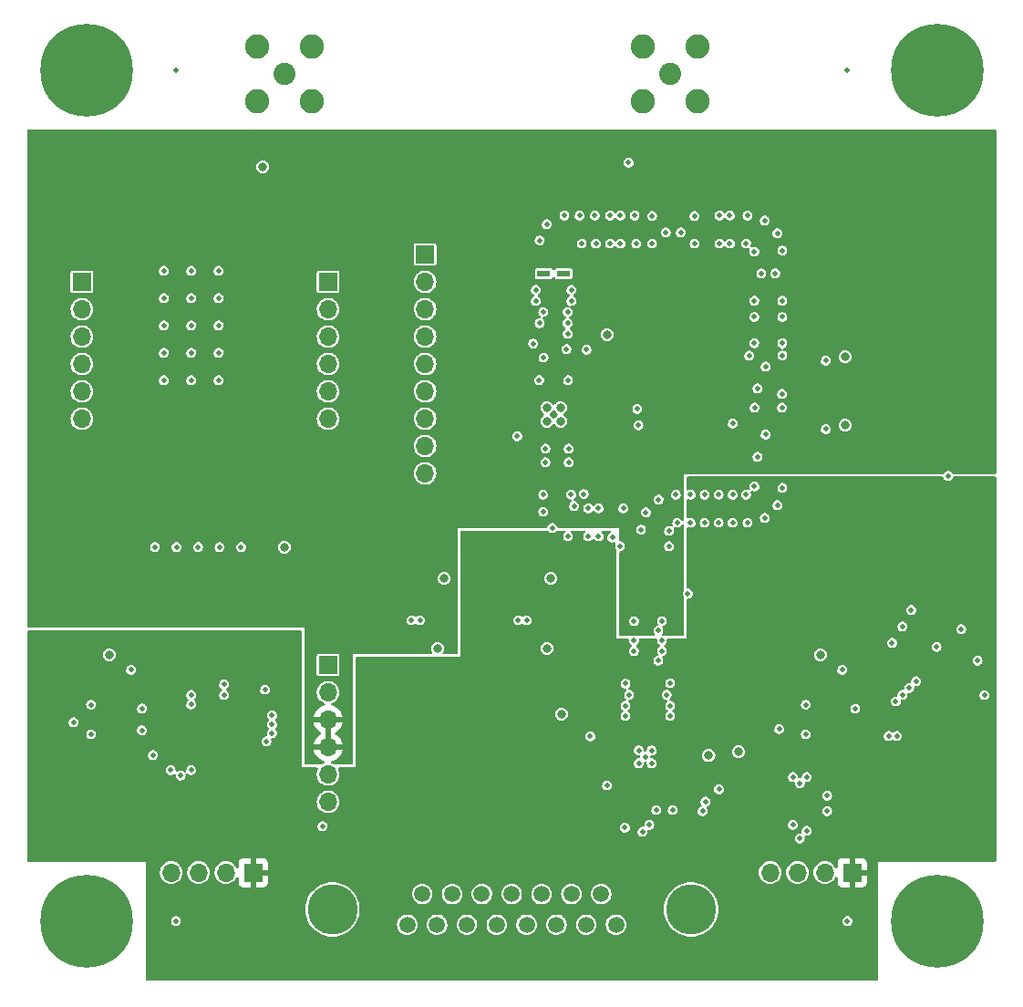
<source format=gbr>
%TF.GenerationSoftware,KiCad,Pcbnew,(6.0.8)*%
%TF.CreationDate,2023-01-23T00:48:41-08:00*%
%TF.ProjectId,RF_Board,52465f42-6f61-4726-942e-6b696361645f,rev?*%
%TF.SameCoordinates,Original*%
%TF.FileFunction,Copper,L3,Inr*%
%TF.FilePolarity,Positive*%
%FSLAX46Y46*%
G04 Gerber Fmt 4.6, Leading zero omitted, Abs format (unit mm)*
G04 Created by KiCad (PCBNEW (6.0.8)) date 2023-01-23 00:48:41*
%MOMM*%
%LPD*%
G01*
G04 APERTURE LIST*
%TA.AperFunction,ComponentPad*%
%ADD10R,1.700000X1.700000*%
%TD*%
%TA.AperFunction,ComponentPad*%
%ADD11O,1.700000X1.700000*%
%TD*%
%TA.AperFunction,ComponentPad*%
%ADD12C,4.650000*%
%TD*%
%TA.AperFunction,ComponentPad*%
%ADD13C,1.500000*%
%TD*%
%TA.AperFunction,ComponentPad*%
%ADD14C,0.499999*%
%TD*%
%TA.AperFunction,ComponentPad*%
%ADD15C,2.050000*%
%TD*%
%TA.AperFunction,ComponentPad*%
%ADD16C,2.250000*%
%TD*%
%TA.AperFunction,ComponentPad*%
%ADD17C,0.900000*%
%TD*%
%TA.AperFunction,ComponentPad*%
%ADD18C,8.600000*%
%TD*%
%TA.AperFunction,ComponentPad*%
%ADD19R,1.244600X0.609600*%
%TD*%
%TA.AperFunction,ViaPad*%
%ADD20C,0.508000*%
%TD*%
%TA.AperFunction,ViaPad*%
%ADD21C,0.800000*%
%TD*%
G04 APERTURE END LIST*
D10*
%TO.N,/RFM_DIO3*%
%TO.C,J6*%
X27949000Y-25168000D03*
D11*
%TO.N,/RFM_DIO4*%
X27949000Y-27708000D03*
%TO.N,/RFM_DIO0*%
X27949000Y-30248000D03*
%TO.N,/RFM_DIO1*%
X27949000Y-32788000D03*
%TO.N,/RFM_DIO2*%
X27949000Y-35328000D03*
%TO.N,/RFM_DIO5*%
X27949000Y-37868000D03*
%TD*%
D10*
%TO.N,/RFM_AUX_CSN*%
%TO.C,J9*%
X36949000Y-22628000D03*
D11*
%TO.N,/RFM_AUX_RST*%
X36949000Y-25168000D03*
%TO.N,/RFM_AUX_DIO0*%
X36949000Y-27708000D03*
%TO.N,/CC2500_CSN*%
X36949000Y-30248000D03*
%TO.N,/GDO0*%
X36949000Y-32788000D03*
%TO.N,/GDO2*%
X36949000Y-35328000D03*
%TO.N,/CC2500_MISO*%
X36949000Y-37868000D03*
%TO.N,/CC2500_SCLK*%
X36949000Y-40408000D03*
%TO.N,/CC2500_MOSI*%
X36949000Y-42948000D03*
%TD*%
D12*
%TO.N,GND*%
%TO.C,J8*%
X61650000Y-83420000D03*
X28350000Y-83420000D03*
D13*
%TO.N,/3V3_IN*%
X53310000Y-82000000D03*
%TO.N,/CC2500_RX_OVERFLOW*%
X50540000Y-82000000D03*
%TO.N,/CC2500_TX_OVERFLOW*%
X47770000Y-82000000D03*
%TO.N,GND*%
X45000000Y-82000000D03*
%TO.N,/RFM_RX_OVERFLOW*%
X42230000Y-82000000D03*
%TO.N,/RFM_TX_OVERFLOW*%
X39460000Y-82000000D03*
%TO.N,/5V0_IN*%
X36690000Y-82000000D03*
%TO.N,/CC2500_RX_EMPTY*%
X54695000Y-84840000D03*
%TO.N,/CC2500_TX_EMPTY*%
X51925000Y-84840000D03*
%TO.N,/CC2500_UART_RX*%
X49155000Y-84840000D03*
%TO.N,/CC2500_UART_TX*%
X46385000Y-84840000D03*
%TO.N,/RFM_RX_EMPTY*%
X43615000Y-84840000D03*
%TO.N,/RFM_TX_EMPTY*%
X40845000Y-84840000D03*
%TO.N,/RFM_UART_RX*%
X38075000Y-84840000D03*
%TO.N,/RFM_UART_TX*%
X35305000Y-84840000D03*
%TD*%
D10*
%TO.N,GND*%
%TO.C,J7*%
X27949000Y-60728000D03*
D11*
X27949000Y-63268000D03*
%TO.N,+5V*%
X27949000Y-65808000D03*
X27949000Y-68348000D03*
%TO.N,unconnected-(J7-Pad5)*%
X27949000Y-70888000D03*
%TO.N,unconnected-(J7-Pad6)*%
X27949000Y-73428000D03*
%TD*%
D10*
%TO.N,/RFM_RST*%
%TO.C,J5*%
X5089000Y-25168000D03*
D11*
%TO.N,/RFM_CSN*%
X5089000Y-27708000D03*
%TO.N,/RFM_SCLK*%
X5089000Y-30248000D03*
%TO.N,/RFM_MOSI*%
X5089000Y-32788000D03*
%TO.N,/RFM_MISO*%
X5089000Y-35328000D03*
%TO.N,/RFM_3V3_OUT*%
X5089000Y-37868000D03*
%TD*%
D14*
%TO.N,GND*%
%TO.C,U15*%
X35681004Y-56581000D03*
X36481002Y-56581000D03*
%TD*%
%TO.N,GND*%
%TO.C,U14*%
X46387002Y-56580999D03*
X45587004Y-56580999D03*
%TD*%
D15*
%TO.N,Net-(J3-Pad1)*%
%TO.C,J3*%
X23876000Y-5842000D03*
D16*
%TO.N,GND*%
X26416000Y-8382000D03*
X21336000Y-3302000D03*
X21336000Y-8382000D03*
X26416000Y-3302000D03*
%TD*%
D17*
%TO.N,Net-(H3-Pad1)*%
%TO.C,H3*%
X2275000Y-84500000D03*
X8725000Y-84500000D03*
X7780419Y-86780419D03*
X7780419Y-82219581D03*
X5500000Y-87725000D03*
X5500000Y-81275000D03*
X3219581Y-86780419D03*
D18*
X5500000Y-84500000D03*
D17*
X3219581Y-82219581D03*
%TD*%
%TO.N,Net-(H4-Pad1)*%
%TO.C,H4*%
X86780419Y-82219581D03*
X81275000Y-84500000D03*
X87725000Y-84500000D03*
X86780419Y-86780419D03*
X84500000Y-87725000D03*
X84500000Y-81275000D03*
X82219581Y-82219581D03*
D18*
X84500000Y-84500000D03*
D17*
X82219581Y-86780419D03*
%TD*%
%TO.N,Net-(H2-Pad1)*%
%TO.C,H2*%
X2275000Y-5500000D03*
X3219581Y-3219581D03*
X7780419Y-3219581D03*
X3219581Y-7780419D03*
X8725000Y-5500000D03*
D18*
X5500000Y-5500000D03*
D17*
X7780419Y-7780419D03*
X5500000Y-8725000D03*
X5500000Y-2275000D03*
%TD*%
D10*
%TO.N,+3.3V*%
%TO.C,J2*%
X76620000Y-80000000D03*
D11*
%TO.N,/CC2500_SBWTCK*%
X74080000Y-80000000D03*
%TO.N,/CC2500_SBWTDIO*%
X71540000Y-80000000D03*
%TO.N,GND*%
X69000000Y-80000000D03*
%TD*%
D15*
%TO.N,Net-(C24-Pad2)*%
%TO.C,J1*%
X59690000Y-5842000D03*
D16*
%TO.N,GND*%
X57150000Y-8382000D03*
X57150000Y-3302000D03*
X62230000Y-3302000D03*
X62230000Y-8382000D03*
%TD*%
D19*
%TO.N,GND*%
%TO.C,U8*%
X49822100Y-24409400D03*
X47967900Y-24409400D03*
%TD*%
D10*
%TO.N,+3.3V*%
%TO.C,J4*%
X21000000Y-80000000D03*
D11*
%TO.N,/RFM_SBWTCK*%
X18460000Y-80000000D03*
%TO.N,/RFM_SBWTDIO*%
X15920000Y-80000000D03*
%TO.N,GND*%
X13380000Y-80000000D03*
%TD*%
D18*
%TO.N,Net-(H1-Pad1)*%
%TO.C,H1*%
X84500000Y-5500000D03*
D17*
X86780419Y-7780419D03*
X82219581Y-7780419D03*
X82219581Y-3219581D03*
X84500000Y-2275000D03*
X87725000Y-5500000D03*
X86780419Y-3219581D03*
X84500000Y-8725000D03*
X81275000Y-5500000D03*
%TD*%
D20*
%TO.N,GND*%
X53848000Y-71908000D03*
D21*
X49628000Y-65278000D03*
D20*
X52298000Y-67360000D03*
X9652000Y-61188000D03*
X75692000Y-61188000D03*
X74168000Y-38836000D03*
X74168000Y-32486000D03*
X56804000Y-68650000D03*
X58004000Y-68650000D03*
X58004000Y-69850000D03*
X56804000Y-69850000D03*
X57009564Y-48164215D03*
X47595000Y-29010000D03*
X50525200Y-44923900D03*
X53058000Y-48798000D03*
X54130000Y-19020000D03*
X51306666Y-19020000D03*
X47244000Y-25908000D03*
X64290000Y-21620000D03*
X58958000Y-56656000D03*
X70128497Y-22256215D03*
X59607998Y-49707800D03*
X47953004Y-32191282D03*
X12700000Y-34290000D03*
X56415001Y-19020000D03*
X50800000Y-45974000D03*
X70132434Y-44291791D03*
X59606432Y-48291785D03*
D21*
X48260000Y-38100000D03*
X63300149Y-69137869D03*
D20*
X59720000Y-62428000D03*
X13825000Y-84500000D03*
X17780000Y-31750000D03*
X67535566Y-44164209D03*
X55908000Y-63500000D03*
X46993040Y-30891282D03*
X50225200Y-48798000D03*
X53058000Y-46198000D03*
X47935000Y-27966000D03*
X70130063Y-26932350D03*
X68580000Y-39339000D03*
X67530063Y-26932350D03*
X50546000Y-25908000D03*
D21*
X75946000Y-32136000D03*
D20*
X55058000Y-49707800D03*
X70130063Y-30873558D03*
X70104000Y-35560000D03*
X72307000Y-64414400D03*
D21*
X21876000Y-14478000D03*
D20*
X48768000Y-48006000D03*
D21*
X49530000Y-38100000D03*
D20*
X65528799Y-47528000D03*
X59309000Y-20574000D03*
X70130063Y-28428000D03*
X58958000Y-59436000D03*
X54356000Y-48895000D03*
D21*
X48260000Y-36830000D03*
D20*
X54130000Y-21620000D03*
X47554000Y-34290000D03*
D21*
X23876000Y-49784000D03*
X66057865Y-68784315D03*
D20*
X69477763Y-24384000D03*
X64223599Y-47528000D03*
X55568000Y-64520000D03*
D21*
X53848000Y-30070000D03*
D20*
X17780000Y-26670000D03*
X56565001Y-21620000D03*
X64290000Y-19020000D03*
X48133000Y-40640000D03*
X17780000Y-34290000D03*
X12700000Y-31750000D03*
X58040002Y-21620000D03*
X52818333Y-21620000D03*
X5943000Y-64414400D03*
X47595000Y-21320000D03*
X60706000Y-20574000D03*
D21*
X48636000Y-52705000D03*
D20*
X12700000Y-29210000D03*
X58618000Y-60325000D03*
D21*
X38113000Y-59195000D03*
D20*
X17780000Y-29210000D03*
X67530063Y-30873558D03*
X58420000Y-74195000D03*
X55854000Y-14097000D03*
X68501240Y-47073256D03*
X47925200Y-46498000D03*
X58958000Y-58466000D03*
X50236000Y-34290000D03*
X15240000Y-31750000D03*
X50546000Y-26924000D03*
X55090000Y-21620000D03*
X50084875Y-31412638D03*
X68497305Y-19474742D03*
X47925200Y-44923900D03*
X57462741Y-46560757D03*
X50195000Y-29010000D03*
D21*
X73660000Y-59788000D03*
D20*
X5943000Y-67157600D03*
X60244213Y-44929566D03*
X61613198Y-44928000D03*
D21*
X38730000Y-52705000D03*
D20*
X13825000Y-5500000D03*
X64223599Y-44928000D03*
D21*
X7620000Y-59778000D03*
D20*
X58618000Y-57550000D03*
X51689000Y-44857000D03*
X55358000Y-46198000D03*
X67531629Y-22383785D03*
X56358000Y-56656000D03*
X56358000Y-58466000D03*
X50292000Y-41910000D03*
X48260000Y-19812000D03*
X65250000Y-19020000D03*
D21*
X48273000Y-59195000D03*
D20*
X76175000Y-5500000D03*
X69679253Y-45895245D03*
X61361500Y-54102000D03*
X62918398Y-47528000D03*
X67530063Y-28428000D03*
X50195000Y-27966000D03*
X56358000Y-59436000D03*
X60371783Y-47526434D03*
X85533000Y-43180000D03*
X68580000Y-33020000D03*
X15240000Y-24130000D03*
X15240000Y-29210000D03*
X55090000Y-19020000D03*
X66893848Y-19021566D03*
X49895000Y-19020000D03*
X12700000Y-26670000D03*
X10668000Y-64770000D03*
X15240000Y-34290000D03*
X66897785Y-47526433D03*
X70130063Y-31991300D03*
X61613198Y-47528000D03*
X69675319Y-20652757D03*
X47244000Y-26924000D03*
D21*
X49530000Y-36830000D03*
D20*
X59944000Y-74195000D03*
X76175000Y-84500000D03*
X50292000Y-40640000D03*
X12700000Y-24130000D03*
X70104000Y-36830000D03*
X51943000Y-31470000D03*
X17780000Y-24130000D03*
D21*
X75946000Y-38486000D03*
D20*
X51506666Y-21620000D03*
X65528799Y-44928000D03*
X57404000Y-69250000D03*
X48133000Y-41910000D03*
X72307000Y-67157600D03*
X61976000Y-19050000D03*
X67564000Y-36830000D03*
X56659000Y-36957000D03*
X66766278Y-21618434D03*
X52098000Y-48798000D03*
X65250000Y-21620000D03*
X66770215Y-44929565D03*
X58039000Y-19050000D03*
X58640755Y-45382743D03*
X62918398Y-44928000D03*
X76899416Y-64793371D03*
X55568000Y-62461000D03*
X52718333Y-19020000D03*
X50195000Y-29980000D03*
X61990000Y-21620000D03*
X59720000Y-65480000D03*
X55568000Y-65480000D03*
X52098000Y-46198000D03*
X15240000Y-26670000D03*
X68182363Y-24384000D03*
X59390000Y-63500000D03*
X59720000Y-64520000D03*
%TO.N,+5V*%
X57404000Y-14097000D03*
X55109000Y-36957000D03*
D21*
X15876000Y-15478000D03*
X36830000Y-52705000D03*
X35560000Y-52705000D03*
X75946000Y-40386000D03*
X36830000Y-50800000D03*
X75946000Y-34036000D03*
X53848000Y-33020000D03*
X15875000Y-13478000D03*
X50470000Y-33020000D03*
D20*
X59811499Y-54102000D03*
D21*
X51943000Y-33020000D03*
D20*
X51689000Y-43307000D03*
X36830000Y-54356000D03*
%TO.N,/PA_VDET*%
X56769000Y-38481000D03*
X88900000Y-63520000D03*
%TO.N,+3.3V*%
X58420000Y-72645000D03*
D21*
X46736000Y-50800000D03*
D20*
X80455000Y-55626000D03*
X53848000Y-70358000D03*
X59944000Y-67362500D03*
X68250000Y-60325000D03*
D21*
X7620000Y-62738000D03*
D20*
X6547500Y-75971000D03*
X78677000Y-58674000D03*
D21*
X46736000Y-52705000D03*
X52578000Y-65278000D03*
D20*
X17525000Y-82677000D03*
D21*
X73660000Y-62738000D03*
D20*
X61497476Y-69058524D03*
X46736000Y-54356000D03*
X79634000Y-57150000D03*
D21*
X78486000Y-50800000D03*
D20*
X73151000Y-82677000D03*
%TO.N,/CC2500_SBWTCK*%
X80772000Y-67310000D03*
%TO.N,/CC2500_SBWTDIO*%
X80010000Y-67310000D03*
%TO.N,/RFM_SBWTCK*%
X15240000Y-63500000D03*
%TO.N,/RFM_SBWTDIO*%
X15240000Y-64389000D03*
%TO.N,/RFM_RST*%
X19876000Y-49784000D03*
X22098000Y-63020000D03*
%TO.N,/RFM_CSN*%
X17876000Y-49784000D03*
X15240000Y-70485000D03*
%TO.N,/RFM_SCLK*%
X15876000Y-49784000D03*
X14260000Y-70993000D03*
%TO.N,/RFM_MOSI*%
X13335000Y-70485000D03*
X13876000Y-49784000D03*
%TO.N,/RFM_MISO*%
X11684000Y-69088000D03*
X11876000Y-49784000D03*
%TO.N,/RFM_DIO5*%
X10656485Y-66790485D03*
X4318000Y-66040000D03*
%TO.N,/RFM_DIO2*%
X22754748Y-67049192D03*
%TO.N,/RFM_DIO1*%
X22754748Y-66264162D03*
%TO.N,/RFM_DIO0*%
X22754748Y-65405000D03*
%TO.N,/RFM_DIO3*%
X22225000Y-67818000D03*
%TO.N,/RFM_RX_EMPTY*%
X27432000Y-75692000D03*
%TO.N,/CC2500_RX_EMPTY*%
X82550000Y-62230000D03*
%TO.N,/CC2500_TX_EMPTY*%
X81915000Y-62865000D03*
%TO.N,/RFM_RX_OVERFLOW*%
X18288000Y-62520000D03*
%TO.N,/RFM_TX_OVERFLOW*%
X18288000Y-63500000D03*
%TO.N,/CC2500_RX_OVERFLOW*%
X81280000Y-63500000D03*
%TO.N,/CC2500_TX_OVERFLOW*%
X80662603Y-64117397D03*
%TO.N,/CC2500_MOSI*%
X71755000Y-76835000D03*
X71755000Y-71721384D03*
X55516500Y-75836500D03*
%TO.N,/PA_EN*%
X45518000Y-39497000D03*
X84455000Y-59055000D03*
%TO.N,/LNA_SD*%
X67829800Y-41402000D03*
X82105000Y-55626000D03*
X67829800Y-35052000D03*
%TO.N,/LNA_BP_A*%
X80327000Y-58674000D03*
X65532000Y-38310300D03*
%TO.N,/LNA_BP_B*%
X81284000Y-57150000D03*
X67056000Y-32004000D03*
%TO.N,/RFM_AUX_DIO0*%
X69850000Y-66675000D03*
%TO.N,/RFM_AUX_RST*%
X88265000Y-60325000D03*
%TO.N,/RFM_AUX_CSN*%
X86741000Y-57404000D03*
%TO.N,/CC2500_SCLK*%
X72390000Y-71120000D03*
X72390000Y-76124984D03*
X57150000Y-76200000D03*
%TO.N,/CC2500_MISO*%
X57785000Y-75565000D03*
X71120000Y-75565000D03*
X71120000Y-71120000D03*
%TO.N,/CC2500_CSN*%
X64248516Y-72276484D03*
%TO.N,/GDO2*%
X74295000Y-72850900D03*
X74295000Y-74295000D03*
X62738000Y-74295000D03*
%TO.N,/GDO0*%
X62992000Y-73406000D03*
%TD*%
%TA.AperFunction,Conductor*%
%TO.N,+5V*%
G36*
X89941121Y-11020002D02*
G01*
X89987614Y-11073658D01*
X89999000Y-11126000D01*
X89999000Y-42874000D01*
X89978998Y-42942121D01*
X89925342Y-42988614D01*
X89873000Y-43000000D01*
X86030402Y-43000000D01*
X85962281Y-42979998D01*
X85924254Y-42941887D01*
X85923548Y-42940784D01*
X85919832Y-42932610D01*
X85913972Y-42925809D01*
X85913970Y-42925806D01*
X85840713Y-42840787D01*
X85840712Y-42840786D01*
X85834850Y-42833983D01*
X85725601Y-42763172D01*
X85600870Y-42725870D01*
X85591894Y-42725815D01*
X85591893Y-42725815D01*
X85538678Y-42725490D01*
X85470683Y-42725074D01*
X85345505Y-42760850D01*
X85235400Y-42830321D01*
X85229458Y-42837049D01*
X85229457Y-42837050D01*
X85155163Y-42921172D01*
X85155161Y-42921175D01*
X85149219Y-42927903D01*
X85145403Y-42936032D01*
X85140710Y-42943176D01*
X85086592Y-42989130D01*
X85035397Y-43000000D01*
X61000000Y-43000000D01*
X61000000Y-47228396D01*
X60979998Y-47296517D01*
X60926342Y-47343010D01*
X60856068Y-47353114D01*
X60791488Y-47323620D01*
X60769040Y-47293584D01*
X60767169Y-47294781D01*
X60762331Y-47287217D01*
X60758615Y-47279044D01*
X60673633Y-47180417D01*
X60564384Y-47109606D01*
X60439653Y-47072304D01*
X60430677Y-47072249D01*
X60430676Y-47072249D01*
X60377461Y-47071924D01*
X60309466Y-47071508D01*
X60184288Y-47107284D01*
X60074183Y-47176755D01*
X60068241Y-47183483D01*
X60068240Y-47183484D01*
X60042296Y-47212860D01*
X59988002Y-47274337D01*
X59984187Y-47282462D01*
X59984186Y-47282464D01*
X59936488Y-47384059D01*
X59932673Y-47392185D01*
X59931292Y-47401054D01*
X59917801Y-47487700D01*
X59912643Y-47520824D01*
X59913807Y-47529726D01*
X59913807Y-47529729D01*
X59921903Y-47591638D01*
X59929524Y-47649915D01*
X59953772Y-47705024D01*
X59962900Y-47775429D01*
X59932513Y-47839594D01*
X59872260Y-47877145D01*
X59801270Y-47876160D01*
X59800337Y-47875802D01*
X59799033Y-47874957D01*
X59794942Y-47873734D01*
X59794938Y-47873732D01*
X59722311Y-47852013D01*
X59674302Y-47837655D01*
X59665326Y-47837600D01*
X59665325Y-47837600D01*
X59612110Y-47837275D01*
X59544115Y-47836859D01*
X59418937Y-47872635D01*
X59411350Y-47877422D01*
X59411348Y-47877423D01*
X59400262Y-47884418D01*
X59308832Y-47942106D01*
X59302890Y-47948834D01*
X59302889Y-47948835D01*
X59277994Y-47977024D01*
X59222651Y-48039688D01*
X59218836Y-48047813D01*
X59218835Y-48047815D01*
X59172924Y-48145604D01*
X59167322Y-48157536D01*
X59165941Y-48166405D01*
X59150937Y-48262767D01*
X59147292Y-48286175D01*
X59148456Y-48295077D01*
X59148456Y-48295080D01*
X59161999Y-48398642D01*
X59164173Y-48415266D01*
X59216606Y-48534430D01*
X59300378Y-48634088D01*
X59307846Y-48639059D01*
X59307847Y-48639060D01*
X59401282Y-48701257D01*
X59401285Y-48701258D01*
X59408752Y-48706229D01*
X59417319Y-48708905D01*
X59417320Y-48708906D01*
X59438603Y-48715555D01*
X59533019Y-48745052D01*
X59541992Y-48745216D01*
X59541995Y-48745217D01*
X59599222Y-48746266D01*
X59663187Y-48747438D01*
X59715349Y-48733217D01*
X59780133Y-48715555D01*
X59780135Y-48715554D01*
X59788792Y-48713194D01*
X59844265Y-48679134D01*
X59892090Y-48649769D01*
X59892091Y-48649769D01*
X59899738Y-48645073D01*
X59915899Y-48627219D01*
X59981076Y-48555212D01*
X59981077Y-48555211D01*
X59987104Y-48548552D01*
X60005061Y-48511490D01*
X60039954Y-48439470D01*
X60039954Y-48439469D01*
X60043869Y-48431389D01*
X60065469Y-48303004D01*
X60065606Y-48291785D01*
X60047150Y-48162910D01*
X60041012Y-48149410D01*
X60025050Y-48114302D01*
X60015064Y-48044011D01*
X60044665Y-47979480D01*
X60104455Y-47941196D01*
X60177323Y-47941884D01*
X60298370Y-47979701D01*
X60307343Y-47979865D01*
X60307346Y-47979866D01*
X60364573Y-47980915D01*
X60428538Y-47982087D01*
X60518282Y-47957620D01*
X60545484Y-47950204D01*
X60545486Y-47950203D01*
X60554143Y-47947843D01*
X60665089Y-47879722D01*
X60701411Y-47839594D01*
X60746427Y-47789861D01*
X60746428Y-47789860D01*
X60752455Y-47783201D01*
X60760609Y-47766370D01*
X60808310Y-47713790D01*
X60876868Y-47695344D01*
X60944516Y-47716891D01*
X60989775Y-47771591D01*
X61000000Y-47821311D01*
X61000000Y-53780619D01*
X60980081Y-53847229D01*
X60977719Y-53849903D01*
X60922390Y-53967751D01*
X60902360Y-54096390D01*
X60903524Y-54105292D01*
X60903524Y-54105295D01*
X60918077Y-54216582D01*
X60919241Y-54225481D01*
X60971674Y-54344645D01*
X60977449Y-54351516D01*
X60980970Y-54357172D01*
X61000000Y-54423755D01*
X61000000Y-57874000D01*
X60979998Y-57942121D01*
X60926342Y-57988614D01*
X60874000Y-58000000D01*
X59103771Y-58000000D01*
X59035650Y-57979998D01*
X58989157Y-57926342D01*
X58979053Y-57856068D01*
X58997620Y-57807929D01*
X58998672Y-57806767D01*
X59022645Y-57757288D01*
X59051522Y-57697685D01*
X59051522Y-57697684D01*
X59055437Y-57689604D01*
X59077037Y-57561219D01*
X59077174Y-57550000D01*
X59058718Y-57421125D01*
X59004832Y-57302610D01*
X58998970Y-57295807D01*
X58994138Y-57288252D01*
X58997017Y-57286411D01*
X58974522Y-57236803D01*
X58984814Y-57166556D01*
X59031450Y-57113025D01*
X59066145Y-57097642D01*
X59140360Y-57077409D01*
X59251306Y-57009288D01*
X59267467Y-56991434D01*
X59332644Y-56919427D01*
X59332645Y-56919426D01*
X59338672Y-56912767D01*
X59355524Y-56877986D01*
X59391522Y-56803685D01*
X59391522Y-56803684D01*
X59395437Y-56795604D01*
X59417037Y-56667219D01*
X59417174Y-56656000D01*
X59398718Y-56527125D01*
X59361418Y-56445089D01*
X59348548Y-56416782D01*
X59348547Y-56416780D01*
X59344832Y-56408610D01*
X59282084Y-56335787D01*
X59265713Y-56316787D01*
X59265712Y-56316786D01*
X59259850Y-56309983D01*
X59150601Y-56239172D01*
X59025870Y-56201870D01*
X59016894Y-56201815D01*
X59016893Y-56201815D01*
X58963678Y-56201490D01*
X58895683Y-56201074D01*
X58770505Y-56236850D01*
X58762918Y-56241637D01*
X58762916Y-56241638D01*
X58705000Y-56278180D01*
X58660400Y-56306321D01*
X58654458Y-56313049D01*
X58654457Y-56313050D01*
X58634377Y-56335787D01*
X58574219Y-56403903D01*
X58570404Y-56412028D01*
X58570403Y-56412030D01*
X58522705Y-56513625D01*
X58518890Y-56521751D01*
X58517509Y-56530620D01*
X58509144Y-56584345D01*
X58498860Y-56650390D01*
X58500024Y-56659292D01*
X58500024Y-56659295D01*
X58509685Y-56733172D01*
X58515741Y-56779481D01*
X58568174Y-56898645D01*
X58573950Y-56905516D01*
X58578695Y-56913140D01*
X58577539Y-56913860D01*
X58602323Y-56970353D01*
X58591168Y-57040468D01*
X58543877Y-57093422D01*
X58511976Y-57107565D01*
X58458034Y-57122982D01*
X58430505Y-57130850D01*
X58320400Y-57200321D01*
X58234219Y-57297903D01*
X58178890Y-57415751D01*
X58177509Y-57424620D01*
X58161493Y-57527481D01*
X58158860Y-57544390D01*
X58160024Y-57553292D01*
X58160024Y-57553295D01*
X58174078Y-57660767D01*
X58175741Y-57673481D01*
X58228174Y-57792645D01*
X58233950Y-57799516D01*
X58238695Y-57807140D01*
X58235499Y-57809129D01*
X58256914Y-57857815D01*
X58245828Y-57927941D01*
X58198589Y-57980941D01*
X58131958Y-58000000D01*
X55126000Y-58000000D01*
X55057879Y-57979998D01*
X55011386Y-57926342D01*
X55000000Y-57874000D01*
X55000000Y-56650390D01*
X55898860Y-56650390D01*
X55900024Y-56659292D01*
X55900024Y-56659295D01*
X55909685Y-56733172D01*
X55915741Y-56779481D01*
X55968174Y-56898645D01*
X56051946Y-56998303D01*
X56059414Y-57003274D01*
X56059415Y-57003275D01*
X56152850Y-57065472D01*
X56152853Y-57065473D01*
X56160320Y-57070444D01*
X56168887Y-57073120D01*
X56168888Y-57073121D01*
X56190171Y-57079770D01*
X56284587Y-57109267D01*
X56293560Y-57109431D01*
X56293563Y-57109432D01*
X56350790Y-57110481D01*
X56414755Y-57111653D01*
X56481625Y-57093422D01*
X56531701Y-57079770D01*
X56531703Y-57079769D01*
X56540360Y-57077409D01*
X56651306Y-57009288D01*
X56667467Y-56991434D01*
X56732644Y-56919427D01*
X56732645Y-56919426D01*
X56738672Y-56912767D01*
X56755524Y-56877986D01*
X56791522Y-56803685D01*
X56791522Y-56803684D01*
X56795437Y-56795604D01*
X56817037Y-56667219D01*
X56817174Y-56656000D01*
X56798718Y-56527125D01*
X56761418Y-56445089D01*
X56748548Y-56416782D01*
X56748547Y-56416780D01*
X56744832Y-56408610D01*
X56682084Y-56335787D01*
X56665713Y-56316787D01*
X56665712Y-56316786D01*
X56659850Y-56309983D01*
X56550601Y-56239172D01*
X56425870Y-56201870D01*
X56416894Y-56201815D01*
X56416893Y-56201815D01*
X56363678Y-56201490D01*
X56295683Y-56201074D01*
X56170505Y-56236850D01*
X56162918Y-56241637D01*
X56162916Y-56241638D01*
X56105000Y-56278180D01*
X56060400Y-56306321D01*
X56054458Y-56313049D01*
X56054457Y-56313050D01*
X56034377Y-56335787D01*
X55974219Y-56403903D01*
X55970404Y-56412028D01*
X55970403Y-56412030D01*
X55922705Y-56513625D01*
X55918890Y-56521751D01*
X55917509Y-56530620D01*
X55909144Y-56584345D01*
X55898860Y-56650390D01*
X55000000Y-56650390D01*
X55000000Y-50287744D01*
X55020002Y-50219623D01*
X55073658Y-50173130D01*
X55108227Y-50163333D01*
X55114755Y-50163453D01*
X55123411Y-50161093D01*
X55123412Y-50161093D01*
X55231701Y-50131570D01*
X55231703Y-50131569D01*
X55240360Y-50129209D01*
X55351306Y-50061088D01*
X55438672Y-49964567D01*
X55446510Y-49948391D01*
X55491522Y-49855485D01*
X55491522Y-49855484D01*
X55495437Y-49847404D01*
X55517037Y-49719019D01*
X55517174Y-49707800D01*
X55516371Y-49702190D01*
X59148858Y-49702190D01*
X59150022Y-49711092D01*
X59150022Y-49711095D01*
X59160627Y-49792188D01*
X59165739Y-49831281D01*
X59218172Y-49950445D01*
X59301944Y-50050103D01*
X59309412Y-50055074D01*
X59309413Y-50055075D01*
X59402848Y-50117272D01*
X59402851Y-50117273D01*
X59410318Y-50122244D01*
X59418885Y-50124920D01*
X59418886Y-50124921D01*
X59437170Y-50130633D01*
X59534585Y-50161067D01*
X59543558Y-50161231D01*
X59543561Y-50161232D01*
X59600788Y-50162281D01*
X59664753Y-50163453D01*
X59760725Y-50137288D01*
X59781699Y-50131570D01*
X59781701Y-50131569D01*
X59790358Y-50129209D01*
X59901304Y-50061088D01*
X59988670Y-49964567D01*
X59996508Y-49948391D01*
X60041520Y-49855485D01*
X60041520Y-49855484D01*
X60045435Y-49847404D01*
X60067035Y-49719019D01*
X60067172Y-49707800D01*
X60048716Y-49578925D01*
X60004264Y-49481159D01*
X59998546Y-49468582D01*
X59998545Y-49468580D01*
X59994830Y-49460410D01*
X59918698Y-49372054D01*
X59915711Y-49368587D01*
X59915710Y-49368586D01*
X59909848Y-49361783D01*
X59800599Y-49290972D01*
X59675868Y-49253670D01*
X59666892Y-49253615D01*
X59666891Y-49253615D01*
X59613676Y-49253290D01*
X59545681Y-49252874D01*
X59420503Y-49288650D01*
X59412916Y-49293437D01*
X59412914Y-49293438D01*
X59356435Y-49329074D01*
X59310398Y-49358121D01*
X59304456Y-49364849D01*
X59304455Y-49364850D01*
X59298093Y-49372054D01*
X59224217Y-49455703D01*
X59220402Y-49463828D01*
X59220401Y-49463830D01*
X59184626Y-49540030D01*
X59168888Y-49573551D01*
X59167507Y-49582420D01*
X59159254Y-49635426D01*
X59148858Y-49702190D01*
X55516371Y-49702190D01*
X55498718Y-49578925D01*
X55454266Y-49481159D01*
X55448548Y-49468582D01*
X55448547Y-49468580D01*
X55444832Y-49460410D01*
X55368700Y-49372054D01*
X55365713Y-49368587D01*
X55365712Y-49368586D01*
X55359850Y-49361783D01*
X55250601Y-49290972D01*
X55125870Y-49253670D01*
X55116892Y-49253615D01*
X55108014Y-49252288D01*
X55108556Y-49248662D01*
X55057219Y-49233239D01*
X55011062Y-49179294D01*
X55000000Y-49127668D01*
X55000000Y-48158605D01*
X56550424Y-48158605D01*
X56551588Y-48167507D01*
X56551588Y-48167510D01*
X56562198Y-48248645D01*
X56567305Y-48287696D01*
X56619738Y-48406860D01*
X56703510Y-48506518D01*
X56710978Y-48511489D01*
X56710979Y-48511490D01*
X56804414Y-48573687D01*
X56804417Y-48573688D01*
X56811884Y-48578659D01*
X56820451Y-48581335D01*
X56820452Y-48581336D01*
X56841735Y-48587985D01*
X56936151Y-48617482D01*
X56945124Y-48617646D01*
X56945127Y-48617647D01*
X57002354Y-48618696D01*
X57066319Y-48619868D01*
X57118481Y-48605647D01*
X57183265Y-48587985D01*
X57183267Y-48587984D01*
X57191924Y-48585624D01*
X57302870Y-48517503D01*
X57319031Y-48499649D01*
X57384208Y-48427642D01*
X57384209Y-48427641D01*
X57390236Y-48420982D01*
X57420127Y-48359288D01*
X57443086Y-48311900D01*
X57443086Y-48311899D01*
X57447001Y-48303819D01*
X57468601Y-48175434D01*
X57468738Y-48164215D01*
X57450282Y-48035340D01*
X57408364Y-47943147D01*
X57400112Y-47924997D01*
X57400111Y-47924995D01*
X57396396Y-47916825D01*
X57311414Y-47818198D01*
X57202165Y-47747387D01*
X57077434Y-47710085D01*
X57068458Y-47710030D01*
X57068457Y-47710030D01*
X57015242Y-47709705D01*
X56947247Y-47709289D01*
X56822069Y-47745065D01*
X56814482Y-47749852D01*
X56814480Y-47749853D01*
X56784009Y-47769079D01*
X56711964Y-47814536D01*
X56706022Y-47821264D01*
X56706021Y-47821265D01*
X56691595Y-47837600D01*
X56625783Y-47912118D01*
X56621968Y-47920243D01*
X56621967Y-47920245D01*
X56586728Y-47995303D01*
X56570454Y-48029966D01*
X56569073Y-48038835D01*
X56551856Y-48149410D01*
X56550424Y-48158605D01*
X55000000Y-48158605D01*
X55000000Y-48000000D01*
X49335555Y-48000000D01*
X49267434Y-47979998D01*
X49220941Y-47926342D01*
X49210829Y-47891864D01*
X49208718Y-47877125D01*
X49166013Y-47783201D01*
X49158548Y-47766782D01*
X49158547Y-47766780D01*
X49154832Y-47758610D01*
X49069850Y-47659983D01*
X48960601Y-47589172D01*
X48835870Y-47551870D01*
X48826894Y-47551815D01*
X48826893Y-47551815D01*
X48773678Y-47551490D01*
X48705683Y-47551074D01*
X48580505Y-47586850D01*
X48470400Y-47656321D01*
X48464458Y-47663049D01*
X48464457Y-47663050D01*
X48421442Y-47711756D01*
X48384219Y-47753903D01*
X48380404Y-47762028D01*
X48380403Y-47762030D01*
X48343690Y-47840228D01*
X48328890Y-47871751D01*
X48327509Y-47880623D01*
X48327508Y-47880625D01*
X48325520Y-47893388D01*
X48295275Y-47957620D01*
X48235104Y-47995303D01*
X48201021Y-48000000D01*
X40000000Y-48000000D01*
X40000000Y-59628000D01*
X39979998Y-59696121D01*
X39926342Y-59742614D01*
X39874000Y-59754000D01*
X38696482Y-59754000D01*
X38628361Y-59733998D01*
X38581868Y-59680342D01*
X38571764Y-59610068D01*
X38596519Y-59551297D01*
X38632507Y-59504396D01*
X38632509Y-59504392D01*
X38637536Y-59497841D01*
X38698044Y-59351762D01*
X38718682Y-59195000D01*
X38698044Y-59038238D01*
X38637536Y-58892159D01*
X38541282Y-58766718D01*
X38415841Y-58670464D01*
X38269762Y-58609956D01*
X38113000Y-58589318D01*
X37956238Y-58609956D01*
X37810159Y-58670464D01*
X37684718Y-58766718D01*
X37588464Y-58892159D01*
X37527956Y-59038238D01*
X37507318Y-59195000D01*
X37527956Y-59351762D01*
X37588464Y-59497841D01*
X37593491Y-59504392D01*
X37593493Y-59504396D01*
X37629481Y-59551297D01*
X37655081Y-59617517D01*
X37640816Y-59687066D01*
X37591214Y-59737861D01*
X37529518Y-59754000D01*
X30254000Y-59754000D01*
X30254000Y-69874000D01*
X30233998Y-69942121D01*
X30180342Y-69988614D01*
X30128000Y-70000000D01*
X28547334Y-70000000D01*
X28487406Y-69984836D01*
X28363478Y-69917829D01*
X28363476Y-69917828D01*
X28358055Y-69914897D01*
X28307183Y-69899150D01*
X28248025Y-69859899D01*
X28219477Y-69794895D01*
X28230605Y-69724776D01*
X28277876Y-69671804D01*
X28308235Y-69658099D01*
X28441255Y-69618191D01*
X28450842Y-69614433D01*
X28642095Y-69520739D01*
X28650945Y-69515464D01*
X28824328Y-69391792D01*
X28832200Y-69385139D01*
X28983052Y-69234812D01*
X28989730Y-69226965D01*
X29114003Y-69054020D01*
X29119313Y-69045183D01*
X29213670Y-68854267D01*
X29217469Y-68844672D01*
X29279377Y-68640910D01*
X29281555Y-68630837D01*
X29282986Y-68619962D01*
X29280775Y-68605778D01*
X29267617Y-68602000D01*
X26632225Y-68602000D01*
X26618694Y-68605973D01*
X26617257Y-68615966D01*
X26647565Y-68750446D01*
X26650645Y-68760275D01*
X26730770Y-68957603D01*
X26735413Y-68966794D01*
X26846694Y-69148388D01*
X26852777Y-69156699D01*
X26992213Y-69317667D01*
X26999580Y-69324883D01*
X27163434Y-69460916D01*
X27171881Y-69466831D01*
X27355756Y-69574279D01*
X27365042Y-69578729D01*
X27564001Y-69654703D01*
X27578866Y-69659022D01*
X27578289Y-69661008D01*
X27633260Y-69690082D01*
X27668110Y-69751936D01*
X27663988Y-69822813D01*
X27622201Y-69880209D01*
X27580930Y-69901228D01*
X27559489Y-69907538D01*
X27559484Y-69907540D01*
X27553572Y-69909280D01*
X27548107Y-69912137D01*
X27407470Y-69985661D01*
X27349094Y-70000000D01*
X25872000Y-70000000D01*
X25803879Y-69979998D01*
X25757386Y-69926342D01*
X25746000Y-69874000D01*
X25746000Y-68082183D01*
X26613389Y-68082183D01*
X26614912Y-68090607D01*
X26627292Y-68094000D01*
X27676885Y-68094000D01*
X27692124Y-68089525D01*
X27693329Y-68088135D01*
X27695000Y-68080452D01*
X27695000Y-68075885D01*
X28203000Y-68075885D01*
X28207475Y-68091124D01*
X28208865Y-68092329D01*
X28216548Y-68094000D01*
X29267344Y-68094000D01*
X29280875Y-68090027D01*
X29282180Y-68080947D01*
X29240214Y-67913875D01*
X29236894Y-67904124D01*
X29151972Y-67708814D01*
X29147105Y-67699739D01*
X29031426Y-67520926D01*
X29025136Y-67512757D01*
X28881806Y-67355240D01*
X28874273Y-67348215D01*
X28707139Y-67216222D01*
X28698552Y-67210517D01*
X28661116Y-67189851D01*
X28611146Y-67139419D01*
X28596374Y-67069976D01*
X28621490Y-67003571D01*
X28648842Y-66976964D01*
X28824327Y-66851792D01*
X28832200Y-66845139D01*
X28983052Y-66694812D01*
X28989730Y-66686965D01*
X29114003Y-66514020D01*
X29119313Y-66505183D01*
X29213670Y-66314267D01*
X29217469Y-66304672D01*
X29279377Y-66100910D01*
X29281555Y-66090837D01*
X29282986Y-66079962D01*
X29280775Y-66065778D01*
X29267617Y-66062000D01*
X28221115Y-66062000D01*
X28205876Y-66066475D01*
X28204671Y-66067865D01*
X28203000Y-66075548D01*
X28203000Y-68075885D01*
X27695000Y-68075885D01*
X27695000Y-66080115D01*
X27690525Y-66064876D01*
X27689135Y-66063671D01*
X27681452Y-66062000D01*
X26632225Y-66062000D01*
X26618694Y-66065973D01*
X26617257Y-66075966D01*
X26647565Y-66210446D01*
X26650645Y-66220275D01*
X26730770Y-66417603D01*
X26735413Y-66426794D01*
X26846694Y-66608388D01*
X26852777Y-66616699D01*
X26992213Y-66777667D01*
X26999580Y-66784883D01*
X27163434Y-66920916D01*
X27171881Y-66926831D01*
X27241479Y-66967501D01*
X27290203Y-67019140D01*
X27303274Y-67088923D01*
X27276543Y-67154694D01*
X27236087Y-67188053D01*
X27227462Y-67192542D01*
X27218738Y-67198036D01*
X27048433Y-67325905D01*
X27040726Y-67332748D01*
X26893590Y-67486717D01*
X26887104Y-67494727D01*
X26767098Y-67670649D01*
X26762000Y-67679623D01*
X26672338Y-67872783D01*
X26668775Y-67882470D01*
X26613389Y-68082183D01*
X25746000Y-68082183D01*
X25746000Y-65542183D01*
X26613389Y-65542183D01*
X26614912Y-65550607D01*
X26627292Y-65554000D01*
X29267344Y-65554000D01*
X29280875Y-65550027D01*
X29282180Y-65540947D01*
X29240214Y-65373875D01*
X29236894Y-65364124D01*
X29151972Y-65168814D01*
X29147105Y-65159739D01*
X29031426Y-64980926D01*
X29025136Y-64972757D01*
X28881806Y-64815240D01*
X28874273Y-64808215D01*
X28707139Y-64676222D01*
X28698552Y-64670517D01*
X28512117Y-64567599D01*
X28502705Y-64563369D01*
X28311031Y-64495493D01*
X28253495Y-64453899D01*
X28227579Y-64387801D01*
X28241513Y-64318185D01*
X28290872Y-64267154D01*
X28319206Y-64255362D01*
X28324790Y-64253803D01*
X28324799Y-64253800D01*
X28330725Y-64252145D01*
X28336214Y-64249372D01*
X28336220Y-64249370D01*
X28492709Y-64170321D01*
X28514610Y-64159258D01*
X28575371Y-64111787D01*
X28635161Y-64065074D01*
X28676951Y-64032424D01*
X28709039Y-63995250D01*
X28807540Y-63881134D01*
X28807540Y-63881133D01*
X28811564Y-63876472D01*
X28824735Y-63853288D01*
X28910276Y-63702707D01*
X28913323Y-63697344D01*
X28978351Y-63501863D01*
X29004171Y-63297474D01*
X29004423Y-63279444D01*
X29004534Y-63271522D01*
X29004534Y-63271518D01*
X29004583Y-63268000D01*
X28984480Y-63062970D01*
X28924935Y-62865749D01*
X28828218Y-62683849D01*
X28733411Y-62567604D01*
X28701906Y-62528975D01*
X28701903Y-62528972D01*
X28698011Y-62524200D01*
X28661195Y-62493743D01*
X28544025Y-62396811D01*
X28544021Y-62396809D01*
X28539275Y-62392882D01*
X28358055Y-62294897D01*
X28161254Y-62233977D01*
X28155129Y-62233333D01*
X28155128Y-62233333D01*
X27962498Y-62213087D01*
X27962496Y-62213087D01*
X27956369Y-62212443D01*
X27869529Y-62220346D01*
X27757342Y-62230555D01*
X27757339Y-62230556D01*
X27751203Y-62231114D01*
X27553572Y-62289280D01*
X27371002Y-62384726D01*
X27366201Y-62388586D01*
X27366198Y-62388588D01*
X27215254Y-62509950D01*
X27210447Y-62513815D01*
X27078024Y-62671630D01*
X27075056Y-62677028D01*
X27075053Y-62677033D01*
X27017739Y-62781288D01*
X26978776Y-62852162D01*
X26916484Y-63048532D01*
X26915798Y-63054649D01*
X26915797Y-63054653D01*
X26897443Y-63218288D01*
X26893520Y-63253262D01*
X26894758Y-63268000D01*
X26904646Y-63385751D01*
X26910759Y-63458553D01*
X26967544Y-63656586D01*
X26970359Y-63662063D01*
X26970360Y-63662066D01*
X27024658Y-63767718D01*
X27061712Y-63839818D01*
X27189677Y-64001270D01*
X27194370Y-64005264D01*
X27194371Y-64005265D01*
X27264647Y-64065074D01*
X27346564Y-64134791D01*
X27526398Y-64235297D01*
X27591437Y-64256429D01*
X27650042Y-64296502D01*
X27677680Y-64361898D01*
X27665574Y-64431855D01*
X27617568Y-64484162D01*
X27591646Y-64496027D01*
X27425868Y-64550212D01*
X27416359Y-64554209D01*
X27227463Y-64652542D01*
X27218738Y-64658036D01*
X27048433Y-64785905D01*
X27040726Y-64792748D01*
X26893590Y-64946717D01*
X26887104Y-64954727D01*
X26767098Y-65130649D01*
X26762000Y-65139623D01*
X26672338Y-65332783D01*
X26668775Y-65342470D01*
X26613389Y-65542183D01*
X25746000Y-65542183D01*
X25746000Y-61597748D01*
X26898500Y-61597748D01*
X26899707Y-61603816D01*
X26900820Y-61609409D01*
X26910133Y-61656231D01*
X26954448Y-61722552D01*
X27020769Y-61766867D01*
X27032938Y-61769288D01*
X27032939Y-61769288D01*
X27062028Y-61775074D01*
X27079252Y-61778500D01*
X28818748Y-61778500D01*
X28835972Y-61775074D01*
X28865061Y-61769288D01*
X28865062Y-61769288D01*
X28877231Y-61766867D01*
X28943552Y-61722552D01*
X28987867Y-61656231D01*
X28997181Y-61609409D01*
X28998293Y-61603816D01*
X28999500Y-61597748D01*
X28999500Y-59858252D01*
X28987867Y-59799769D01*
X28943552Y-59733448D01*
X28877231Y-59689133D01*
X28865062Y-59686712D01*
X28865061Y-59686712D01*
X28824816Y-59678707D01*
X28818748Y-59677500D01*
X27079252Y-59677500D01*
X27073184Y-59678707D01*
X27032939Y-59686712D01*
X27032938Y-59686712D01*
X27020769Y-59689133D01*
X26954448Y-59733448D01*
X26910133Y-59799769D01*
X26898500Y-59858252D01*
X26898500Y-61597748D01*
X25746000Y-61597748D01*
X25746000Y-57254000D01*
X127000Y-57254000D01*
X58879Y-57233998D01*
X12386Y-57180342D01*
X1000Y-57128000D01*
X1000Y-56575440D01*
X35225906Y-56575440D01*
X35227070Y-56584342D01*
X35227070Y-56584345D01*
X35241473Y-56694489D01*
X35241474Y-56694493D01*
X35242638Y-56703394D01*
X35246255Y-56711614D01*
X35272202Y-56770582D01*
X35294610Y-56821509D01*
X35300387Y-56828382D01*
X35300388Y-56828383D01*
X35371320Y-56912767D01*
X35377644Y-56920290D01*
X35485065Y-56991795D01*
X35608237Y-57030277D01*
X35617207Y-57030441D01*
X35617211Y-57030442D01*
X35675946Y-57031518D01*
X35737259Y-57032642D01*
X35805695Y-57013984D01*
X35853096Y-57001061D01*
X35853097Y-57001061D01*
X35861759Y-56998699D01*
X35869409Y-56994002D01*
X35869411Y-56994001D01*
X35964080Y-56935874D01*
X35964081Y-56935874D01*
X35971728Y-56931178D01*
X35977752Y-56924523D01*
X35986311Y-56915068D01*
X36046854Y-56877986D01*
X36117834Y-56879524D01*
X36163079Y-56909779D01*
X36165175Y-56907435D01*
X36171862Y-56913414D01*
X36177642Y-56920290D01*
X36285063Y-56991795D01*
X36408235Y-57030277D01*
X36417205Y-57030441D01*
X36417209Y-57030442D01*
X36475944Y-57031518D01*
X36537257Y-57032642D01*
X36605693Y-57013984D01*
X36653094Y-57001061D01*
X36653095Y-57001061D01*
X36661757Y-56998699D01*
X36669407Y-56994002D01*
X36669409Y-56994001D01*
X36764078Y-56935874D01*
X36764079Y-56935874D01*
X36771726Y-56931178D01*
X36858324Y-56835507D01*
X36889780Y-56770582D01*
X36910675Y-56727454D01*
X36910675Y-56727453D01*
X36914589Y-56719375D01*
X36935998Y-56592120D01*
X36936134Y-56581000D01*
X36928419Y-56527125D01*
X36919113Y-56462147D01*
X36919112Y-56462145D01*
X36917840Y-56453260D01*
X36881145Y-56372552D01*
X36868145Y-56343961D01*
X36864429Y-56335788D01*
X36780195Y-56238029D01*
X36671908Y-56167841D01*
X36548275Y-56130867D01*
X36539299Y-56130812D01*
X36539298Y-56130812D01*
X36485565Y-56130484D01*
X36419234Y-56130079D01*
X36357196Y-56147809D01*
X36303789Y-56163073D01*
X36303787Y-56163074D01*
X36295158Y-56165540D01*
X36186022Y-56234400D01*
X36179630Y-56241638D01*
X36175869Y-56245896D01*
X36115783Y-56283714D01*
X36044790Y-56283043D01*
X35993675Y-56249750D01*
X35992820Y-56250730D01*
X35986058Y-56244831D01*
X35980197Y-56238029D01*
X35871910Y-56167841D01*
X35748277Y-56130867D01*
X35739301Y-56130812D01*
X35739300Y-56130812D01*
X35685567Y-56130484D01*
X35619236Y-56130079D01*
X35557198Y-56147809D01*
X35503791Y-56163073D01*
X35503789Y-56163074D01*
X35495160Y-56165540D01*
X35386024Y-56234400D01*
X35300601Y-56331122D01*
X35245759Y-56447932D01*
X35244379Y-56456798D01*
X35227287Y-56566567D01*
X35227287Y-56566571D01*
X35225906Y-56575440D01*
X1000Y-56575440D01*
X1000Y-52705000D01*
X38124318Y-52705000D01*
X38144956Y-52861762D01*
X38205464Y-53007841D01*
X38301718Y-53133282D01*
X38427159Y-53229536D01*
X38573238Y-53290044D01*
X38730000Y-53310682D01*
X38738188Y-53309604D01*
X38878574Y-53291122D01*
X38886762Y-53290044D01*
X39032841Y-53229536D01*
X39158282Y-53133282D01*
X39254536Y-53007841D01*
X39315044Y-52861762D01*
X39335682Y-52705000D01*
X39315044Y-52548238D01*
X39254536Y-52402159D01*
X39158282Y-52276718D01*
X39032841Y-52180464D01*
X38886762Y-52119956D01*
X38730000Y-52099318D01*
X38573238Y-52119956D01*
X38427159Y-52180464D01*
X38301718Y-52276718D01*
X38205464Y-52402159D01*
X38144956Y-52548238D01*
X38124318Y-52705000D01*
X1000Y-52705000D01*
X1000Y-49778390D01*
X11416860Y-49778390D01*
X11418024Y-49787292D01*
X11418024Y-49787295D01*
X11432577Y-49898582D01*
X11433741Y-49907481D01*
X11486174Y-50026645D01*
X11569946Y-50126303D01*
X11577414Y-50131274D01*
X11577415Y-50131275D01*
X11670850Y-50193472D01*
X11670853Y-50193473D01*
X11678320Y-50198444D01*
X11686887Y-50201120D01*
X11686888Y-50201121D01*
X11731173Y-50214956D01*
X11802587Y-50237267D01*
X11811560Y-50237431D01*
X11811563Y-50237432D01*
X11868790Y-50238481D01*
X11932755Y-50239653D01*
X12006224Y-50219623D01*
X12049701Y-50207770D01*
X12049703Y-50207769D01*
X12058360Y-50205409D01*
X12169306Y-50137288D01*
X12180500Y-50124921D01*
X12250644Y-50047427D01*
X12250645Y-50047426D01*
X12256672Y-50040767D01*
X12313437Y-49923604D01*
X12335037Y-49795219D01*
X12335174Y-49784000D01*
X12334371Y-49778390D01*
X13416860Y-49778390D01*
X13418024Y-49787292D01*
X13418024Y-49787295D01*
X13432577Y-49898582D01*
X13433741Y-49907481D01*
X13486174Y-50026645D01*
X13569946Y-50126303D01*
X13577414Y-50131274D01*
X13577415Y-50131275D01*
X13670850Y-50193472D01*
X13670853Y-50193473D01*
X13678320Y-50198444D01*
X13686887Y-50201120D01*
X13686888Y-50201121D01*
X13731173Y-50214956D01*
X13802587Y-50237267D01*
X13811560Y-50237431D01*
X13811563Y-50237432D01*
X13868790Y-50238481D01*
X13932755Y-50239653D01*
X14006224Y-50219623D01*
X14049701Y-50207770D01*
X14049703Y-50207769D01*
X14058360Y-50205409D01*
X14169306Y-50137288D01*
X14180500Y-50124921D01*
X14250644Y-50047427D01*
X14250645Y-50047426D01*
X14256672Y-50040767D01*
X14313437Y-49923604D01*
X14335037Y-49795219D01*
X14335174Y-49784000D01*
X14334371Y-49778390D01*
X15416860Y-49778390D01*
X15418024Y-49787292D01*
X15418024Y-49787295D01*
X15432577Y-49898582D01*
X15433741Y-49907481D01*
X15486174Y-50026645D01*
X15569946Y-50126303D01*
X15577414Y-50131274D01*
X15577415Y-50131275D01*
X15670850Y-50193472D01*
X15670853Y-50193473D01*
X15678320Y-50198444D01*
X15686887Y-50201120D01*
X15686888Y-50201121D01*
X15731173Y-50214956D01*
X15802587Y-50237267D01*
X15811560Y-50237431D01*
X15811563Y-50237432D01*
X15868790Y-50238481D01*
X15932755Y-50239653D01*
X16006224Y-50219623D01*
X16049701Y-50207770D01*
X16049703Y-50207769D01*
X16058360Y-50205409D01*
X16169306Y-50137288D01*
X16180500Y-50124921D01*
X16250644Y-50047427D01*
X16250645Y-50047426D01*
X16256672Y-50040767D01*
X16313437Y-49923604D01*
X16335037Y-49795219D01*
X16335174Y-49784000D01*
X16334371Y-49778390D01*
X17416860Y-49778390D01*
X17418024Y-49787292D01*
X17418024Y-49787295D01*
X17432577Y-49898582D01*
X17433741Y-49907481D01*
X17486174Y-50026645D01*
X17569946Y-50126303D01*
X17577414Y-50131274D01*
X17577415Y-50131275D01*
X17670850Y-50193472D01*
X17670853Y-50193473D01*
X17678320Y-50198444D01*
X17686887Y-50201120D01*
X17686888Y-50201121D01*
X17731173Y-50214956D01*
X17802587Y-50237267D01*
X17811560Y-50237431D01*
X17811563Y-50237432D01*
X17868790Y-50238481D01*
X17932755Y-50239653D01*
X18006224Y-50219623D01*
X18049701Y-50207770D01*
X18049703Y-50207769D01*
X18058360Y-50205409D01*
X18169306Y-50137288D01*
X18180500Y-50124921D01*
X18250644Y-50047427D01*
X18250645Y-50047426D01*
X18256672Y-50040767D01*
X18313437Y-49923604D01*
X18335037Y-49795219D01*
X18335174Y-49784000D01*
X18334371Y-49778390D01*
X19416860Y-49778390D01*
X19418024Y-49787292D01*
X19418024Y-49787295D01*
X19432577Y-49898582D01*
X19433741Y-49907481D01*
X19486174Y-50026645D01*
X19569946Y-50126303D01*
X19577414Y-50131274D01*
X19577415Y-50131275D01*
X19670850Y-50193472D01*
X19670853Y-50193473D01*
X19678320Y-50198444D01*
X19686887Y-50201120D01*
X19686888Y-50201121D01*
X19731173Y-50214956D01*
X19802587Y-50237267D01*
X19811560Y-50237431D01*
X19811563Y-50237432D01*
X19868790Y-50238481D01*
X19932755Y-50239653D01*
X20006224Y-50219623D01*
X20049701Y-50207770D01*
X20049703Y-50207769D01*
X20058360Y-50205409D01*
X20169306Y-50137288D01*
X20180500Y-50124921D01*
X20250644Y-50047427D01*
X20250645Y-50047426D01*
X20256672Y-50040767D01*
X20313437Y-49923604D01*
X20335037Y-49795219D01*
X20335174Y-49784000D01*
X23270318Y-49784000D01*
X23290956Y-49940762D01*
X23351464Y-50086841D01*
X23447718Y-50212282D01*
X23573159Y-50308536D01*
X23719238Y-50369044D01*
X23876000Y-50389682D01*
X23884188Y-50388604D01*
X24024574Y-50370122D01*
X24032762Y-50369044D01*
X24178841Y-50308536D01*
X24304282Y-50212282D01*
X24400536Y-50086841D01*
X24461044Y-49940762D01*
X24481682Y-49784000D01*
X24465886Y-49664015D01*
X24462122Y-49635426D01*
X24461044Y-49627238D01*
X24400536Y-49481159D01*
X24304282Y-49355718D01*
X24178841Y-49259464D01*
X24032762Y-49198956D01*
X23876000Y-49178318D01*
X23719238Y-49198956D01*
X23573159Y-49259464D01*
X23447718Y-49355718D01*
X23351464Y-49481159D01*
X23290956Y-49627238D01*
X23289878Y-49635426D01*
X23286114Y-49664015D01*
X23270318Y-49784000D01*
X20335174Y-49784000D01*
X20316718Y-49655125D01*
X20262832Y-49536610D01*
X20197174Y-49460410D01*
X20183713Y-49444787D01*
X20183712Y-49444786D01*
X20177850Y-49437983D01*
X20068601Y-49367172D01*
X19943870Y-49329870D01*
X19934894Y-49329815D01*
X19934893Y-49329815D01*
X19881678Y-49329490D01*
X19813683Y-49329074D01*
X19688505Y-49364850D01*
X19578400Y-49434321D01*
X19492219Y-49531903D01*
X19488404Y-49540028D01*
X19488403Y-49540030D01*
X19440705Y-49641625D01*
X19436890Y-49649751D01*
X19435509Y-49658620D01*
X19427095Y-49712660D01*
X19416860Y-49778390D01*
X18334371Y-49778390D01*
X18316718Y-49655125D01*
X18262832Y-49536610D01*
X18197174Y-49460410D01*
X18183713Y-49444787D01*
X18183712Y-49444786D01*
X18177850Y-49437983D01*
X18068601Y-49367172D01*
X17943870Y-49329870D01*
X17934894Y-49329815D01*
X17934893Y-49329815D01*
X17881678Y-49329490D01*
X17813683Y-49329074D01*
X17688505Y-49364850D01*
X17578400Y-49434321D01*
X17492219Y-49531903D01*
X17488404Y-49540028D01*
X17488403Y-49540030D01*
X17440705Y-49641625D01*
X17436890Y-49649751D01*
X17435509Y-49658620D01*
X17427095Y-49712660D01*
X17416860Y-49778390D01*
X16334371Y-49778390D01*
X16316718Y-49655125D01*
X16262832Y-49536610D01*
X16197174Y-49460410D01*
X16183713Y-49444787D01*
X16183712Y-49444786D01*
X16177850Y-49437983D01*
X16068601Y-49367172D01*
X15943870Y-49329870D01*
X15934894Y-49329815D01*
X15934893Y-49329815D01*
X15881678Y-49329490D01*
X15813683Y-49329074D01*
X15688505Y-49364850D01*
X15578400Y-49434321D01*
X15492219Y-49531903D01*
X15488404Y-49540028D01*
X15488403Y-49540030D01*
X15440705Y-49641625D01*
X15436890Y-49649751D01*
X15435509Y-49658620D01*
X15427095Y-49712660D01*
X15416860Y-49778390D01*
X14334371Y-49778390D01*
X14316718Y-49655125D01*
X14262832Y-49536610D01*
X14197174Y-49460410D01*
X14183713Y-49444787D01*
X14183712Y-49444786D01*
X14177850Y-49437983D01*
X14068601Y-49367172D01*
X13943870Y-49329870D01*
X13934894Y-49329815D01*
X13934893Y-49329815D01*
X13881678Y-49329490D01*
X13813683Y-49329074D01*
X13688505Y-49364850D01*
X13578400Y-49434321D01*
X13492219Y-49531903D01*
X13488404Y-49540028D01*
X13488403Y-49540030D01*
X13440705Y-49641625D01*
X13436890Y-49649751D01*
X13435509Y-49658620D01*
X13427095Y-49712660D01*
X13416860Y-49778390D01*
X12334371Y-49778390D01*
X12316718Y-49655125D01*
X12262832Y-49536610D01*
X12197174Y-49460410D01*
X12183713Y-49444787D01*
X12183712Y-49444786D01*
X12177850Y-49437983D01*
X12068601Y-49367172D01*
X11943870Y-49329870D01*
X11934894Y-49329815D01*
X11934893Y-49329815D01*
X11881678Y-49329490D01*
X11813683Y-49329074D01*
X11688505Y-49364850D01*
X11578400Y-49434321D01*
X11492219Y-49531903D01*
X11488404Y-49540028D01*
X11488403Y-49540030D01*
X11440705Y-49641625D01*
X11436890Y-49649751D01*
X11435509Y-49658620D01*
X11427095Y-49712660D01*
X11416860Y-49778390D01*
X1000Y-49778390D01*
X1000Y-46492390D01*
X47466060Y-46492390D01*
X47467224Y-46501292D01*
X47467224Y-46501295D01*
X47476467Y-46571976D01*
X47482941Y-46621481D01*
X47535374Y-46740645D01*
X47619146Y-46840303D01*
X47626614Y-46845274D01*
X47626615Y-46845275D01*
X47720050Y-46907472D01*
X47720053Y-46907473D01*
X47727520Y-46912444D01*
X47736087Y-46915120D01*
X47736088Y-46915121D01*
X47757371Y-46921770D01*
X47851787Y-46951267D01*
X47860760Y-46951431D01*
X47860763Y-46951432D01*
X47917990Y-46952481D01*
X47981955Y-46953653D01*
X48035676Y-46939007D01*
X48098901Y-46921770D01*
X48098903Y-46921769D01*
X48107560Y-46919409D01*
X48218506Y-46851288D01*
X48243039Y-46824184D01*
X48299844Y-46761427D01*
X48299845Y-46761426D01*
X48305872Y-46754767D01*
X48319210Y-46727239D01*
X48358722Y-46645685D01*
X48358722Y-46645684D01*
X48362637Y-46637604D01*
X48384237Y-46509219D01*
X48384374Y-46498000D01*
X48365918Y-46369125D01*
X48312032Y-46250610D01*
X48227050Y-46151983D01*
X48117801Y-46081172D01*
X47993070Y-46043870D01*
X47984094Y-46043815D01*
X47984093Y-46043815D01*
X47930878Y-46043490D01*
X47862883Y-46043074D01*
X47737705Y-46078850D01*
X47730118Y-46083637D01*
X47730116Y-46083638D01*
X47694855Y-46105886D01*
X47627600Y-46148321D01*
X47541419Y-46245903D01*
X47537604Y-46254028D01*
X47537603Y-46254030D01*
X47492124Y-46350898D01*
X47486090Y-46363751D01*
X47484709Y-46372620D01*
X47470882Y-46461423D01*
X47466060Y-46492390D01*
X1000Y-46492390D01*
X1000Y-44918290D01*
X47466060Y-44918290D01*
X47467224Y-44927192D01*
X47467224Y-44927195D01*
X47481777Y-45038482D01*
X47482941Y-45047381D01*
X47535374Y-45166545D01*
X47619146Y-45266203D01*
X47626614Y-45271174D01*
X47626615Y-45271175D01*
X47720050Y-45333372D01*
X47720053Y-45333373D01*
X47727520Y-45338344D01*
X47736087Y-45341020D01*
X47736088Y-45341021D01*
X47767947Y-45350974D01*
X47851787Y-45377167D01*
X47860760Y-45377331D01*
X47860763Y-45377332D01*
X47917990Y-45378381D01*
X47981955Y-45379553D01*
X48061832Y-45357776D01*
X48098901Y-45347670D01*
X48098903Y-45347669D01*
X48107560Y-45345309D01*
X48218506Y-45277188D01*
X48229538Y-45265000D01*
X48299844Y-45187327D01*
X48299845Y-45187326D01*
X48305872Y-45180667D01*
X48309970Y-45172210D01*
X48358722Y-45071585D01*
X48358722Y-45071584D01*
X48362637Y-45063504D01*
X48384237Y-44935119D01*
X48384374Y-44923900D01*
X48383571Y-44918290D01*
X50066060Y-44918290D01*
X50067224Y-44927192D01*
X50067224Y-44927195D01*
X50081777Y-45038482D01*
X50082941Y-45047381D01*
X50135374Y-45166545D01*
X50219146Y-45266203D01*
X50226614Y-45271174D01*
X50226615Y-45271175D01*
X50320050Y-45333372D01*
X50320053Y-45333373D01*
X50327520Y-45338344D01*
X50336087Y-45341020D01*
X50336088Y-45341021D01*
X50367947Y-45350974D01*
X50451787Y-45377167D01*
X50460764Y-45377332D01*
X50469625Y-45378767D01*
X50469401Y-45380152D01*
X50528132Y-45398576D01*
X50573631Y-45453077D01*
X50582442Y-45523524D01*
X50551767Y-45587552D01*
X50525311Y-45609866D01*
X50502400Y-45624321D01*
X50496458Y-45631049D01*
X50496457Y-45631050D01*
X50441918Y-45692804D01*
X50416219Y-45721903D01*
X50412404Y-45730028D01*
X50412403Y-45730030D01*
X50376495Y-45806513D01*
X50360890Y-45839751D01*
X50359509Y-45848620D01*
X50344076Y-45947738D01*
X50340860Y-45968390D01*
X50342024Y-45977292D01*
X50342024Y-45977295D01*
X50356577Y-46088582D01*
X50357741Y-46097481D01*
X50410174Y-46216645D01*
X50493946Y-46316303D01*
X50501414Y-46321274D01*
X50501415Y-46321275D01*
X50594850Y-46383472D01*
X50594853Y-46383473D01*
X50602320Y-46388444D01*
X50610887Y-46391120D01*
X50610888Y-46391121D01*
X50632171Y-46397770D01*
X50726587Y-46427267D01*
X50735560Y-46427431D01*
X50735563Y-46427432D01*
X50792790Y-46428481D01*
X50856755Y-46429653D01*
X50945314Y-46405509D01*
X50973701Y-46397770D01*
X50973703Y-46397769D01*
X50982360Y-46395409D01*
X51093306Y-46327288D01*
X51102811Y-46316787D01*
X51174644Y-46237427D01*
X51174645Y-46237426D01*
X51180672Y-46230767D01*
X51188790Y-46214013D01*
X51199266Y-46192390D01*
X51638860Y-46192390D01*
X51640024Y-46201292D01*
X51640024Y-46201295D01*
X51654199Y-46309689D01*
X51655741Y-46321481D01*
X51708174Y-46440645D01*
X51791946Y-46540303D01*
X51799414Y-46545274D01*
X51799415Y-46545275D01*
X51892850Y-46607472D01*
X51892853Y-46607473D01*
X51900320Y-46612444D01*
X51908887Y-46615120D01*
X51908888Y-46615121D01*
X51929246Y-46621481D01*
X52024587Y-46651267D01*
X52033560Y-46651431D01*
X52033563Y-46651432D01*
X52090790Y-46652481D01*
X52154755Y-46653653D01*
X52242628Y-46629696D01*
X52271701Y-46621770D01*
X52271703Y-46621769D01*
X52280360Y-46619409D01*
X52335833Y-46585349D01*
X52383658Y-46555984D01*
X52383659Y-46555984D01*
X52391306Y-46551288D01*
X52478672Y-46454767D01*
X52479102Y-46455156D01*
X52528731Y-46414048D01*
X52599212Y-46405509D01*
X52663121Y-46436431D01*
X52674960Y-46448718D01*
X52683886Y-46459336D01*
X52746172Y-46533435D01*
X52746175Y-46533438D01*
X52751946Y-46540303D01*
X52759414Y-46545274D01*
X52759415Y-46545275D01*
X52852850Y-46607472D01*
X52852853Y-46607473D01*
X52860320Y-46612444D01*
X52868887Y-46615120D01*
X52868888Y-46615121D01*
X52889246Y-46621481D01*
X52984587Y-46651267D01*
X52993560Y-46651431D01*
X52993563Y-46651432D01*
X53050790Y-46652481D01*
X53114755Y-46653653D01*
X53202628Y-46629696D01*
X53231701Y-46621770D01*
X53231703Y-46621769D01*
X53240360Y-46619409D01*
X53295833Y-46585349D01*
X53343658Y-46555984D01*
X53343659Y-46555984D01*
X53351306Y-46551288D01*
X53367467Y-46533434D01*
X53432644Y-46461427D01*
X53432647Y-46461423D01*
X53438672Y-46454767D01*
X53448067Y-46435377D01*
X53491522Y-46345685D01*
X53491522Y-46345684D01*
X53495437Y-46337604D01*
X53517037Y-46209219D01*
X53517174Y-46198000D01*
X53516371Y-46192390D01*
X54898860Y-46192390D01*
X54900024Y-46201292D01*
X54900024Y-46201295D01*
X54914199Y-46309689D01*
X54915741Y-46321481D01*
X54968174Y-46440645D01*
X55051946Y-46540303D01*
X55059414Y-46545274D01*
X55059415Y-46545275D01*
X55152850Y-46607472D01*
X55152853Y-46607473D01*
X55160320Y-46612444D01*
X55168887Y-46615120D01*
X55168888Y-46615121D01*
X55189246Y-46621481D01*
X55284587Y-46651267D01*
X55293560Y-46651431D01*
X55293563Y-46651432D01*
X55350790Y-46652481D01*
X55414755Y-46653653D01*
X55502628Y-46629696D01*
X55531701Y-46621770D01*
X55531703Y-46621769D01*
X55540360Y-46619409D01*
X55595833Y-46585349D01*
X55643658Y-46555984D01*
X55643659Y-46555984D01*
X55645022Y-46555147D01*
X57003601Y-46555147D01*
X57004765Y-46564049D01*
X57004765Y-46564052D01*
X57016845Y-46656428D01*
X57020482Y-46684238D01*
X57072915Y-46803402D01*
X57156687Y-46903060D01*
X57164155Y-46908031D01*
X57164156Y-46908032D01*
X57257591Y-46970229D01*
X57257594Y-46970230D01*
X57265061Y-46975201D01*
X57273628Y-46977877D01*
X57273629Y-46977878D01*
X57294912Y-46984527D01*
X57389328Y-47014024D01*
X57398301Y-47014188D01*
X57398304Y-47014189D01*
X57455531Y-47015238D01*
X57519496Y-47016410D01*
X57571658Y-47002189D01*
X57636442Y-46984527D01*
X57636444Y-46984526D01*
X57645101Y-46982166D01*
X57756047Y-46914045D01*
X57818294Y-46845275D01*
X57837385Y-46824184D01*
X57837386Y-46824183D01*
X57843413Y-46817524D01*
X57900178Y-46700361D01*
X57921778Y-46571976D01*
X57921915Y-46560757D01*
X57903459Y-46431882D01*
X57868787Y-46355625D01*
X57853289Y-46321539D01*
X57853288Y-46321537D01*
X57849573Y-46313367D01*
X57798445Y-46254030D01*
X57770454Y-46221544D01*
X57770453Y-46221543D01*
X57764591Y-46214740D01*
X57655342Y-46143929D01*
X57530611Y-46106627D01*
X57521635Y-46106572D01*
X57521634Y-46106572D01*
X57468419Y-46106247D01*
X57400424Y-46105831D01*
X57275246Y-46141607D01*
X57267659Y-46146394D01*
X57267657Y-46146395D01*
X57263828Y-46148811D01*
X57165141Y-46211078D01*
X57159199Y-46217806D01*
X57159198Y-46217807D01*
X57104659Y-46279561D01*
X57078960Y-46308660D01*
X57075145Y-46316785D01*
X57075144Y-46316787D01*
X57040245Y-46391121D01*
X57023631Y-46426508D01*
X57022250Y-46435377D01*
X57006982Y-46533435D01*
X57003601Y-46555147D01*
X55645022Y-46555147D01*
X55651306Y-46551288D01*
X55667467Y-46533434D01*
X55732644Y-46461427D01*
X55732647Y-46461423D01*
X55738672Y-46454767D01*
X55748067Y-46435377D01*
X55791522Y-46345685D01*
X55791522Y-46345684D01*
X55795437Y-46337604D01*
X55817037Y-46209219D01*
X55817174Y-46198000D01*
X55798718Y-46069125D01*
X55749053Y-45959893D01*
X55748548Y-45958782D01*
X55748547Y-45958780D01*
X55744832Y-45950610D01*
X55659850Y-45851983D01*
X55550601Y-45781172D01*
X55425870Y-45743870D01*
X55416894Y-45743815D01*
X55416893Y-45743815D01*
X55363678Y-45743490D01*
X55295683Y-45743074D01*
X55170505Y-45778850D01*
X55162918Y-45783637D01*
X55162916Y-45783638D01*
X55137846Y-45799456D01*
X55060400Y-45848321D01*
X54974219Y-45945903D01*
X54970404Y-45954028D01*
X54970403Y-45954030D01*
X54953504Y-45990025D01*
X54918890Y-46063751D01*
X54917509Y-46072620D01*
X54905152Y-46151983D01*
X54898860Y-46192390D01*
X53516371Y-46192390D01*
X53498718Y-46069125D01*
X53449053Y-45959893D01*
X53448548Y-45958782D01*
X53448547Y-45958780D01*
X53444832Y-45950610D01*
X53359850Y-45851983D01*
X53250601Y-45781172D01*
X53125870Y-45743870D01*
X53116894Y-45743815D01*
X53116893Y-45743815D01*
X53063678Y-45743490D01*
X52995683Y-45743074D01*
X52870505Y-45778850D01*
X52862918Y-45783637D01*
X52862916Y-45783638D01*
X52837846Y-45799456D01*
X52760400Y-45848321D01*
X52674219Y-45945903D01*
X52672096Y-45944028D01*
X52629013Y-45980618D01*
X52558643Y-45990025D01*
X52494357Y-45959893D01*
X52482367Y-45947749D01*
X52399850Y-45851983D01*
X52290601Y-45781172D01*
X52165870Y-45743870D01*
X52156894Y-45743815D01*
X52156893Y-45743815D01*
X52103678Y-45743490D01*
X52035683Y-45743074D01*
X51910505Y-45778850D01*
X51902918Y-45783637D01*
X51902916Y-45783638D01*
X51877846Y-45799456D01*
X51800400Y-45848321D01*
X51714219Y-45945903D01*
X51710404Y-45954028D01*
X51710403Y-45954030D01*
X51693504Y-45990025D01*
X51658890Y-46063751D01*
X51657509Y-46072620D01*
X51645152Y-46151983D01*
X51638860Y-46192390D01*
X51199266Y-46192390D01*
X51233522Y-46121685D01*
X51233522Y-46121684D01*
X51237437Y-46113604D01*
X51259037Y-45985219D01*
X51259174Y-45974000D01*
X51240718Y-45845125D01*
X51195850Y-45746443D01*
X51190548Y-45734782D01*
X51190547Y-45734780D01*
X51186832Y-45726610D01*
X51114917Y-45643148D01*
X51107713Y-45634787D01*
X51107712Y-45634786D01*
X51101850Y-45627983D01*
X50992601Y-45557172D01*
X50867870Y-45519870D01*
X50858893Y-45519815D01*
X50850523Y-45518564D01*
X50786108Y-45488711D01*
X50748058Y-45428772D01*
X50748346Y-45377133D01*
X58181615Y-45377133D01*
X58182779Y-45386035D01*
X58182779Y-45386038D01*
X58196206Y-45488711D01*
X58198496Y-45506224D01*
X58250929Y-45625388D01*
X58334701Y-45725046D01*
X58342169Y-45730017D01*
X58342170Y-45730018D01*
X58435605Y-45792215D01*
X58435608Y-45792216D01*
X58443075Y-45797187D01*
X58451642Y-45799863D01*
X58451643Y-45799864D01*
X58472926Y-45806513D01*
X58567342Y-45836010D01*
X58576315Y-45836174D01*
X58576318Y-45836175D01*
X58633545Y-45837224D01*
X58697510Y-45838396D01*
X58749672Y-45824175D01*
X58814456Y-45806513D01*
X58814458Y-45806512D01*
X58823115Y-45804152D01*
X58884649Y-45766370D01*
X58926413Y-45740727D01*
X58926414Y-45740727D01*
X58934061Y-45736031D01*
X58940085Y-45729376D01*
X59015399Y-45646170D01*
X59015400Y-45646169D01*
X59021427Y-45639510D01*
X59035790Y-45609866D01*
X59074277Y-45530428D01*
X59074277Y-45530427D01*
X59078192Y-45522347D01*
X59099792Y-45393962D01*
X59099929Y-45382743D01*
X59081473Y-45253868D01*
X59047091Y-45178249D01*
X59031303Y-45143525D01*
X59031302Y-45143523D01*
X59027587Y-45135353D01*
X58972641Y-45071585D01*
X58948468Y-45043530D01*
X58948467Y-45043529D01*
X58942605Y-45036726D01*
X58833356Y-44965915D01*
X58708625Y-44928613D01*
X58699649Y-44928558D01*
X58699648Y-44928558D01*
X58646433Y-44928233D01*
X58578438Y-44927817D01*
X58569806Y-44930284D01*
X58552889Y-44935119D01*
X58453260Y-44963593D01*
X58343155Y-45033064D01*
X58337213Y-45039792D01*
X58337212Y-45039793D01*
X58316271Y-45063504D01*
X58256974Y-45130646D01*
X58253159Y-45138771D01*
X58253158Y-45138773D01*
X58217378Y-45214984D01*
X58201645Y-45248494D01*
X58200264Y-45257363D01*
X58185932Y-45349409D01*
X58181615Y-45377133D01*
X50748346Y-45377133D01*
X50748454Y-45357776D01*
X50787170Y-45298265D01*
X50803222Y-45286573D01*
X50810855Y-45281886D01*
X50810856Y-45281885D01*
X50818506Y-45277188D01*
X50829538Y-45265000D01*
X50899844Y-45187327D01*
X50899845Y-45187326D01*
X50905872Y-45180667D01*
X50909970Y-45172210D01*
X50958722Y-45071585D01*
X50958722Y-45071584D01*
X50962637Y-45063504D01*
X50984237Y-44935119D01*
X50984374Y-44923900D01*
X50973990Y-44851390D01*
X51229860Y-44851390D01*
X51231024Y-44860292D01*
X51231024Y-44860295D01*
X51245577Y-44971582D01*
X51246741Y-44980481D01*
X51299174Y-45099645D01*
X51382946Y-45199303D01*
X51390414Y-45204274D01*
X51390415Y-45204275D01*
X51483850Y-45266472D01*
X51483853Y-45266473D01*
X51491320Y-45271444D01*
X51499887Y-45274120D01*
X51499888Y-45274121D01*
X51527842Y-45282854D01*
X51615587Y-45310267D01*
X51624560Y-45310431D01*
X51624563Y-45310432D01*
X51681790Y-45311481D01*
X51745755Y-45312653D01*
X51798529Y-45298265D01*
X51862701Y-45280770D01*
X51862703Y-45280769D01*
X51871360Y-45278409D01*
X51982306Y-45210288D01*
X52003990Y-45186332D01*
X52063644Y-45120427D01*
X52063645Y-45120426D01*
X52069672Y-45113767D01*
X52094025Y-45063504D01*
X52122522Y-45004685D01*
X52122522Y-45004684D01*
X52126437Y-44996604D01*
X52138660Y-44923956D01*
X59785073Y-44923956D01*
X59786237Y-44932858D01*
X59786237Y-44932861D01*
X59800709Y-45043530D01*
X59801954Y-45053047D01*
X59854387Y-45172211D01*
X59938159Y-45271869D01*
X59945627Y-45276840D01*
X59945628Y-45276841D01*
X60039063Y-45339038D01*
X60039066Y-45339039D01*
X60046533Y-45344010D01*
X60055100Y-45346686D01*
X60055101Y-45346687D01*
X60076384Y-45353336D01*
X60170800Y-45382833D01*
X60179773Y-45382997D01*
X60179776Y-45382998D01*
X60237003Y-45384047D01*
X60300968Y-45385219D01*
X60363169Y-45368261D01*
X60417914Y-45353336D01*
X60417916Y-45353335D01*
X60426573Y-45350975D01*
X60537519Y-45282854D01*
X60548090Y-45271175D01*
X60618857Y-45192993D01*
X60618858Y-45192992D01*
X60624885Y-45186333D01*
X60631144Y-45173416D01*
X60677735Y-45077251D01*
X60677735Y-45077250D01*
X60681650Y-45069170D01*
X60703250Y-44940785D01*
X60703387Y-44929566D01*
X60684931Y-44800691D01*
X60631045Y-44682176D01*
X60571465Y-44613030D01*
X60551926Y-44590353D01*
X60551925Y-44590352D01*
X60546063Y-44583549D01*
X60436814Y-44512738D01*
X60312083Y-44475436D01*
X60303107Y-44475381D01*
X60303106Y-44475381D01*
X60249891Y-44475056D01*
X60181896Y-44474640D01*
X60056718Y-44510416D01*
X60049131Y-44515203D01*
X60049129Y-44515204D01*
X59991213Y-44551746D01*
X59946613Y-44579887D01*
X59860432Y-44677469D01*
X59856617Y-44685594D01*
X59856616Y-44685596D01*
X59843656Y-44713200D01*
X59805103Y-44795317D01*
X59803722Y-44804186D01*
X59787337Y-44909418D01*
X59785073Y-44923956D01*
X52138660Y-44923956D01*
X52148037Y-44868219D01*
X52148174Y-44857000D01*
X52129718Y-44728125D01*
X52091959Y-44645079D01*
X52079548Y-44617782D01*
X52079547Y-44617780D01*
X52075832Y-44609610D01*
X51990850Y-44510983D01*
X51881601Y-44440172D01*
X51756870Y-44402870D01*
X51747894Y-44402815D01*
X51747893Y-44402815D01*
X51694678Y-44402490D01*
X51626683Y-44402074D01*
X51501505Y-44437850D01*
X51391400Y-44507321D01*
X51305219Y-44604903D01*
X51301404Y-44613028D01*
X51301403Y-44613030D01*
X51269994Y-44679930D01*
X51249890Y-44722751D01*
X51248509Y-44731620D01*
X51239027Y-44792519D01*
X51229860Y-44851390D01*
X50973990Y-44851390D01*
X50965918Y-44795025D01*
X50918324Y-44690348D01*
X50915748Y-44684682D01*
X50915747Y-44684680D01*
X50912032Y-44676510D01*
X50861165Y-44617476D01*
X50832913Y-44584687D01*
X50832912Y-44584686D01*
X50827050Y-44577883D01*
X50717801Y-44507072D01*
X50593070Y-44469770D01*
X50584094Y-44469715D01*
X50584093Y-44469715D01*
X50530878Y-44469390D01*
X50462883Y-44468974D01*
X50454251Y-44471441D01*
X50443058Y-44474640D01*
X50337705Y-44504750D01*
X50330118Y-44509537D01*
X50330116Y-44509538D01*
X50290655Y-44534436D01*
X50227600Y-44574221D01*
X50221658Y-44580949D01*
X50221657Y-44580950D01*
X50216653Y-44586616D01*
X50141419Y-44671803D01*
X50086090Y-44789651D01*
X50084709Y-44798520D01*
X50074847Y-44861860D01*
X50066060Y-44918290D01*
X48383571Y-44918290D01*
X48365918Y-44795025D01*
X48318324Y-44690348D01*
X48315748Y-44684682D01*
X48315747Y-44684680D01*
X48312032Y-44676510D01*
X48261165Y-44617476D01*
X48232913Y-44584687D01*
X48232912Y-44584686D01*
X48227050Y-44577883D01*
X48117801Y-44507072D01*
X47993070Y-44469770D01*
X47984094Y-44469715D01*
X47984093Y-44469715D01*
X47930878Y-44469390D01*
X47862883Y-44468974D01*
X47854251Y-44471441D01*
X47843058Y-44474640D01*
X47737705Y-44504750D01*
X47730118Y-44509537D01*
X47730116Y-44509538D01*
X47690655Y-44534436D01*
X47627600Y-44574221D01*
X47621658Y-44580949D01*
X47621657Y-44580950D01*
X47616653Y-44586616D01*
X47541419Y-44671803D01*
X47486090Y-44789651D01*
X47484709Y-44798520D01*
X47474847Y-44861860D01*
X47466060Y-44918290D01*
X1000Y-44918290D01*
X1000Y-42933262D01*
X35893520Y-42933262D01*
X35910759Y-43138553D01*
X35967544Y-43336586D01*
X35970359Y-43342063D01*
X35970360Y-43342066D01*
X35991247Y-43382707D01*
X36061712Y-43519818D01*
X36189677Y-43681270D01*
X36194370Y-43685264D01*
X36194371Y-43685265D01*
X36223528Y-43710079D01*
X36346564Y-43814791D01*
X36351942Y-43817797D01*
X36351944Y-43817798D01*
X36387485Y-43837661D01*
X36526398Y-43915297D01*
X36608926Y-43942112D01*
X36716471Y-43977056D01*
X36716475Y-43977057D01*
X36722329Y-43978959D01*
X36926894Y-44003351D01*
X36933029Y-44002879D01*
X36933031Y-44002879D01*
X36989039Y-43998569D01*
X37132300Y-43987546D01*
X37138230Y-43985890D01*
X37138232Y-43985890D01*
X37324797Y-43933800D01*
X37324796Y-43933800D01*
X37330725Y-43932145D01*
X37336214Y-43929372D01*
X37336220Y-43929370D01*
X37509116Y-43842033D01*
X37514610Y-43839258D01*
X37541574Y-43818192D01*
X37672101Y-43716213D01*
X37676951Y-43712424D01*
X37743218Y-43635653D01*
X37807540Y-43561134D01*
X37807540Y-43561133D01*
X37811564Y-43556472D01*
X37824735Y-43533288D01*
X37910276Y-43382707D01*
X37913323Y-43377344D01*
X37978351Y-43181863D01*
X38004171Y-42977474D01*
X38004583Y-42948000D01*
X37984480Y-42742970D01*
X37924935Y-42545749D01*
X37828218Y-42363849D01*
X37741298Y-42257275D01*
X37701906Y-42208975D01*
X37701903Y-42208972D01*
X37698011Y-42204200D01*
X37660813Y-42173427D01*
X37544025Y-42076811D01*
X37544021Y-42076809D01*
X37539275Y-42072882D01*
X37358055Y-41974897D01*
X37161254Y-41913977D01*
X37155129Y-41913333D01*
X37155128Y-41913333D01*
X37070040Y-41904390D01*
X47673860Y-41904390D01*
X47675024Y-41913292D01*
X47675024Y-41913295D01*
X47683080Y-41974897D01*
X47690741Y-42033481D01*
X47743174Y-42152645D01*
X47826946Y-42252303D01*
X47834414Y-42257274D01*
X47834415Y-42257275D01*
X47927850Y-42319472D01*
X47927853Y-42319473D01*
X47935320Y-42324444D01*
X47943887Y-42327120D01*
X47943888Y-42327121D01*
X47965171Y-42333770D01*
X48059587Y-42363267D01*
X48068560Y-42363431D01*
X48068563Y-42363432D01*
X48125790Y-42364481D01*
X48189755Y-42365653D01*
X48258529Y-42346903D01*
X48306701Y-42333770D01*
X48306703Y-42333769D01*
X48315360Y-42331409D01*
X48426306Y-42263288D01*
X48442467Y-42245434D01*
X48507644Y-42173427D01*
X48507645Y-42173426D01*
X48513672Y-42166767D01*
X48557256Y-42076811D01*
X48566522Y-42057685D01*
X48566522Y-42057684D01*
X48570437Y-42049604D01*
X48592037Y-41921219D01*
X48592174Y-41910000D01*
X48591371Y-41904390D01*
X49832860Y-41904390D01*
X49834024Y-41913292D01*
X49834024Y-41913295D01*
X49842080Y-41974897D01*
X49849741Y-42033481D01*
X49902174Y-42152645D01*
X49985946Y-42252303D01*
X49993414Y-42257274D01*
X49993415Y-42257275D01*
X50086850Y-42319472D01*
X50086853Y-42319473D01*
X50094320Y-42324444D01*
X50102887Y-42327120D01*
X50102888Y-42327121D01*
X50124171Y-42333770D01*
X50218587Y-42363267D01*
X50227560Y-42363431D01*
X50227563Y-42363432D01*
X50284790Y-42364481D01*
X50348755Y-42365653D01*
X50417529Y-42346903D01*
X50465701Y-42333770D01*
X50465703Y-42333769D01*
X50474360Y-42331409D01*
X50585306Y-42263288D01*
X50601467Y-42245434D01*
X50666644Y-42173427D01*
X50666645Y-42173426D01*
X50672672Y-42166767D01*
X50716256Y-42076811D01*
X50725522Y-42057685D01*
X50725522Y-42057684D01*
X50729437Y-42049604D01*
X50751037Y-41921219D01*
X50751174Y-41910000D01*
X50732718Y-41781125D01*
X50678832Y-41662610D01*
X50593850Y-41563983D01*
X50484601Y-41493172D01*
X50359870Y-41455870D01*
X50350894Y-41455815D01*
X50350893Y-41455815D01*
X50297678Y-41455490D01*
X50229683Y-41455074D01*
X50104505Y-41490850D01*
X49994400Y-41560321D01*
X49908219Y-41657903D01*
X49904404Y-41666028D01*
X49904403Y-41666030D01*
X49856705Y-41767625D01*
X49852890Y-41775751D01*
X49851509Y-41784620D01*
X49846201Y-41818713D01*
X49832860Y-41904390D01*
X48591371Y-41904390D01*
X48573718Y-41781125D01*
X48519832Y-41662610D01*
X48434850Y-41563983D01*
X48325601Y-41493172D01*
X48200870Y-41455870D01*
X48191894Y-41455815D01*
X48191893Y-41455815D01*
X48138678Y-41455490D01*
X48070683Y-41455074D01*
X47945505Y-41490850D01*
X47835400Y-41560321D01*
X47749219Y-41657903D01*
X47745404Y-41666028D01*
X47745403Y-41666030D01*
X47697705Y-41767625D01*
X47693890Y-41775751D01*
X47692509Y-41784620D01*
X47687201Y-41818713D01*
X47673860Y-41904390D01*
X37070040Y-41904390D01*
X36962498Y-41893087D01*
X36962496Y-41893087D01*
X36956369Y-41892443D01*
X36869529Y-41900346D01*
X36757342Y-41910555D01*
X36757339Y-41910556D01*
X36751203Y-41911114D01*
X36553572Y-41969280D01*
X36371002Y-42064726D01*
X36366201Y-42068586D01*
X36366198Y-42068588D01*
X36215254Y-42189950D01*
X36210447Y-42193815D01*
X36078024Y-42351630D01*
X36075056Y-42357028D01*
X36075053Y-42357033D01*
X36068315Y-42369290D01*
X35978776Y-42532162D01*
X35916484Y-42728532D01*
X35915798Y-42734649D01*
X35915797Y-42734653D01*
X35900167Y-42874000D01*
X35893520Y-42933262D01*
X1000Y-42933262D01*
X1000Y-40393262D01*
X35893520Y-40393262D01*
X35910759Y-40598553D01*
X35912458Y-40604478D01*
X35964992Y-40787685D01*
X35967544Y-40796586D01*
X35970359Y-40802063D01*
X35970360Y-40802066D01*
X36044884Y-40947074D01*
X36061712Y-40979818D01*
X36189677Y-41141270D01*
X36194370Y-41145264D01*
X36194371Y-41145265D01*
X36214954Y-41162782D01*
X36346564Y-41274791D01*
X36351942Y-41277797D01*
X36351944Y-41277798D01*
X36383563Y-41295469D01*
X36526398Y-41375297D01*
X36593756Y-41397183D01*
X36716471Y-41437056D01*
X36716475Y-41437057D01*
X36722329Y-41438959D01*
X36926894Y-41463351D01*
X36933029Y-41462879D01*
X36933031Y-41462879D01*
X37002402Y-41457541D01*
X37132300Y-41447546D01*
X37138230Y-41445890D01*
X37138232Y-41445890D01*
X37272653Y-41408359D01*
X37315521Y-41396390D01*
X67370660Y-41396390D01*
X67371824Y-41405292D01*
X67371824Y-41405295D01*
X67383012Y-41490850D01*
X67387541Y-41525481D01*
X67439974Y-41644645D01*
X67523746Y-41744303D01*
X67531214Y-41749274D01*
X67531215Y-41749275D01*
X67624650Y-41811472D01*
X67624653Y-41811473D01*
X67632120Y-41816444D01*
X67640687Y-41819120D01*
X67640688Y-41819121D01*
X67661971Y-41825770D01*
X67756387Y-41855267D01*
X67765360Y-41855431D01*
X67765363Y-41855432D01*
X67822590Y-41856481D01*
X67886555Y-41857653D01*
X67938717Y-41843432D01*
X68003501Y-41825770D01*
X68003503Y-41825769D01*
X68012160Y-41823409D01*
X68123106Y-41755288D01*
X68210472Y-41658767D01*
X68256395Y-41563983D01*
X68263322Y-41549685D01*
X68263322Y-41549684D01*
X68267237Y-41541604D01*
X68288837Y-41413219D01*
X68288974Y-41402000D01*
X68270518Y-41273125D01*
X68243575Y-41213867D01*
X68220348Y-41162782D01*
X68220347Y-41162780D01*
X68216632Y-41154610D01*
X68163918Y-41093432D01*
X68137513Y-41062787D01*
X68137512Y-41062786D01*
X68131650Y-41055983D01*
X68022401Y-40985172D01*
X67897670Y-40947870D01*
X67888694Y-40947815D01*
X67888693Y-40947815D01*
X67835478Y-40947490D01*
X67767483Y-40947074D01*
X67642305Y-40982850D01*
X67634718Y-40987637D01*
X67634716Y-40987638D01*
X67618319Y-40997984D01*
X67532200Y-41052321D01*
X67526258Y-41059049D01*
X67526257Y-41059050D01*
X67498403Y-41090589D01*
X67446019Y-41149903D01*
X67442204Y-41158028D01*
X67442203Y-41158030D01*
X67394505Y-41259625D01*
X67390690Y-41267751D01*
X67389309Y-41276620D01*
X67373648Y-41377201D01*
X67370660Y-41396390D01*
X37315521Y-41396390D01*
X37330725Y-41392145D01*
X37336214Y-41389372D01*
X37336220Y-41389370D01*
X37509116Y-41302033D01*
X37514610Y-41299258D01*
X37543586Y-41276620D01*
X37672101Y-41176213D01*
X37676951Y-41172424D01*
X37689376Y-41158030D01*
X37807540Y-41021134D01*
X37807540Y-41021133D01*
X37811564Y-41016472D01*
X37824735Y-40993288D01*
X37850988Y-40947074D01*
X37913323Y-40837344D01*
X37978351Y-40641863D01*
X37979295Y-40634390D01*
X47673860Y-40634390D01*
X47675024Y-40643292D01*
X47675024Y-40643295D01*
X47689577Y-40754582D01*
X47690741Y-40763481D01*
X47743174Y-40882645D01*
X47826946Y-40982303D01*
X47834414Y-40987274D01*
X47834415Y-40987275D01*
X47927850Y-41049472D01*
X47927853Y-41049473D01*
X47935320Y-41054444D01*
X47943887Y-41057120D01*
X47943888Y-41057121D01*
X47965171Y-41063770D01*
X48059587Y-41093267D01*
X48068560Y-41093431D01*
X48068563Y-41093432D01*
X48125790Y-41094481D01*
X48189755Y-41095653D01*
X48241917Y-41081432D01*
X48306701Y-41063770D01*
X48306703Y-41063769D01*
X48315360Y-41061409D01*
X48388547Y-41016472D01*
X48418658Y-40997984D01*
X48418659Y-40997984D01*
X48426306Y-40993288D01*
X48433652Y-40985172D01*
X48507644Y-40903427D01*
X48507645Y-40903426D01*
X48513672Y-40896767D01*
X48562210Y-40796586D01*
X48566522Y-40787685D01*
X48566522Y-40787684D01*
X48570437Y-40779604D01*
X48592037Y-40651219D01*
X48592174Y-40640000D01*
X48591371Y-40634390D01*
X49832860Y-40634390D01*
X49834024Y-40643292D01*
X49834024Y-40643295D01*
X49848577Y-40754582D01*
X49849741Y-40763481D01*
X49902174Y-40882645D01*
X49985946Y-40982303D01*
X49993414Y-40987274D01*
X49993415Y-40987275D01*
X50086850Y-41049472D01*
X50086853Y-41049473D01*
X50094320Y-41054444D01*
X50102887Y-41057120D01*
X50102888Y-41057121D01*
X50124171Y-41063770D01*
X50218587Y-41093267D01*
X50227560Y-41093431D01*
X50227563Y-41093432D01*
X50284790Y-41094481D01*
X50348755Y-41095653D01*
X50400917Y-41081432D01*
X50465701Y-41063770D01*
X50465703Y-41063769D01*
X50474360Y-41061409D01*
X50547547Y-41016472D01*
X50577658Y-40997984D01*
X50577659Y-40997984D01*
X50585306Y-40993288D01*
X50592652Y-40985172D01*
X50666644Y-40903427D01*
X50666645Y-40903426D01*
X50672672Y-40896767D01*
X50721210Y-40796586D01*
X50725522Y-40787685D01*
X50725522Y-40787684D01*
X50729437Y-40779604D01*
X50751037Y-40651219D01*
X50751174Y-40640000D01*
X50732718Y-40511125D01*
X50687431Y-40411522D01*
X50682548Y-40400782D01*
X50682547Y-40400780D01*
X50678832Y-40392610D01*
X50593850Y-40293983D01*
X50484601Y-40223172D01*
X50359870Y-40185870D01*
X50350894Y-40185815D01*
X50350893Y-40185815D01*
X50297678Y-40185490D01*
X50229683Y-40185074D01*
X50104505Y-40220850D01*
X49994400Y-40290321D01*
X49908219Y-40387903D01*
X49904404Y-40396028D01*
X49904403Y-40396030D01*
X49856705Y-40497625D01*
X49852890Y-40505751D01*
X49851509Y-40514620D01*
X49837518Y-40604478D01*
X49832860Y-40634390D01*
X48591371Y-40634390D01*
X48573718Y-40511125D01*
X48528431Y-40411522D01*
X48523548Y-40400782D01*
X48523547Y-40400780D01*
X48519832Y-40392610D01*
X48434850Y-40293983D01*
X48325601Y-40223172D01*
X48200870Y-40185870D01*
X48191894Y-40185815D01*
X48191893Y-40185815D01*
X48138678Y-40185490D01*
X48070683Y-40185074D01*
X47945505Y-40220850D01*
X47835400Y-40290321D01*
X47749219Y-40387903D01*
X47745404Y-40396028D01*
X47745403Y-40396030D01*
X47697705Y-40497625D01*
X47693890Y-40505751D01*
X47692509Y-40514620D01*
X47678518Y-40604478D01*
X47673860Y-40634390D01*
X37979295Y-40634390D01*
X38004171Y-40437474D01*
X38004583Y-40408000D01*
X37984480Y-40202970D01*
X37924935Y-40005749D01*
X37828218Y-39823849D01*
X37716015Y-39686275D01*
X37701906Y-39668975D01*
X37701903Y-39668972D01*
X37698011Y-39664200D01*
X37680786Y-39649950D01*
X37544025Y-39536811D01*
X37544021Y-39536809D01*
X37539275Y-39532882D01*
X37462537Y-39491390D01*
X45058860Y-39491390D01*
X45060024Y-39500292D01*
X45060024Y-39500295D01*
X45070662Y-39581645D01*
X45075741Y-39620481D01*
X45128174Y-39739645D01*
X45211946Y-39839303D01*
X45219414Y-39844274D01*
X45219415Y-39844275D01*
X45312850Y-39906472D01*
X45312853Y-39906473D01*
X45320320Y-39911444D01*
X45328887Y-39914120D01*
X45328888Y-39914121D01*
X45350171Y-39920770D01*
X45444587Y-39950267D01*
X45453560Y-39950431D01*
X45453563Y-39950432D01*
X45510790Y-39951481D01*
X45574755Y-39952653D01*
X45626917Y-39938432D01*
X45691701Y-39920770D01*
X45691703Y-39920769D01*
X45700360Y-39918409D01*
X45811306Y-39850288D01*
X45827467Y-39832434D01*
X45892644Y-39760427D01*
X45892645Y-39760426D01*
X45898672Y-39753767D01*
X45928459Y-39692288D01*
X45951522Y-39644685D01*
X45951522Y-39644684D01*
X45955437Y-39636604D01*
X45977037Y-39508219D01*
X45977174Y-39497000D01*
X45958718Y-39368125D01*
X45942925Y-39333390D01*
X68120860Y-39333390D01*
X68122024Y-39342292D01*
X68122024Y-39342295D01*
X68134134Y-39434897D01*
X68137741Y-39462481D01*
X68190174Y-39581645D01*
X68273946Y-39681303D01*
X68281414Y-39686274D01*
X68281415Y-39686275D01*
X68374850Y-39748472D01*
X68374853Y-39748473D01*
X68382320Y-39753444D01*
X68390887Y-39756120D01*
X68390888Y-39756121D01*
X68412171Y-39762770D01*
X68506587Y-39792267D01*
X68515560Y-39792431D01*
X68515563Y-39792432D01*
X68572790Y-39793481D01*
X68636755Y-39794653D01*
X68688917Y-39780432D01*
X68753701Y-39762770D01*
X68753703Y-39762769D01*
X68762360Y-39760409D01*
X68873306Y-39692288D01*
X68902286Y-39660271D01*
X68954644Y-39602427D01*
X68954645Y-39602426D01*
X68960672Y-39595767D01*
X68996476Y-39521869D01*
X69013522Y-39486685D01*
X69013522Y-39486684D01*
X69017437Y-39478604D01*
X69039037Y-39350219D01*
X69039174Y-39339000D01*
X69020718Y-39210125D01*
X68993775Y-39150868D01*
X68970548Y-39099782D01*
X68970547Y-39099780D01*
X68966832Y-39091610D01*
X68924149Y-39042074D01*
X68887713Y-38999787D01*
X68887712Y-38999786D01*
X68881850Y-38992983D01*
X68772601Y-38922172D01*
X68647870Y-38884870D01*
X68638894Y-38884815D01*
X68638893Y-38884815D01*
X68585678Y-38884490D01*
X68517683Y-38884074D01*
X68392505Y-38919850D01*
X68384918Y-38924637D01*
X68384916Y-38924638D01*
X68369655Y-38934267D01*
X68282400Y-38989321D01*
X68196219Y-39086903D01*
X68140890Y-39204751D01*
X68139509Y-39213620D01*
X68127359Y-39291653D01*
X68120860Y-39333390D01*
X45942925Y-39333390D01*
X45922863Y-39289267D01*
X45908548Y-39257782D01*
X45908547Y-39257780D01*
X45904832Y-39249610D01*
X45852856Y-39189288D01*
X45825713Y-39157787D01*
X45825712Y-39157786D01*
X45819850Y-39150983D01*
X45710601Y-39080172D01*
X45585870Y-39042870D01*
X45576894Y-39042815D01*
X45576893Y-39042815D01*
X45523678Y-39042490D01*
X45455683Y-39042074D01*
X45330505Y-39077850D01*
X45322918Y-39082637D01*
X45322916Y-39082638D01*
X45306863Y-39092767D01*
X45220400Y-39147321D01*
X45134219Y-39244903D01*
X45130404Y-39253028D01*
X45130403Y-39253030D01*
X45083467Y-39353002D01*
X45078890Y-39362751D01*
X45077509Y-39371620D01*
X45060851Y-39478604D01*
X45058860Y-39491390D01*
X37462537Y-39491390D01*
X37358055Y-39434897D01*
X37161254Y-39373977D01*
X37155129Y-39373333D01*
X37155128Y-39373333D01*
X36962498Y-39353087D01*
X36962496Y-39353087D01*
X36956369Y-39352443D01*
X36869529Y-39360346D01*
X36757342Y-39370555D01*
X36757339Y-39370556D01*
X36751203Y-39371114D01*
X36553572Y-39429280D01*
X36371002Y-39524726D01*
X36366201Y-39528586D01*
X36366198Y-39528588D01*
X36292699Y-39587683D01*
X36210447Y-39653815D01*
X36078024Y-39811630D01*
X36075056Y-39817028D01*
X36075053Y-39817033D01*
X36021679Y-39914121D01*
X35978776Y-39992162D01*
X35916484Y-40188532D01*
X35915798Y-40194649D01*
X35915797Y-40194653D01*
X35894876Y-40381175D01*
X35893520Y-40393262D01*
X1000Y-40393262D01*
X1000Y-37853262D01*
X4033520Y-37853262D01*
X4034036Y-37859406D01*
X4050165Y-38051475D01*
X4050759Y-38058553D01*
X4052458Y-38064478D01*
X4105247Y-38248574D01*
X4107544Y-38256586D01*
X4110359Y-38262063D01*
X4110360Y-38262066D01*
X4189908Y-38416850D01*
X4201712Y-38439818D01*
X4329677Y-38601270D01*
X4334370Y-38605264D01*
X4334371Y-38605265D01*
X4468917Y-38719772D01*
X4486564Y-38734791D01*
X4491942Y-38737797D01*
X4491944Y-38737798D01*
X4542322Y-38765953D01*
X4666398Y-38835297D01*
X4761238Y-38866113D01*
X4856471Y-38897056D01*
X4856475Y-38897057D01*
X4862329Y-38898959D01*
X5066894Y-38923351D01*
X5073029Y-38922879D01*
X5073031Y-38922879D01*
X5129039Y-38918569D01*
X5272300Y-38907546D01*
X5278230Y-38905890D01*
X5278232Y-38905890D01*
X5464797Y-38853800D01*
X5464796Y-38853800D01*
X5470725Y-38852145D01*
X5476214Y-38849372D01*
X5476220Y-38849370D01*
X5641356Y-38765953D01*
X5654610Y-38759258D01*
X5682118Y-38737767D01*
X5812101Y-38636213D01*
X5816951Y-38632424D01*
X5834796Y-38611751D01*
X5947540Y-38481134D01*
X5947540Y-38481133D01*
X5951564Y-38476472D01*
X5972387Y-38439818D01*
X6017153Y-38361015D01*
X6053323Y-38297344D01*
X6118351Y-38101863D01*
X6144171Y-37897474D01*
X6144583Y-37868000D01*
X6143138Y-37853262D01*
X26893520Y-37853262D01*
X26894036Y-37859406D01*
X26910165Y-38051475D01*
X26910759Y-38058553D01*
X26912458Y-38064478D01*
X26965247Y-38248574D01*
X26967544Y-38256586D01*
X26970359Y-38262063D01*
X26970360Y-38262066D01*
X27049908Y-38416850D01*
X27061712Y-38439818D01*
X27189677Y-38601270D01*
X27194370Y-38605264D01*
X27194371Y-38605265D01*
X27328917Y-38719772D01*
X27346564Y-38734791D01*
X27351942Y-38737797D01*
X27351944Y-38737798D01*
X27402322Y-38765953D01*
X27526398Y-38835297D01*
X27621238Y-38866113D01*
X27716471Y-38897056D01*
X27716475Y-38897057D01*
X27722329Y-38898959D01*
X27926894Y-38923351D01*
X27933029Y-38922879D01*
X27933031Y-38922879D01*
X27989039Y-38918569D01*
X28132300Y-38907546D01*
X28138230Y-38905890D01*
X28138232Y-38905890D01*
X28324797Y-38853800D01*
X28324796Y-38853800D01*
X28330725Y-38852145D01*
X28336214Y-38849372D01*
X28336220Y-38849370D01*
X28501356Y-38765953D01*
X28514610Y-38759258D01*
X28542118Y-38737767D01*
X28672101Y-38636213D01*
X28676951Y-38632424D01*
X28694796Y-38611751D01*
X28807540Y-38481134D01*
X28807540Y-38481133D01*
X28811564Y-38476472D01*
X28832387Y-38439818D01*
X28877153Y-38361015D01*
X28913323Y-38297344D01*
X28978351Y-38101863D01*
X29004171Y-37897474D01*
X29004583Y-37868000D01*
X29003138Y-37853262D01*
X35893520Y-37853262D01*
X35894036Y-37859406D01*
X35910165Y-38051475D01*
X35910759Y-38058553D01*
X35912458Y-38064478D01*
X35965247Y-38248574D01*
X35967544Y-38256586D01*
X35970359Y-38262063D01*
X35970360Y-38262066D01*
X36049908Y-38416850D01*
X36061712Y-38439818D01*
X36189677Y-38601270D01*
X36194370Y-38605264D01*
X36194371Y-38605265D01*
X36328917Y-38719772D01*
X36346564Y-38734791D01*
X36351942Y-38737797D01*
X36351944Y-38737798D01*
X36402322Y-38765953D01*
X36526398Y-38835297D01*
X36621238Y-38866113D01*
X36716471Y-38897056D01*
X36716475Y-38897057D01*
X36722329Y-38898959D01*
X36926894Y-38923351D01*
X36933029Y-38922879D01*
X36933031Y-38922879D01*
X36989039Y-38918569D01*
X37132300Y-38907546D01*
X37138230Y-38905890D01*
X37138232Y-38905890D01*
X37324797Y-38853800D01*
X37324796Y-38853800D01*
X37330725Y-38852145D01*
X37336214Y-38849372D01*
X37336220Y-38849370D01*
X37501356Y-38765953D01*
X37514610Y-38759258D01*
X37542118Y-38737767D01*
X37672101Y-38636213D01*
X37676951Y-38632424D01*
X37694796Y-38611751D01*
X37807540Y-38481134D01*
X37807540Y-38481133D01*
X37811564Y-38476472D01*
X37832387Y-38439818D01*
X37877153Y-38361015D01*
X37913323Y-38297344D01*
X37978351Y-38101863D01*
X37978586Y-38100000D01*
X47654318Y-38100000D01*
X47674956Y-38256762D01*
X47735464Y-38402841D01*
X47831718Y-38528282D01*
X47957159Y-38624536D01*
X48103238Y-38685044D01*
X48111426Y-38686122D01*
X48181619Y-38695363D01*
X48260000Y-38705682D01*
X48268188Y-38704604D01*
X48408574Y-38686122D01*
X48416762Y-38685044D01*
X48562841Y-38624536D01*
X48688282Y-38528282D01*
X48784536Y-38402841D01*
X48786728Y-38397550D01*
X48837262Y-38349364D01*
X48906975Y-38335926D01*
X48972886Y-38362312D01*
X49003137Y-38397224D01*
X49005464Y-38402841D01*
X49101718Y-38528282D01*
X49227159Y-38624536D01*
X49373238Y-38685044D01*
X49381426Y-38686122D01*
X49451619Y-38695363D01*
X49530000Y-38705682D01*
X49538188Y-38704604D01*
X49678574Y-38686122D01*
X49686762Y-38685044D01*
X49832841Y-38624536D01*
X49958282Y-38528282D01*
X49998867Y-38475390D01*
X56309860Y-38475390D01*
X56311024Y-38484292D01*
X56311024Y-38484295D01*
X56325113Y-38592030D01*
X56326741Y-38604481D01*
X56379174Y-38723645D01*
X56462946Y-38823303D01*
X56470414Y-38828274D01*
X56470415Y-38828275D01*
X56563850Y-38890472D01*
X56563853Y-38890473D01*
X56571320Y-38895444D01*
X56579887Y-38898120D01*
X56579888Y-38898121D01*
X56626757Y-38912763D01*
X56695587Y-38934267D01*
X56704560Y-38934431D01*
X56704563Y-38934432D01*
X56761790Y-38935481D01*
X56825755Y-38936653D01*
X56878870Y-38922172D01*
X56942701Y-38904770D01*
X56942703Y-38904769D01*
X56951360Y-38902409D01*
X57049161Y-38842359D01*
X57054658Y-38838984D01*
X57054659Y-38838984D01*
X57062306Y-38834288D01*
X57065834Y-38830390D01*
X73708860Y-38830390D01*
X73710024Y-38839292D01*
X73710024Y-38839295D01*
X73722447Y-38934291D01*
X73725741Y-38959481D01*
X73778174Y-39078645D01*
X73861946Y-39178303D01*
X73869414Y-39183274D01*
X73869415Y-39183275D01*
X73962850Y-39245472D01*
X73962853Y-39245473D01*
X73970320Y-39250444D01*
X73978887Y-39253120D01*
X73978888Y-39253121D01*
X74000171Y-39259770D01*
X74094587Y-39289267D01*
X74103560Y-39289431D01*
X74103563Y-39289432D01*
X74160790Y-39290481D01*
X74224755Y-39291653D01*
X74276917Y-39277432D01*
X74341701Y-39259770D01*
X74341703Y-39259769D01*
X74350360Y-39257409D01*
X74461306Y-39189288D01*
X74495978Y-39150983D01*
X74542644Y-39099427D01*
X74542645Y-39099426D01*
X74548672Y-39092767D01*
X74553580Y-39082638D01*
X74601522Y-38983685D01*
X74601522Y-38983684D01*
X74605437Y-38975604D01*
X74627037Y-38847219D01*
X74627174Y-38836000D01*
X74608718Y-38707125D01*
X74572635Y-38627766D01*
X74558548Y-38596782D01*
X74558547Y-38596780D01*
X74554832Y-38588610D01*
X74497210Y-38521736D01*
X74475713Y-38496787D01*
X74475712Y-38496786D01*
X74469850Y-38489983D01*
X74463705Y-38486000D01*
X75340318Y-38486000D01*
X75341396Y-38494188D01*
X75358557Y-38624536D01*
X75360956Y-38642762D01*
X75421464Y-38788841D01*
X75470039Y-38852145D01*
X75508608Y-38902409D01*
X75517718Y-38914282D01*
X75524264Y-38919305D01*
X75546873Y-38936653D01*
X75643159Y-39010536D01*
X75789238Y-39071044D01*
X75946000Y-39091682D01*
X75954188Y-39090604D01*
X76094574Y-39072122D01*
X76102762Y-39071044D01*
X76248841Y-39010536D01*
X76345127Y-38936653D01*
X76367736Y-38919305D01*
X76374282Y-38914282D01*
X76383393Y-38902409D01*
X76421961Y-38852145D01*
X76470536Y-38788841D01*
X76531044Y-38642762D01*
X76533444Y-38624536D01*
X76550604Y-38494188D01*
X76551682Y-38486000D01*
X76535398Y-38362312D01*
X76532122Y-38337426D01*
X76531044Y-38329238D01*
X76470536Y-38183159D01*
X76374282Y-38057718D01*
X76248841Y-37961464D01*
X76102762Y-37900956D01*
X76076314Y-37897474D01*
X75954188Y-37881396D01*
X75946000Y-37880318D01*
X75937812Y-37881396D01*
X75815687Y-37897474D01*
X75789238Y-37900956D01*
X75643159Y-37961464D01*
X75517718Y-38057718D01*
X75421464Y-38183159D01*
X75360956Y-38329238D01*
X75359878Y-38337426D01*
X75356602Y-38362312D01*
X75340318Y-38486000D01*
X74463705Y-38486000D01*
X74360601Y-38419172D01*
X74235870Y-38381870D01*
X74226894Y-38381815D01*
X74226893Y-38381815D01*
X74173678Y-38381490D01*
X74105683Y-38381074D01*
X73980505Y-38416850D01*
X73972918Y-38421637D01*
X73972916Y-38421638D01*
X73915310Y-38457985D01*
X73870400Y-38486321D01*
X73864458Y-38493049D01*
X73864457Y-38493050D01*
X73828905Y-38533305D01*
X73784219Y-38583903D01*
X73780404Y-38592028D01*
X73780403Y-38592030D01*
X73738217Y-38681884D01*
X73728890Y-38701751D01*
X73727509Y-38710620D01*
X73716518Y-38781211D01*
X73708860Y-38830390D01*
X57065834Y-38830390D01*
X57097513Y-38795392D01*
X57143644Y-38744427D01*
X57143645Y-38744426D01*
X57149672Y-38737767D01*
X57154883Y-38727013D01*
X57202522Y-38628685D01*
X57202522Y-38628684D01*
X57206437Y-38620604D01*
X57228037Y-38492219D01*
X57228174Y-38481000D01*
X57209718Y-38352125D01*
X57188150Y-38304690D01*
X65072860Y-38304690D01*
X65074024Y-38313592D01*
X65074024Y-38313595D01*
X65088153Y-38421638D01*
X65089741Y-38433781D01*
X65142174Y-38552945D01*
X65225946Y-38652603D01*
X65233414Y-38657574D01*
X65233415Y-38657575D01*
X65326850Y-38719772D01*
X65326853Y-38719773D01*
X65334320Y-38724744D01*
X65342887Y-38727420D01*
X65342888Y-38727421D01*
X65364171Y-38734070D01*
X65458587Y-38763567D01*
X65467560Y-38763731D01*
X65467563Y-38763732D01*
X65524790Y-38764781D01*
X65588755Y-38765953D01*
X65640917Y-38751732D01*
X65705701Y-38734070D01*
X65705703Y-38734069D01*
X65714360Y-38731709D01*
X65788606Y-38686122D01*
X65817658Y-38668284D01*
X65817659Y-38668284D01*
X65825306Y-38663588D01*
X65844157Y-38642762D01*
X65906644Y-38573727D01*
X65906645Y-38573726D01*
X65912672Y-38567067D01*
X65946723Y-38496787D01*
X65965522Y-38457985D01*
X65965522Y-38457984D01*
X65969437Y-38449904D01*
X65991037Y-38321519D01*
X65991174Y-38310300D01*
X65972718Y-38181425D01*
X65918832Y-38062910D01*
X65833850Y-37964283D01*
X65724601Y-37893472D01*
X65599870Y-37856170D01*
X65590894Y-37856115D01*
X65590893Y-37856115D01*
X65537678Y-37855790D01*
X65469683Y-37855374D01*
X65344505Y-37891150D01*
X65336918Y-37895937D01*
X65336916Y-37895938D01*
X65323955Y-37904116D01*
X65234400Y-37960621D01*
X65148219Y-38058203D01*
X65144404Y-38066328D01*
X65144403Y-38066330D01*
X65127721Y-38101863D01*
X65092890Y-38176051D01*
X65091509Y-38184920D01*
X65080323Y-38256762D01*
X65072860Y-38304690D01*
X57188150Y-38304690D01*
X57182149Y-38291491D01*
X57159548Y-38241782D01*
X57159547Y-38241780D01*
X57155832Y-38233610D01*
X57103825Y-38173253D01*
X57076713Y-38141787D01*
X57076712Y-38141786D01*
X57070850Y-38134983D01*
X56961601Y-38064172D01*
X56836870Y-38026870D01*
X56827894Y-38026815D01*
X56827893Y-38026815D01*
X56774678Y-38026490D01*
X56706683Y-38026074D01*
X56581505Y-38061850D01*
X56471400Y-38131321D01*
X56385219Y-38228903D01*
X56381404Y-38237028D01*
X56381403Y-38237030D01*
X56338112Y-38329238D01*
X56329890Y-38346751D01*
X56328509Y-38355620D01*
X56315060Y-38441996D01*
X56309860Y-38475390D01*
X49998867Y-38475390D01*
X50054536Y-38402841D01*
X50115044Y-38256762D01*
X50135682Y-38100000D01*
X50117815Y-37964283D01*
X50116122Y-37951426D01*
X50115044Y-37943238D01*
X50054536Y-37797159D01*
X49958282Y-37671718D01*
X49832841Y-37575464D01*
X49827550Y-37573272D01*
X49779364Y-37522738D01*
X49765926Y-37453025D01*
X49792312Y-37387114D01*
X49827224Y-37356863D01*
X49832841Y-37354536D01*
X49935899Y-37275457D01*
X49951736Y-37263305D01*
X49958282Y-37258282D01*
X50054536Y-37132841D01*
X50115044Y-36986762D01*
X50119701Y-36951390D01*
X56199860Y-36951390D01*
X56201024Y-36960292D01*
X56201024Y-36960295D01*
X56215577Y-37071582D01*
X56216741Y-37080481D01*
X56269174Y-37199645D01*
X56352946Y-37299303D01*
X56360414Y-37304274D01*
X56360415Y-37304275D01*
X56453850Y-37366472D01*
X56453853Y-37366473D01*
X56461320Y-37371444D01*
X56469887Y-37374120D01*
X56469888Y-37374121D01*
X56491171Y-37380770D01*
X56585587Y-37410267D01*
X56594560Y-37410431D01*
X56594563Y-37410432D01*
X56651790Y-37411481D01*
X56715755Y-37412653D01*
X56809431Y-37387114D01*
X56832701Y-37380770D01*
X56832703Y-37380769D01*
X56841360Y-37378409D01*
X56952306Y-37310288D01*
X56968467Y-37292434D01*
X57033644Y-37220427D01*
X57033645Y-37220426D01*
X57039672Y-37213767D01*
X57057353Y-37177275D01*
X57092522Y-37104685D01*
X57092522Y-37104684D01*
X57096437Y-37096604D01*
X57118037Y-36968219D01*
X57118174Y-36957000D01*
X57099718Y-36828125D01*
X57098020Y-36824390D01*
X67104860Y-36824390D01*
X67106024Y-36833292D01*
X67106024Y-36833295D01*
X67114080Y-36894897D01*
X67121741Y-36953481D01*
X67174174Y-37072645D01*
X67257946Y-37172303D01*
X67265414Y-37177274D01*
X67265415Y-37177275D01*
X67358850Y-37239472D01*
X67358853Y-37239473D01*
X67366320Y-37244444D01*
X67374887Y-37247120D01*
X67374888Y-37247121D01*
X67421757Y-37261763D01*
X67490587Y-37283267D01*
X67499560Y-37283431D01*
X67499563Y-37283432D01*
X67556790Y-37284481D01*
X67620755Y-37285653D01*
X67689529Y-37266903D01*
X67737701Y-37253770D01*
X67737703Y-37253769D01*
X67746360Y-37251409D01*
X67807666Y-37213767D01*
X67849658Y-37187984D01*
X67849659Y-37187984D01*
X67857306Y-37183288D01*
X67873467Y-37165434D01*
X67938644Y-37093427D01*
X67938645Y-37093426D01*
X67944672Y-37086767D01*
X67954770Y-37065926D01*
X67997522Y-36977685D01*
X67997522Y-36977684D01*
X68001437Y-36969604D01*
X68023037Y-36841219D01*
X68023174Y-36830000D01*
X68022371Y-36824390D01*
X69644860Y-36824390D01*
X69646024Y-36833292D01*
X69646024Y-36833295D01*
X69654080Y-36894897D01*
X69661741Y-36953481D01*
X69714174Y-37072645D01*
X69797946Y-37172303D01*
X69805414Y-37177274D01*
X69805415Y-37177275D01*
X69898850Y-37239472D01*
X69898853Y-37239473D01*
X69906320Y-37244444D01*
X69914887Y-37247120D01*
X69914888Y-37247121D01*
X69961757Y-37261763D01*
X70030587Y-37283267D01*
X70039560Y-37283431D01*
X70039563Y-37283432D01*
X70096790Y-37284481D01*
X70160755Y-37285653D01*
X70229529Y-37266903D01*
X70277701Y-37253770D01*
X70277703Y-37253769D01*
X70286360Y-37251409D01*
X70347666Y-37213767D01*
X70389658Y-37187984D01*
X70389659Y-37187984D01*
X70397306Y-37183288D01*
X70413467Y-37165434D01*
X70478644Y-37093427D01*
X70478645Y-37093426D01*
X70484672Y-37086767D01*
X70494770Y-37065926D01*
X70537522Y-36977685D01*
X70537522Y-36977684D01*
X70541437Y-36969604D01*
X70563037Y-36841219D01*
X70563174Y-36830000D01*
X70544718Y-36701125D01*
X70502068Y-36607321D01*
X70494548Y-36590782D01*
X70494547Y-36590780D01*
X70490832Y-36582610D01*
X70405850Y-36483983D01*
X70296601Y-36413172D01*
X70171870Y-36375870D01*
X70162894Y-36375815D01*
X70162893Y-36375815D01*
X70109678Y-36375490D01*
X70041683Y-36375074D01*
X69916505Y-36410850D01*
X69806400Y-36480321D01*
X69800458Y-36487049D01*
X69800457Y-36487050D01*
X69785010Y-36504541D01*
X69720219Y-36577903D01*
X69716404Y-36586028D01*
X69716403Y-36586030D01*
X69668705Y-36687625D01*
X69664890Y-36695751D01*
X69663509Y-36704620D01*
X69662200Y-36713030D01*
X69644860Y-36824390D01*
X68022371Y-36824390D01*
X68004718Y-36701125D01*
X67962068Y-36607321D01*
X67954548Y-36590782D01*
X67954547Y-36590780D01*
X67950832Y-36582610D01*
X67865850Y-36483983D01*
X67756601Y-36413172D01*
X67631870Y-36375870D01*
X67622894Y-36375815D01*
X67622893Y-36375815D01*
X67569678Y-36375490D01*
X67501683Y-36375074D01*
X67376505Y-36410850D01*
X67266400Y-36480321D01*
X67260458Y-36487049D01*
X67260457Y-36487050D01*
X67245010Y-36504541D01*
X67180219Y-36577903D01*
X67176404Y-36586028D01*
X67176403Y-36586030D01*
X67128705Y-36687625D01*
X67124890Y-36695751D01*
X67123509Y-36704620D01*
X67122200Y-36713030D01*
X67104860Y-36824390D01*
X57098020Y-36824390D01*
X57045832Y-36709610D01*
X56960850Y-36610983D01*
X56851601Y-36540172D01*
X56726870Y-36502870D01*
X56717894Y-36502815D01*
X56717893Y-36502815D01*
X56664678Y-36502490D01*
X56596683Y-36502074D01*
X56471505Y-36537850D01*
X56463918Y-36542637D01*
X56463916Y-36542638D01*
X56418688Y-36571175D01*
X56361400Y-36607321D01*
X56275219Y-36704903D01*
X56271404Y-36713028D01*
X56271403Y-36713030D01*
X56224467Y-36813002D01*
X56219890Y-36822751D01*
X56218509Y-36831620D01*
X56218005Y-36834860D01*
X56199860Y-36951390D01*
X50119701Y-36951390D01*
X50135682Y-36830000D01*
X50119213Y-36704903D01*
X50116122Y-36681426D01*
X50115044Y-36673238D01*
X50054536Y-36527159D01*
X49958282Y-36401718D01*
X49933731Y-36382879D01*
X49900077Y-36357056D01*
X49832841Y-36305464D01*
X49686762Y-36244956D01*
X49530000Y-36224318D01*
X49373238Y-36244956D01*
X49227159Y-36305464D01*
X49159923Y-36357056D01*
X49126270Y-36382879D01*
X49101718Y-36401718D01*
X49005464Y-36527159D01*
X49003272Y-36532450D01*
X48952738Y-36580636D01*
X48883025Y-36594074D01*
X48817114Y-36567688D01*
X48786863Y-36532776D01*
X48784536Y-36527159D01*
X48688282Y-36401718D01*
X48663731Y-36382879D01*
X48630077Y-36357056D01*
X48562841Y-36305464D01*
X48416762Y-36244956D01*
X48260000Y-36224318D01*
X48103238Y-36244956D01*
X47957159Y-36305464D01*
X47889923Y-36357056D01*
X47856270Y-36382879D01*
X47831718Y-36401718D01*
X47735464Y-36527159D01*
X47674956Y-36673238D01*
X47673878Y-36681426D01*
X47670787Y-36704903D01*
X47654318Y-36830000D01*
X47674956Y-36986762D01*
X47735464Y-37132841D01*
X47831718Y-37258282D01*
X47838264Y-37263305D01*
X47854101Y-37275457D01*
X47957159Y-37354536D01*
X47962450Y-37356728D01*
X48010636Y-37407262D01*
X48024074Y-37476975D01*
X47997688Y-37542886D01*
X47962776Y-37573137D01*
X47957159Y-37575464D01*
X47831718Y-37671718D01*
X47735464Y-37797159D01*
X47674956Y-37943238D01*
X47673878Y-37951426D01*
X47672185Y-37964283D01*
X47654318Y-38100000D01*
X37978586Y-38100000D01*
X38004171Y-37897474D01*
X38004583Y-37868000D01*
X37984480Y-37662970D01*
X37924935Y-37465749D01*
X37828218Y-37283849D01*
X37741298Y-37177275D01*
X37701906Y-37128975D01*
X37701903Y-37128972D01*
X37698011Y-37124200D01*
X37680786Y-37109950D01*
X37544025Y-36996811D01*
X37544021Y-36996809D01*
X37539275Y-36992882D01*
X37358055Y-36894897D01*
X37161254Y-36833977D01*
X37155129Y-36833333D01*
X37155128Y-36833333D01*
X36962498Y-36813087D01*
X36962496Y-36813087D01*
X36956369Y-36812443D01*
X36869529Y-36820346D01*
X36757342Y-36830555D01*
X36757339Y-36830556D01*
X36751203Y-36831114D01*
X36553572Y-36889280D01*
X36371002Y-36984726D01*
X36366201Y-36988586D01*
X36366198Y-36988588D01*
X36231853Y-37096604D01*
X36210447Y-37113815D01*
X36078024Y-37271630D01*
X36075056Y-37277028D01*
X36075053Y-37277033D01*
X36021679Y-37374121D01*
X35978776Y-37452162D01*
X35916484Y-37648532D01*
X35915798Y-37654649D01*
X35915797Y-37654653D01*
X35913883Y-37671718D01*
X35893520Y-37853262D01*
X29003138Y-37853262D01*
X28984480Y-37662970D01*
X28924935Y-37465749D01*
X28828218Y-37283849D01*
X28741298Y-37177275D01*
X28701906Y-37128975D01*
X28701903Y-37128972D01*
X28698011Y-37124200D01*
X28680786Y-37109950D01*
X28544025Y-36996811D01*
X28544021Y-36996809D01*
X28539275Y-36992882D01*
X28358055Y-36894897D01*
X28161254Y-36833977D01*
X28155129Y-36833333D01*
X28155128Y-36833333D01*
X27962498Y-36813087D01*
X27962496Y-36813087D01*
X27956369Y-36812443D01*
X27869529Y-36820346D01*
X27757342Y-36830555D01*
X27757339Y-36830556D01*
X27751203Y-36831114D01*
X27553572Y-36889280D01*
X27371002Y-36984726D01*
X27366201Y-36988586D01*
X27366198Y-36988588D01*
X27231853Y-37096604D01*
X27210447Y-37113815D01*
X27078024Y-37271630D01*
X27075056Y-37277028D01*
X27075053Y-37277033D01*
X27021679Y-37374121D01*
X26978776Y-37452162D01*
X26916484Y-37648532D01*
X26915798Y-37654649D01*
X26915797Y-37654653D01*
X26913883Y-37671718D01*
X26893520Y-37853262D01*
X6143138Y-37853262D01*
X6124480Y-37662970D01*
X6064935Y-37465749D01*
X5968218Y-37283849D01*
X5881298Y-37177275D01*
X5841906Y-37128975D01*
X5841903Y-37128972D01*
X5838011Y-37124200D01*
X5820786Y-37109950D01*
X5684025Y-36996811D01*
X5684021Y-36996809D01*
X5679275Y-36992882D01*
X5498055Y-36894897D01*
X5301254Y-36833977D01*
X5295129Y-36833333D01*
X5295128Y-36833333D01*
X5102498Y-36813087D01*
X5102496Y-36813087D01*
X5096369Y-36812443D01*
X5009529Y-36820346D01*
X4897342Y-36830555D01*
X4897339Y-36830556D01*
X4891203Y-36831114D01*
X4693572Y-36889280D01*
X4511002Y-36984726D01*
X4506201Y-36988586D01*
X4506198Y-36988588D01*
X4371853Y-37096604D01*
X4350447Y-37113815D01*
X4218024Y-37271630D01*
X4215056Y-37277028D01*
X4215053Y-37277033D01*
X4161679Y-37374121D01*
X4118776Y-37452162D01*
X4056484Y-37648532D01*
X4055798Y-37654649D01*
X4055797Y-37654653D01*
X4053883Y-37671718D01*
X4033520Y-37853262D01*
X1000Y-37853262D01*
X1000Y-35313262D01*
X4033520Y-35313262D01*
X4034463Y-35324494D01*
X4049844Y-35507653D01*
X4050759Y-35518553D01*
X4052458Y-35524478D01*
X4104992Y-35707685D01*
X4107544Y-35716586D01*
X4110359Y-35722063D01*
X4110360Y-35722066D01*
X4198897Y-35894341D01*
X4201712Y-35899818D01*
X4329677Y-36061270D01*
X4486564Y-36194791D01*
X4666398Y-36295297D01*
X4761238Y-36326113D01*
X4856471Y-36357056D01*
X4856475Y-36357057D01*
X4862329Y-36358959D01*
X5066894Y-36383351D01*
X5073029Y-36382879D01*
X5073031Y-36382879D01*
X5142402Y-36377541D01*
X5272300Y-36367546D01*
X5278230Y-36365890D01*
X5278232Y-36365890D01*
X5464797Y-36313800D01*
X5464796Y-36313800D01*
X5470725Y-36312145D01*
X5476214Y-36309372D01*
X5476220Y-36309370D01*
X5608952Y-36242322D01*
X5654610Y-36219258D01*
X5816951Y-36092424D01*
X5883218Y-36015653D01*
X5947540Y-35941134D01*
X5947540Y-35941133D01*
X5951564Y-35936472D01*
X5964735Y-35913288D01*
X5990056Y-35868714D01*
X6053323Y-35757344D01*
X6118351Y-35561863D01*
X6144171Y-35357474D01*
X6144583Y-35328000D01*
X6143138Y-35313262D01*
X26893520Y-35313262D01*
X26894463Y-35324494D01*
X26909844Y-35507653D01*
X26910759Y-35518553D01*
X26912458Y-35524478D01*
X26964992Y-35707685D01*
X26967544Y-35716586D01*
X26970359Y-35722063D01*
X26970360Y-35722066D01*
X27058897Y-35894341D01*
X27061712Y-35899818D01*
X27189677Y-36061270D01*
X27346564Y-36194791D01*
X27526398Y-36295297D01*
X27621238Y-36326113D01*
X27716471Y-36357056D01*
X27716475Y-36357057D01*
X27722329Y-36358959D01*
X27926894Y-36383351D01*
X27933029Y-36382879D01*
X27933031Y-36382879D01*
X28002402Y-36377541D01*
X28132300Y-36367546D01*
X28138230Y-36365890D01*
X28138232Y-36365890D01*
X28324797Y-36313800D01*
X28324796Y-36313800D01*
X28330725Y-36312145D01*
X28336214Y-36309372D01*
X28336220Y-36309370D01*
X28468952Y-36242322D01*
X28514610Y-36219258D01*
X28676951Y-36092424D01*
X28743218Y-36015653D01*
X28807540Y-35941134D01*
X28807540Y-35941133D01*
X28811564Y-35936472D01*
X28824735Y-35913288D01*
X28850056Y-35868714D01*
X28913323Y-35757344D01*
X28978351Y-35561863D01*
X29004171Y-35357474D01*
X29004583Y-35328000D01*
X29003138Y-35313262D01*
X35893520Y-35313262D01*
X35894463Y-35324494D01*
X35909844Y-35507653D01*
X35910759Y-35518553D01*
X35912458Y-35524478D01*
X35964992Y-35707685D01*
X35967544Y-35716586D01*
X35970359Y-35722063D01*
X35970360Y-35722066D01*
X36058897Y-35894341D01*
X36061712Y-35899818D01*
X36189677Y-36061270D01*
X36346564Y-36194791D01*
X36526398Y-36295297D01*
X36621238Y-36326113D01*
X36716471Y-36357056D01*
X36716475Y-36357057D01*
X36722329Y-36358959D01*
X36926894Y-36383351D01*
X36933029Y-36382879D01*
X36933031Y-36382879D01*
X37002402Y-36377541D01*
X37132300Y-36367546D01*
X37138230Y-36365890D01*
X37138232Y-36365890D01*
X37324797Y-36313800D01*
X37324796Y-36313800D01*
X37330725Y-36312145D01*
X37336214Y-36309372D01*
X37336220Y-36309370D01*
X37468952Y-36242322D01*
X37514610Y-36219258D01*
X37676951Y-36092424D01*
X37743218Y-36015653D01*
X37807540Y-35941134D01*
X37807540Y-35941133D01*
X37811564Y-35936472D01*
X37824735Y-35913288D01*
X37850056Y-35868714D01*
X37913323Y-35757344D01*
X37978351Y-35561863D01*
X37979295Y-35554390D01*
X69644860Y-35554390D01*
X69646024Y-35563292D01*
X69646024Y-35563295D01*
X69660577Y-35674582D01*
X69661741Y-35683481D01*
X69714174Y-35802645D01*
X69797946Y-35902303D01*
X69805414Y-35907274D01*
X69805415Y-35907275D01*
X69898850Y-35969472D01*
X69898853Y-35969473D01*
X69906320Y-35974444D01*
X69914887Y-35977120D01*
X69914888Y-35977121D01*
X69936171Y-35983770D01*
X70030587Y-36013267D01*
X70039560Y-36013431D01*
X70039563Y-36013432D01*
X70096790Y-36014481D01*
X70160755Y-36015653D01*
X70212917Y-36001432D01*
X70277701Y-35983770D01*
X70277703Y-35983769D01*
X70286360Y-35981409D01*
X70359547Y-35936472D01*
X70389658Y-35917984D01*
X70389659Y-35917984D01*
X70397306Y-35913288D01*
X70403330Y-35906633D01*
X70478644Y-35823427D01*
X70478645Y-35823426D01*
X70484672Y-35816767D01*
X70533210Y-35716586D01*
X70537522Y-35707685D01*
X70537522Y-35707684D01*
X70541437Y-35699604D01*
X70563037Y-35571219D01*
X70563174Y-35560000D01*
X70544718Y-35431125D01*
X70499431Y-35331522D01*
X70494548Y-35320782D01*
X70494547Y-35320780D01*
X70490832Y-35312610D01*
X70405850Y-35213983D01*
X70296601Y-35143172D01*
X70171870Y-35105870D01*
X70162894Y-35105815D01*
X70162893Y-35105815D01*
X70109678Y-35105490D01*
X70041683Y-35105074D01*
X69916505Y-35140850D01*
X69806400Y-35210321D01*
X69720219Y-35307903D01*
X69716404Y-35316028D01*
X69716403Y-35316030D01*
X69668705Y-35417625D01*
X69664890Y-35425751D01*
X69663509Y-35434620D01*
X69649518Y-35524478D01*
X69644860Y-35554390D01*
X37979295Y-35554390D01*
X38004171Y-35357474D01*
X38004583Y-35328000D01*
X37984480Y-35122970D01*
X37961359Y-35046390D01*
X67370660Y-35046390D01*
X67371824Y-35055292D01*
X67371824Y-35055295D01*
X67383012Y-35140850D01*
X67387541Y-35175481D01*
X67439974Y-35294645D01*
X67523746Y-35394303D01*
X67531214Y-35399274D01*
X67531215Y-35399275D01*
X67624650Y-35461472D01*
X67624653Y-35461473D01*
X67632120Y-35466444D01*
X67640687Y-35469120D01*
X67640688Y-35469121D01*
X67661971Y-35475770D01*
X67756387Y-35505267D01*
X67765360Y-35505431D01*
X67765363Y-35505432D01*
X67822590Y-35506481D01*
X67886555Y-35507653D01*
X67938717Y-35493432D01*
X68003501Y-35475770D01*
X68003503Y-35475769D01*
X68012160Y-35473409D01*
X68123106Y-35405288D01*
X68169576Y-35353949D01*
X68204444Y-35315427D01*
X68204445Y-35315426D01*
X68210472Y-35308767D01*
X68256395Y-35213983D01*
X68263322Y-35199685D01*
X68263322Y-35199684D01*
X68267237Y-35191604D01*
X68288837Y-35063219D01*
X68288974Y-35052000D01*
X68270518Y-34923125D01*
X68216632Y-34804610D01*
X68174141Y-34755297D01*
X68137513Y-34712787D01*
X68137512Y-34712786D01*
X68131650Y-34705983D01*
X68022401Y-34635172D01*
X67897670Y-34597870D01*
X67888694Y-34597815D01*
X67888693Y-34597815D01*
X67835478Y-34597490D01*
X67767483Y-34597074D01*
X67642305Y-34632850D01*
X67634718Y-34637637D01*
X67634716Y-34637638D01*
X67618319Y-34647984D01*
X67532200Y-34702321D01*
X67526258Y-34709049D01*
X67526257Y-34709050D01*
X67499742Y-34739073D01*
X67446019Y-34799903D01*
X67390690Y-34917751D01*
X67370660Y-35046390D01*
X37961359Y-35046390D01*
X37924935Y-34925749D01*
X37828218Y-34743849D01*
X37741298Y-34637275D01*
X37701906Y-34588975D01*
X37701903Y-34588972D01*
X37698011Y-34584200D01*
X37660813Y-34553427D01*
X37544025Y-34456811D01*
X37544021Y-34456809D01*
X37539275Y-34452882D01*
X37358055Y-34354897D01*
X37161254Y-34293977D01*
X37155129Y-34293333D01*
X37155128Y-34293333D01*
X37070040Y-34284390D01*
X47094860Y-34284390D01*
X47096024Y-34293292D01*
X47096024Y-34293295D01*
X47104080Y-34354897D01*
X47111741Y-34413481D01*
X47164174Y-34532645D01*
X47247946Y-34632303D01*
X47255414Y-34637274D01*
X47255415Y-34637275D01*
X47348850Y-34699472D01*
X47348853Y-34699473D01*
X47356320Y-34704444D01*
X47364887Y-34707120D01*
X47364888Y-34707121D01*
X47386171Y-34713770D01*
X47480587Y-34743267D01*
X47489560Y-34743431D01*
X47489563Y-34743432D01*
X47546790Y-34744481D01*
X47610755Y-34745653D01*
X47679529Y-34726903D01*
X47727701Y-34713770D01*
X47727703Y-34713769D01*
X47736360Y-34711409D01*
X47847306Y-34643288D01*
X47889137Y-34597074D01*
X47928644Y-34553427D01*
X47928645Y-34553426D01*
X47934672Y-34546767D01*
X47978256Y-34456811D01*
X47987522Y-34437685D01*
X47987522Y-34437684D01*
X47991437Y-34429604D01*
X48013037Y-34301219D01*
X48013174Y-34290000D01*
X48012371Y-34284390D01*
X49776860Y-34284390D01*
X49778024Y-34293292D01*
X49778024Y-34293295D01*
X49786080Y-34354897D01*
X49793741Y-34413481D01*
X49846174Y-34532645D01*
X49929946Y-34632303D01*
X49937414Y-34637274D01*
X49937415Y-34637275D01*
X50030850Y-34699472D01*
X50030853Y-34699473D01*
X50038320Y-34704444D01*
X50046887Y-34707120D01*
X50046888Y-34707121D01*
X50068171Y-34713770D01*
X50162587Y-34743267D01*
X50171560Y-34743431D01*
X50171563Y-34743432D01*
X50228790Y-34744481D01*
X50292755Y-34745653D01*
X50361529Y-34726903D01*
X50409701Y-34713770D01*
X50409703Y-34713769D01*
X50418360Y-34711409D01*
X50529306Y-34643288D01*
X50571137Y-34597074D01*
X50610644Y-34553427D01*
X50610645Y-34553426D01*
X50616672Y-34546767D01*
X50660256Y-34456811D01*
X50669522Y-34437685D01*
X50669522Y-34437684D01*
X50673437Y-34429604D01*
X50695037Y-34301219D01*
X50695174Y-34290000D01*
X50676718Y-34161125D01*
X50622832Y-34042610D01*
X50537850Y-33943983D01*
X50428601Y-33873172D01*
X50303870Y-33835870D01*
X50294894Y-33835815D01*
X50294893Y-33835815D01*
X50241678Y-33835490D01*
X50173683Y-33835074D01*
X50048505Y-33870850D01*
X49938400Y-33940321D01*
X49852219Y-34037903D01*
X49796890Y-34155751D01*
X49776860Y-34284390D01*
X48012371Y-34284390D01*
X47994718Y-34161125D01*
X47940832Y-34042610D01*
X47855850Y-33943983D01*
X47746601Y-33873172D01*
X47621870Y-33835870D01*
X47612894Y-33835815D01*
X47612893Y-33835815D01*
X47559678Y-33835490D01*
X47491683Y-33835074D01*
X47366505Y-33870850D01*
X47256400Y-33940321D01*
X47170219Y-34037903D01*
X47114890Y-34155751D01*
X47094860Y-34284390D01*
X37070040Y-34284390D01*
X36962498Y-34273087D01*
X36962496Y-34273087D01*
X36956369Y-34272443D01*
X36869529Y-34280346D01*
X36757342Y-34290555D01*
X36757339Y-34290556D01*
X36751203Y-34291114D01*
X36553572Y-34349280D01*
X36371002Y-34444726D01*
X36366201Y-34448586D01*
X36366198Y-34448588D01*
X36215254Y-34569950D01*
X36210447Y-34573815D01*
X36078024Y-34731630D01*
X36075056Y-34737028D01*
X36075053Y-34737033D01*
X36033410Y-34812782D01*
X35978776Y-34912162D01*
X35916484Y-35108532D01*
X35915798Y-35114649D01*
X35915797Y-35114653D01*
X35894356Y-35305806D01*
X35893520Y-35313262D01*
X29003138Y-35313262D01*
X28984480Y-35122970D01*
X28924935Y-34925749D01*
X28828218Y-34743849D01*
X28741298Y-34637275D01*
X28701906Y-34588975D01*
X28701903Y-34588972D01*
X28698011Y-34584200D01*
X28660813Y-34553427D01*
X28544025Y-34456811D01*
X28544021Y-34456809D01*
X28539275Y-34452882D01*
X28358055Y-34354897D01*
X28161254Y-34293977D01*
X28155129Y-34293333D01*
X28155128Y-34293333D01*
X27962498Y-34273087D01*
X27962496Y-34273087D01*
X27956369Y-34272443D01*
X27869529Y-34280346D01*
X27757342Y-34290555D01*
X27757339Y-34290556D01*
X27751203Y-34291114D01*
X27553572Y-34349280D01*
X27371002Y-34444726D01*
X27366201Y-34448586D01*
X27366198Y-34448588D01*
X27215254Y-34569950D01*
X27210447Y-34573815D01*
X27078024Y-34731630D01*
X27075056Y-34737028D01*
X27075053Y-34737033D01*
X27033410Y-34812782D01*
X26978776Y-34912162D01*
X26916484Y-35108532D01*
X26915798Y-35114649D01*
X26915797Y-35114653D01*
X26894356Y-35305806D01*
X26893520Y-35313262D01*
X6143138Y-35313262D01*
X6124480Y-35122970D01*
X6064935Y-34925749D01*
X5968218Y-34743849D01*
X5881298Y-34637275D01*
X5841906Y-34588975D01*
X5841903Y-34588972D01*
X5838011Y-34584200D01*
X5800813Y-34553427D01*
X5684025Y-34456811D01*
X5684021Y-34456809D01*
X5679275Y-34452882D01*
X5498055Y-34354897D01*
X5301254Y-34293977D01*
X5295129Y-34293333D01*
X5295128Y-34293333D01*
X5210040Y-34284390D01*
X12240860Y-34284390D01*
X12242024Y-34293292D01*
X12242024Y-34293295D01*
X12250080Y-34354897D01*
X12257741Y-34413481D01*
X12310174Y-34532645D01*
X12393946Y-34632303D01*
X12401414Y-34637274D01*
X12401415Y-34637275D01*
X12494850Y-34699472D01*
X12494853Y-34699473D01*
X12502320Y-34704444D01*
X12510887Y-34707120D01*
X12510888Y-34707121D01*
X12532171Y-34713770D01*
X12626587Y-34743267D01*
X12635560Y-34743431D01*
X12635563Y-34743432D01*
X12692790Y-34744481D01*
X12756755Y-34745653D01*
X12825529Y-34726903D01*
X12873701Y-34713770D01*
X12873703Y-34713769D01*
X12882360Y-34711409D01*
X12993306Y-34643288D01*
X13035137Y-34597074D01*
X13074644Y-34553427D01*
X13074645Y-34553426D01*
X13080672Y-34546767D01*
X13124256Y-34456811D01*
X13133522Y-34437685D01*
X13133522Y-34437684D01*
X13137437Y-34429604D01*
X13159037Y-34301219D01*
X13159174Y-34290000D01*
X13158371Y-34284390D01*
X14780860Y-34284390D01*
X14782024Y-34293292D01*
X14782024Y-34293295D01*
X14790080Y-34354897D01*
X14797741Y-34413481D01*
X14850174Y-34532645D01*
X14933946Y-34632303D01*
X14941414Y-34637274D01*
X14941415Y-34637275D01*
X15034850Y-34699472D01*
X15034853Y-34699473D01*
X15042320Y-34704444D01*
X15050887Y-34707120D01*
X15050888Y-34707121D01*
X15072171Y-34713770D01*
X15166587Y-34743267D01*
X15175560Y-34743431D01*
X15175563Y-34743432D01*
X15232790Y-34744481D01*
X15296755Y-34745653D01*
X15365529Y-34726903D01*
X15413701Y-34713770D01*
X15413703Y-34713769D01*
X15422360Y-34711409D01*
X15533306Y-34643288D01*
X15575137Y-34597074D01*
X15614644Y-34553427D01*
X15614645Y-34553426D01*
X15620672Y-34546767D01*
X15664256Y-34456811D01*
X15673522Y-34437685D01*
X15673522Y-34437684D01*
X15677437Y-34429604D01*
X15699037Y-34301219D01*
X15699174Y-34290000D01*
X15698371Y-34284390D01*
X17320860Y-34284390D01*
X17322024Y-34293292D01*
X17322024Y-34293295D01*
X17330080Y-34354897D01*
X17337741Y-34413481D01*
X17390174Y-34532645D01*
X17473946Y-34632303D01*
X17481414Y-34637274D01*
X17481415Y-34637275D01*
X17574850Y-34699472D01*
X17574853Y-34699473D01*
X17582320Y-34704444D01*
X17590887Y-34707120D01*
X17590888Y-34707121D01*
X17612171Y-34713770D01*
X17706587Y-34743267D01*
X17715560Y-34743431D01*
X17715563Y-34743432D01*
X17772790Y-34744481D01*
X17836755Y-34745653D01*
X17905529Y-34726903D01*
X17953701Y-34713770D01*
X17953703Y-34713769D01*
X17962360Y-34711409D01*
X18073306Y-34643288D01*
X18115137Y-34597074D01*
X18154644Y-34553427D01*
X18154645Y-34553426D01*
X18160672Y-34546767D01*
X18204256Y-34456811D01*
X18213522Y-34437685D01*
X18213522Y-34437684D01*
X18217437Y-34429604D01*
X18239037Y-34301219D01*
X18239174Y-34290000D01*
X18220718Y-34161125D01*
X18166832Y-34042610D01*
X18081850Y-33943983D01*
X17972601Y-33873172D01*
X17847870Y-33835870D01*
X17838894Y-33835815D01*
X17838893Y-33835815D01*
X17785678Y-33835490D01*
X17717683Y-33835074D01*
X17592505Y-33870850D01*
X17482400Y-33940321D01*
X17396219Y-34037903D01*
X17340890Y-34155751D01*
X17320860Y-34284390D01*
X15698371Y-34284390D01*
X15680718Y-34161125D01*
X15626832Y-34042610D01*
X15541850Y-33943983D01*
X15432601Y-33873172D01*
X15307870Y-33835870D01*
X15298894Y-33835815D01*
X15298893Y-33835815D01*
X15245678Y-33835490D01*
X15177683Y-33835074D01*
X15052505Y-33870850D01*
X14942400Y-33940321D01*
X14856219Y-34037903D01*
X14800890Y-34155751D01*
X14780860Y-34284390D01*
X13158371Y-34284390D01*
X13140718Y-34161125D01*
X13086832Y-34042610D01*
X13001850Y-33943983D01*
X12892601Y-33873172D01*
X12767870Y-33835870D01*
X12758894Y-33835815D01*
X12758893Y-33835815D01*
X12705678Y-33835490D01*
X12637683Y-33835074D01*
X12512505Y-33870850D01*
X12402400Y-33940321D01*
X12316219Y-34037903D01*
X12260890Y-34155751D01*
X12240860Y-34284390D01*
X5210040Y-34284390D01*
X5102498Y-34273087D01*
X5102496Y-34273087D01*
X5096369Y-34272443D01*
X5009529Y-34280346D01*
X4897342Y-34290555D01*
X4897339Y-34290556D01*
X4891203Y-34291114D01*
X4693572Y-34349280D01*
X4511002Y-34444726D01*
X4506201Y-34448586D01*
X4506198Y-34448588D01*
X4355254Y-34569950D01*
X4350447Y-34573815D01*
X4218024Y-34731630D01*
X4215056Y-34737028D01*
X4215053Y-34737033D01*
X4173410Y-34812782D01*
X4118776Y-34912162D01*
X4056484Y-35108532D01*
X4055798Y-35114649D01*
X4055797Y-35114653D01*
X4034356Y-35305806D01*
X4033520Y-35313262D01*
X1000Y-35313262D01*
X1000Y-32773262D01*
X4033520Y-32773262D01*
X4034463Y-32784494D01*
X4047647Y-32941488D01*
X4050759Y-32978553D01*
X4052458Y-32984478D01*
X4104992Y-33167685D01*
X4107544Y-33176586D01*
X4110359Y-33182063D01*
X4110360Y-33182066D01*
X4198897Y-33354341D01*
X4201712Y-33359818D01*
X4329677Y-33521270D01*
X4486564Y-33654791D01*
X4666398Y-33755297D01*
X4761238Y-33786113D01*
X4856471Y-33817056D01*
X4856475Y-33817057D01*
X4862329Y-33818959D01*
X5066894Y-33843351D01*
X5073029Y-33842879D01*
X5073031Y-33842879D01*
X5142402Y-33837541D01*
X5272300Y-33827546D01*
X5278230Y-33825890D01*
X5278232Y-33825890D01*
X5464797Y-33773800D01*
X5464796Y-33773800D01*
X5470725Y-33772145D01*
X5476214Y-33769372D01*
X5476220Y-33769370D01*
X5649116Y-33682033D01*
X5654610Y-33679258D01*
X5816951Y-33552424D01*
X5883218Y-33475653D01*
X5947540Y-33401134D01*
X5947540Y-33401133D01*
X5951564Y-33396472D01*
X5964735Y-33373288D01*
X5990056Y-33328714D01*
X6053323Y-33217344D01*
X6118351Y-33021863D01*
X6144171Y-32817474D01*
X6144583Y-32788000D01*
X6143138Y-32773262D01*
X26893520Y-32773262D01*
X26894463Y-32784494D01*
X26907647Y-32941488D01*
X26910759Y-32978553D01*
X26912458Y-32984478D01*
X26964992Y-33167685D01*
X26967544Y-33176586D01*
X26970359Y-33182063D01*
X26970360Y-33182066D01*
X27058897Y-33354341D01*
X27061712Y-33359818D01*
X27189677Y-33521270D01*
X27346564Y-33654791D01*
X27526398Y-33755297D01*
X27621238Y-33786113D01*
X27716471Y-33817056D01*
X27716475Y-33817057D01*
X27722329Y-33818959D01*
X27926894Y-33843351D01*
X27933029Y-33842879D01*
X27933031Y-33842879D01*
X28002402Y-33837541D01*
X28132300Y-33827546D01*
X28138230Y-33825890D01*
X28138232Y-33825890D01*
X28324797Y-33773800D01*
X28324796Y-33773800D01*
X28330725Y-33772145D01*
X28336214Y-33769372D01*
X28336220Y-33769370D01*
X28509116Y-33682033D01*
X28514610Y-33679258D01*
X28676951Y-33552424D01*
X28743218Y-33475653D01*
X28807540Y-33401134D01*
X28807540Y-33401133D01*
X28811564Y-33396472D01*
X28824735Y-33373288D01*
X28850056Y-33328714D01*
X28913323Y-33217344D01*
X28978351Y-33021863D01*
X29004171Y-32817474D01*
X29004583Y-32788000D01*
X29003138Y-32773262D01*
X35893520Y-32773262D01*
X35894463Y-32784494D01*
X35907647Y-32941488D01*
X35910759Y-32978553D01*
X35912458Y-32984478D01*
X35964992Y-33167685D01*
X35967544Y-33176586D01*
X35970359Y-33182063D01*
X35970360Y-33182066D01*
X36058897Y-33354341D01*
X36061712Y-33359818D01*
X36189677Y-33521270D01*
X36346564Y-33654791D01*
X36526398Y-33755297D01*
X36621238Y-33786113D01*
X36716471Y-33817056D01*
X36716475Y-33817057D01*
X36722329Y-33818959D01*
X36926894Y-33843351D01*
X36933029Y-33842879D01*
X36933031Y-33842879D01*
X37002402Y-33837541D01*
X37132300Y-33827546D01*
X37138230Y-33825890D01*
X37138232Y-33825890D01*
X37324797Y-33773800D01*
X37324796Y-33773800D01*
X37330725Y-33772145D01*
X37336214Y-33769372D01*
X37336220Y-33769370D01*
X37509116Y-33682033D01*
X37514610Y-33679258D01*
X37676951Y-33552424D01*
X37743218Y-33475653D01*
X37807540Y-33401134D01*
X37807540Y-33401133D01*
X37811564Y-33396472D01*
X37824735Y-33373288D01*
X37850056Y-33328714D01*
X37913323Y-33217344D01*
X37978351Y-33021863D01*
X37979295Y-33014390D01*
X68120860Y-33014390D01*
X68122024Y-33023292D01*
X68122024Y-33023295D01*
X68136577Y-33134582D01*
X68137741Y-33143481D01*
X68190174Y-33262645D01*
X68273946Y-33362303D01*
X68281414Y-33367274D01*
X68281415Y-33367275D01*
X68374850Y-33429472D01*
X68374853Y-33429473D01*
X68382320Y-33434444D01*
X68390887Y-33437120D01*
X68390888Y-33437121D01*
X68412171Y-33443770D01*
X68506587Y-33473267D01*
X68515560Y-33473431D01*
X68515563Y-33473432D01*
X68572790Y-33474481D01*
X68636755Y-33475653D01*
X68688917Y-33461432D01*
X68753701Y-33443770D01*
X68753703Y-33443769D01*
X68762360Y-33441409D01*
X68835547Y-33396472D01*
X68865658Y-33377984D01*
X68865659Y-33377984D01*
X68873306Y-33373288D01*
X68879330Y-33366633D01*
X68954644Y-33283427D01*
X68954645Y-33283426D01*
X68960672Y-33276767D01*
X69009210Y-33176586D01*
X69013522Y-33167685D01*
X69013522Y-33167684D01*
X69017437Y-33159604D01*
X69039037Y-33031219D01*
X69039174Y-33020000D01*
X69020718Y-32891125D01*
X68975431Y-32791522D01*
X68970548Y-32780782D01*
X68970547Y-32780780D01*
X68966832Y-32772610D01*
X68922400Y-32721044D01*
X68887713Y-32680787D01*
X68887712Y-32680786D01*
X68881850Y-32673983D01*
X68772601Y-32603172D01*
X68647870Y-32565870D01*
X68638894Y-32565815D01*
X68638893Y-32565815D01*
X68585678Y-32565490D01*
X68517683Y-32565074D01*
X68392505Y-32600850D01*
X68384918Y-32605637D01*
X68384916Y-32605638D01*
X68353272Y-32625604D01*
X68282400Y-32670321D01*
X68196219Y-32767903D01*
X68192404Y-32776028D01*
X68192403Y-32776030D01*
X68165527Y-32833275D01*
X68140890Y-32885751D01*
X68139509Y-32894620D01*
X68125518Y-32984478D01*
X68120860Y-33014390D01*
X37979295Y-33014390D01*
X38004171Y-32817474D01*
X38004583Y-32788000D01*
X37984480Y-32582970D01*
X37924935Y-32385749D01*
X37828218Y-32203849D01*
X37813393Y-32185672D01*
X47493864Y-32185672D01*
X47495028Y-32194574D01*
X47495028Y-32194577D01*
X47509581Y-32305864D01*
X47510745Y-32314763D01*
X47563178Y-32433927D01*
X47646950Y-32533585D01*
X47654418Y-32538556D01*
X47654419Y-32538557D01*
X47747854Y-32600754D01*
X47747857Y-32600755D01*
X47755324Y-32605726D01*
X47763891Y-32608402D01*
X47763892Y-32608403D01*
X47785175Y-32615052D01*
X47879591Y-32644549D01*
X47888564Y-32644713D01*
X47888567Y-32644714D01*
X47945794Y-32645763D01*
X48009759Y-32646935D01*
X48088000Y-32625604D01*
X48126705Y-32615052D01*
X48126707Y-32615051D01*
X48135364Y-32612691D01*
X48246310Y-32544570D01*
X48262471Y-32526716D01*
X48304403Y-32480390D01*
X73708860Y-32480390D01*
X73710024Y-32489292D01*
X73710024Y-32489295D01*
X73721502Y-32577068D01*
X73725741Y-32609481D01*
X73778174Y-32728645D01*
X73861946Y-32828303D01*
X73869414Y-32833274D01*
X73869415Y-32833275D01*
X73962850Y-32895472D01*
X73962853Y-32895473D01*
X73970320Y-32900444D01*
X73978887Y-32903120D01*
X73978888Y-32903121D01*
X74000171Y-32909770D01*
X74094587Y-32939267D01*
X74103560Y-32939431D01*
X74103563Y-32939432D01*
X74160790Y-32940481D01*
X74224755Y-32941653D01*
X74276917Y-32927432D01*
X74341701Y-32909770D01*
X74341703Y-32909769D01*
X74350360Y-32907409D01*
X74461306Y-32839288D01*
X74477467Y-32821434D01*
X74542644Y-32749427D01*
X74542645Y-32749426D01*
X74548672Y-32742767D01*
X74558675Y-32722122D01*
X74601522Y-32633685D01*
X74601522Y-32633684D01*
X74605437Y-32625604D01*
X74627037Y-32497219D01*
X74627174Y-32486000D01*
X74608718Y-32357125D01*
X74575731Y-32284574D01*
X74558548Y-32246782D01*
X74558547Y-32246780D01*
X74554832Y-32238610D01*
X74496928Y-32171409D01*
X74475713Y-32146787D01*
X74475712Y-32146786D01*
X74469850Y-32139983D01*
X74463705Y-32136000D01*
X75340318Y-32136000D01*
X75360956Y-32292762D01*
X75421464Y-32438841D01*
X75517718Y-32564282D01*
X75643159Y-32660536D01*
X75789238Y-32721044D01*
X75946000Y-32741682D01*
X75954188Y-32740604D01*
X76094574Y-32722122D01*
X76102762Y-32721044D01*
X76248841Y-32660536D01*
X76374282Y-32564282D01*
X76470536Y-32438841D01*
X76531044Y-32292762D01*
X76551682Y-32136000D01*
X76531044Y-31979238D01*
X76470536Y-31833159D01*
X76374282Y-31707718D01*
X76248841Y-31611464D01*
X76102762Y-31550956D01*
X76088885Y-31549129D01*
X75954188Y-31531396D01*
X75946000Y-31530318D01*
X75937812Y-31531396D01*
X75803116Y-31549129D01*
X75789238Y-31550956D01*
X75643159Y-31611464D01*
X75517718Y-31707718D01*
X75421464Y-31833159D01*
X75360956Y-31979238D01*
X75340318Y-32136000D01*
X74463705Y-32136000D01*
X74360601Y-32069172D01*
X74235870Y-32031870D01*
X74226894Y-32031815D01*
X74226893Y-32031815D01*
X74173678Y-32031490D01*
X74105683Y-32031074D01*
X73980505Y-32066850D01*
X73870400Y-32136321D01*
X73864458Y-32143049D01*
X73864457Y-32143050D01*
X73837326Y-32173770D01*
X73784219Y-32233903D01*
X73780404Y-32242028D01*
X73780403Y-32242030D01*
X73742842Y-32322033D01*
X73728890Y-32351751D01*
X73727509Y-32360620D01*
X73712115Y-32459488D01*
X73708860Y-32480390D01*
X48304403Y-32480390D01*
X48327648Y-32454709D01*
X48327649Y-32454708D01*
X48333676Y-32448049D01*
X48338138Y-32438841D01*
X48386526Y-32338967D01*
X48386526Y-32338966D01*
X48390441Y-32330886D01*
X48412041Y-32202501D01*
X48412178Y-32191282D01*
X48393722Y-32062407D01*
X48364615Y-31998390D01*
X66596860Y-31998390D01*
X66598024Y-32007292D01*
X66598024Y-32007295D01*
X66611191Y-32107984D01*
X66613741Y-32127481D01*
X66666174Y-32246645D01*
X66749946Y-32346303D01*
X66757414Y-32351274D01*
X66757415Y-32351275D01*
X66850850Y-32413472D01*
X66850853Y-32413473D01*
X66858320Y-32418444D01*
X66866887Y-32421120D01*
X66866888Y-32421121D01*
X66881574Y-32425709D01*
X66982587Y-32457267D01*
X66991560Y-32457431D01*
X66991563Y-32457432D01*
X67048790Y-32458481D01*
X67112755Y-32459653D01*
X67168090Y-32444567D01*
X67229701Y-32427770D01*
X67229703Y-32427769D01*
X67238360Y-32425409D01*
X67349306Y-32357288D01*
X67356551Y-32349284D01*
X67430644Y-32267427D01*
X67430645Y-32267426D01*
X67436672Y-32260767D01*
X67449688Y-32233903D01*
X67489522Y-32151685D01*
X67489522Y-32151684D01*
X67493437Y-32143604D01*
X67515037Y-32015219D01*
X67515174Y-32004000D01*
X67512552Y-31985690D01*
X69670923Y-31985690D01*
X69672087Y-31994592D01*
X69672087Y-31994595D01*
X69686301Y-32103288D01*
X69687804Y-32114781D01*
X69740237Y-32233945D01*
X69824009Y-32333603D01*
X69831477Y-32338574D01*
X69831478Y-32338575D01*
X69924913Y-32400772D01*
X69924916Y-32400773D01*
X69932383Y-32405744D01*
X69940950Y-32408420D01*
X69940951Y-32408421D01*
X69957119Y-32413472D01*
X70056650Y-32444567D01*
X70065623Y-32444731D01*
X70065626Y-32444732D01*
X70122853Y-32445781D01*
X70186818Y-32446953D01*
X70264740Y-32425709D01*
X70303764Y-32415070D01*
X70303766Y-32415069D01*
X70312423Y-32412709D01*
X70402685Y-32357288D01*
X70415721Y-32349284D01*
X70415722Y-32349284D01*
X70423369Y-32344588D01*
X70433312Y-32333603D01*
X70504707Y-32254727D01*
X70504708Y-32254726D01*
X70510735Y-32248067D01*
X70517598Y-32233903D01*
X70563585Y-32138985D01*
X70563585Y-32138984D01*
X70567500Y-32130904D01*
X70589100Y-32002519D01*
X70589237Y-31991300D01*
X70570781Y-31862425D01*
X70543838Y-31803168D01*
X70520611Y-31752082D01*
X70520610Y-31752080D01*
X70516895Y-31743910D01*
X70431913Y-31645283D01*
X70322664Y-31574472D01*
X70294129Y-31565938D01*
X70251255Y-31553116D01*
X70191721Y-31514434D01*
X70162551Y-31449707D01*
X70173007Y-31379484D01*
X70219767Y-31326062D01*
X70254216Y-31310836D01*
X70263141Y-31308403D01*
X70312423Y-31294967D01*
X70367896Y-31260906D01*
X70415721Y-31231542D01*
X70415722Y-31231542D01*
X70423369Y-31226846D01*
X70433823Y-31215297D01*
X70504707Y-31136985D01*
X70504708Y-31136984D01*
X70510735Y-31130325D01*
X70516174Y-31119100D01*
X70563585Y-31021243D01*
X70563585Y-31021242D01*
X70567500Y-31013162D01*
X70589100Y-30884777D01*
X70589237Y-30873558D01*
X70570781Y-30744683D01*
X70537502Y-30671491D01*
X70520611Y-30634340D01*
X70520610Y-30634338D01*
X70516895Y-30626168D01*
X70444030Y-30541603D01*
X70437776Y-30534345D01*
X70437775Y-30534344D01*
X70431913Y-30527541D01*
X70322664Y-30456730D01*
X70197933Y-30419428D01*
X70188957Y-30419373D01*
X70188956Y-30419373D01*
X70135741Y-30419048D01*
X70067746Y-30418632D01*
X69942568Y-30454408D01*
X69934981Y-30459195D01*
X69934979Y-30459196D01*
X69883407Y-30491736D01*
X69832463Y-30523879D01*
X69826521Y-30530607D01*
X69826520Y-30530608D01*
X69774501Y-30589509D01*
X69746282Y-30621461D01*
X69742467Y-30629586D01*
X69742466Y-30629588D01*
X69720045Y-30677344D01*
X69690953Y-30739309D01*
X69689572Y-30748178D01*
X69672710Y-30856472D01*
X69670923Y-30867948D01*
X69672087Y-30876850D01*
X69672087Y-30876853D01*
X69685110Y-30976439D01*
X69687804Y-30997039D01*
X69740237Y-31116203D01*
X69824009Y-31215861D01*
X69831477Y-31220832D01*
X69831478Y-31220833D01*
X69924913Y-31283030D01*
X69924916Y-31283031D01*
X69932383Y-31288002D01*
X70010092Y-31312279D01*
X70069147Y-31351685D01*
X70097525Y-31416763D01*
X70086213Y-31486853D01*
X70038804Y-31539701D01*
X70007141Y-31553695D01*
X69951198Y-31569683D01*
X69951195Y-31569684D01*
X69942568Y-31572150D01*
X69934981Y-31576937D01*
X69934979Y-31576938D01*
X69914851Y-31589638D01*
X69832463Y-31641621D01*
X69826521Y-31648349D01*
X69826520Y-31648350D01*
X69807925Y-31669405D01*
X69746282Y-31739203D01*
X69742467Y-31747328D01*
X69742466Y-31747330D01*
X69694768Y-31848925D01*
X69690953Y-31857051D01*
X69689572Y-31865920D01*
X69673116Y-31971609D01*
X69670923Y-31985690D01*
X67512552Y-31985690D01*
X67496718Y-31875125D01*
X67453165Y-31779336D01*
X67446548Y-31764782D01*
X67446547Y-31764780D01*
X67442832Y-31756610D01*
X67400341Y-31707296D01*
X67363713Y-31664787D01*
X67363712Y-31664786D01*
X67357850Y-31657983D01*
X67248601Y-31587172D01*
X67123870Y-31549870D01*
X67114894Y-31549815D01*
X67114893Y-31549815D01*
X67061678Y-31549490D01*
X66993683Y-31549074D01*
X66868505Y-31584850D01*
X66860918Y-31589637D01*
X66860916Y-31589638D01*
X66805473Y-31624620D01*
X66758400Y-31654321D01*
X66672219Y-31751903D01*
X66668404Y-31760028D01*
X66668403Y-31760030D01*
X66620705Y-31861625D01*
X66616890Y-31869751D01*
X66615509Y-31878620D01*
X66605346Y-31943892D01*
X66596860Y-31998390D01*
X48364615Y-31998390D01*
X48363601Y-31996160D01*
X48343552Y-31952064D01*
X48343551Y-31952062D01*
X48339836Y-31943892D01*
X48285431Y-31880751D01*
X48260717Y-31852069D01*
X48260716Y-31852068D01*
X48254854Y-31845265D01*
X48145605Y-31774454D01*
X48020874Y-31737152D01*
X48011898Y-31737097D01*
X48011897Y-31737097D01*
X47958682Y-31736772D01*
X47890687Y-31736356D01*
X47882055Y-31738823D01*
X47878899Y-31739725D01*
X47765509Y-31772132D01*
X47655404Y-31841603D01*
X47649462Y-31848331D01*
X47649461Y-31848332D01*
X47622712Y-31878620D01*
X47569223Y-31939185D01*
X47565408Y-31947310D01*
X47565407Y-31947312D01*
X47526056Y-32031129D01*
X47513894Y-32057033D01*
X47512513Y-32065902D01*
X47496085Y-32171409D01*
X47493864Y-32185672D01*
X37813393Y-32185672D01*
X37741298Y-32097275D01*
X37701906Y-32048975D01*
X37701903Y-32048972D01*
X37698011Y-32044200D01*
X37685458Y-32033815D01*
X37544025Y-31916811D01*
X37544021Y-31916809D01*
X37539275Y-31912882D01*
X37358055Y-31814897D01*
X37161254Y-31753977D01*
X37155129Y-31753333D01*
X37155128Y-31753333D01*
X36962498Y-31733087D01*
X36962496Y-31733087D01*
X36956369Y-31732443D01*
X36882087Y-31739203D01*
X36757342Y-31750555D01*
X36757339Y-31750556D01*
X36751203Y-31751114D01*
X36553572Y-31809280D01*
X36548107Y-31812137D01*
X36546313Y-31813075D01*
X36371002Y-31904726D01*
X36366201Y-31908586D01*
X36366198Y-31908588D01*
X36233576Y-32015219D01*
X36210447Y-32033815D01*
X36078024Y-32191630D01*
X36075056Y-32197028D01*
X36075053Y-32197033D01*
X35997025Y-32338967D01*
X35978776Y-32372162D01*
X35976913Y-32378035D01*
X35922596Y-32549266D01*
X35916484Y-32568532D01*
X35915798Y-32574649D01*
X35915797Y-32574653D01*
X35894876Y-32761175D01*
X35893520Y-32773262D01*
X29003138Y-32773262D01*
X28984480Y-32582970D01*
X28924935Y-32385749D01*
X28828218Y-32203849D01*
X28741298Y-32097275D01*
X28701906Y-32048975D01*
X28701903Y-32048972D01*
X28698011Y-32044200D01*
X28685458Y-32033815D01*
X28544025Y-31916811D01*
X28544021Y-31916809D01*
X28539275Y-31912882D01*
X28358055Y-31814897D01*
X28161254Y-31753977D01*
X28155129Y-31753333D01*
X28155128Y-31753333D01*
X27962498Y-31733087D01*
X27962496Y-31733087D01*
X27956369Y-31732443D01*
X27882087Y-31739203D01*
X27757342Y-31750555D01*
X27757339Y-31750556D01*
X27751203Y-31751114D01*
X27553572Y-31809280D01*
X27548107Y-31812137D01*
X27546313Y-31813075D01*
X27371002Y-31904726D01*
X27366201Y-31908586D01*
X27366198Y-31908588D01*
X27233576Y-32015219D01*
X27210447Y-32033815D01*
X27078024Y-32191630D01*
X27075056Y-32197028D01*
X27075053Y-32197033D01*
X26997025Y-32338967D01*
X26978776Y-32372162D01*
X26976913Y-32378035D01*
X26922596Y-32549266D01*
X26916484Y-32568532D01*
X26915798Y-32574649D01*
X26915797Y-32574653D01*
X26894876Y-32761175D01*
X26893520Y-32773262D01*
X6143138Y-32773262D01*
X6124480Y-32582970D01*
X6064935Y-32385749D01*
X5968218Y-32203849D01*
X5881298Y-32097275D01*
X5841906Y-32048975D01*
X5841903Y-32048972D01*
X5838011Y-32044200D01*
X5825458Y-32033815D01*
X5684025Y-31916811D01*
X5684021Y-31916809D01*
X5679275Y-31912882D01*
X5498055Y-31814897D01*
X5301254Y-31753977D01*
X5295129Y-31753333D01*
X5295128Y-31753333D01*
X5210040Y-31744390D01*
X12240860Y-31744390D01*
X12242024Y-31753292D01*
X12242024Y-31753295D01*
X12256295Y-31862425D01*
X12257741Y-31873481D01*
X12310174Y-31992645D01*
X12393946Y-32092303D01*
X12401414Y-32097274D01*
X12401415Y-32097275D01*
X12494850Y-32159472D01*
X12494853Y-32159473D01*
X12502320Y-32164444D01*
X12510887Y-32167120D01*
X12510888Y-32167121D01*
X12532171Y-32173770D01*
X12626587Y-32203267D01*
X12635560Y-32203431D01*
X12635563Y-32203432D01*
X12692790Y-32204481D01*
X12756755Y-32205653D01*
X12825529Y-32186903D01*
X12873701Y-32173770D01*
X12873703Y-32173769D01*
X12882360Y-32171409D01*
X12961208Y-32122996D01*
X12985658Y-32107984D01*
X12985659Y-32107984D01*
X12993306Y-32103288D01*
X13028520Y-32064384D01*
X13074644Y-32013427D01*
X13074645Y-32013426D01*
X13080672Y-32006767D01*
X13086570Y-31994595D01*
X13133522Y-31897685D01*
X13133522Y-31897684D01*
X13137437Y-31889604D01*
X13159037Y-31761219D01*
X13159174Y-31750000D01*
X13158371Y-31744390D01*
X14780860Y-31744390D01*
X14782024Y-31753292D01*
X14782024Y-31753295D01*
X14796295Y-31862425D01*
X14797741Y-31873481D01*
X14850174Y-31992645D01*
X14933946Y-32092303D01*
X14941414Y-32097274D01*
X14941415Y-32097275D01*
X15034850Y-32159472D01*
X15034853Y-32159473D01*
X15042320Y-32164444D01*
X15050887Y-32167120D01*
X15050888Y-32167121D01*
X15072171Y-32173770D01*
X15166587Y-32203267D01*
X15175560Y-32203431D01*
X15175563Y-32203432D01*
X15232790Y-32204481D01*
X15296755Y-32205653D01*
X15365529Y-32186903D01*
X15413701Y-32173770D01*
X15413703Y-32173769D01*
X15422360Y-32171409D01*
X15501208Y-32122996D01*
X15525658Y-32107984D01*
X15525659Y-32107984D01*
X15533306Y-32103288D01*
X15568520Y-32064384D01*
X15614644Y-32013427D01*
X15614645Y-32013426D01*
X15620672Y-32006767D01*
X15626570Y-31994595D01*
X15673522Y-31897685D01*
X15673522Y-31897684D01*
X15677437Y-31889604D01*
X15699037Y-31761219D01*
X15699174Y-31750000D01*
X15698371Y-31744390D01*
X17320860Y-31744390D01*
X17322024Y-31753292D01*
X17322024Y-31753295D01*
X17336295Y-31862425D01*
X17337741Y-31873481D01*
X17390174Y-31992645D01*
X17473946Y-32092303D01*
X17481414Y-32097274D01*
X17481415Y-32097275D01*
X17574850Y-32159472D01*
X17574853Y-32159473D01*
X17582320Y-32164444D01*
X17590887Y-32167120D01*
X17590888Y-32167121D01*
X17612171Y-32173770D01*
X17706587Y-32203267D01*
X17715560Y-32203431D01*
X17715563Y-32203432D01*
X17772790Y-32204481D01*
X17836755Y-32205653D01*
X17905529Y-32186903D01*
X17953701Y-32173770D01*
X17953703Y-32173769D01*
X17962360Y-32171409D01*
X18041208Y-32122996D01*
X18065658Y-32107984D01*
X18065659Y-32107984D01*
X18073306Y-32103288D01*
X18108520Y-32064384D01*
X18154644Y-32013427D01*
X18154645Y-32013426D01*
X18160672Y-32006767D01*
X18166570Y-31994595D01*
X18213522Y-31897685D01*
X18213522Y-31897684D01*
X18217437Y-31889604D01*
X18239037Y-31761219D01*
X18239174Y-31750000D01*
X18220718Y-31621125D01*
X18185373Y-31543389D01*
X18170548Y-31510782D01*
X18170547Y-31510780D01*
X18166832Y-31502610D01*
X18103105Y-31428651D01*
X18087713Y-31410787D01*
X18087712Y-31410786D01*
X18084474Y-31407028D01*
X49625735Y-31407028D01*
X49626899Y-31415930D01*
X49626899Y-31415933D01*
X49639780Y-31514434D01*
X49642616Y-31536119D01*
X49695049Y-31655283D01*
X49778821Y-31754941D01*
X49786289Y-31759912D01*
X49786290Y-31759913D01*
X49879725Y-31822110D01*
X49879728Y-31822111D01*
X49887195Y-31827082D01*
X49895762Y-31829758D01*
X49895763Y-31829759D01*
X49929766Y-31840382D01*
X50011462Y-31865905D01*
X50020435Y-31866069D01*
X50020438Y-31866070D01*
X50077665Y-31867119D01*
X50141630Y-31868291D01*
X50201131Y-31852069D01*
X50258576Y-31836408D01*
X50258578Y-31836407D01*
X50267235Y-31834047D01*
X50378181Y-31765926D01*
X50384205Y-31759271D01*
X50459519Y-31676065D01*
X50459520Y-31676064D01*
X50465547Y-31669405D01*
X50479009Y-31641621D01*
X50518397Y-31560323D01*
X50518397Y-31560322D01*
X50522312Y-31552242D01*
X50537093Y-31464390D01*
X51483860Y-31464390D01*
X51485024Y-31473292D01*
X51485024Y-31473295D01*
X51499290Y-31582384D01*
X51500741Y-31593481D01*
X51553174Y-31712645D01*
X51636946Y-31812303D01*
X51644414Y-31817274D01*
X51644415Y-31817275D01*
X51737850Y-31879472D01*
X51737853Y-31879473D01*
X51745320Y-31884444D01*
X51753887Y-31887120D01*
X51753888Y-31887121D01*
X51800757Y-31901763D01*
X51869587Y-31923267D01*
X51878560Y-31923431D01*
X51878563Y-31923432D01*
X51935790Y-31924481D01*
X51999755Y-31925653D01*
X52057349Y-31909951D01*
X52116701Y-31893770D01*
X52116703Y-31893769D01*
X52125360Y-31891409D01*
X52218783Y-31834047D01*
X52228658Y-31827984D01*
X52228659Y-31827984D01*
X52236306Y-31823288D01*
X52243901Y-31814897D01*
X52317644Y-31733427D01*
X52317645Y-31733426D01*
X52323672Y-31726767D01*
X52355381Y-31661321D01*
X52376522Y-31617685D01*
X52376522Y-31617684D01*
X52380437Y-31609604D01*
X52402037Y-31481219D01*
X52402174Y-31470000D01*
X52383718Y-31341125D01*
X52334822Y-31233585D01*
X52333548Y-31230782D01*
X52333547Y-31230780D01*
X52329832Y-31222610D01*
X52270553Y-31153813D01*
X52250713Y-31130787D01*
X52250712Y-31130786D01*
X52244850Y-31123983D01*
X52135601Y-31053172D01*
X52010870Y-31015870D01*
X52001894Y-31015815D01*
X52001893Y-31015815D01*
X51948678Y-31015490D01*
X51880683Y-31015074D01*
X51755505Y-31050850D01*
X51747918Y-31055637D01*
X51747916Y-31055638D01*
X51719726Y-31073425D01*
X51645400Y-31120321D01*
X51639458Y-31127049D01*
X51639457Y-31127050D01*
X51615821Y-31153813D01*
X51559219Y-31217903D01*
X51555404Y-31226028D01*
X51555403Y-31226030D01*
X51513608Y-31315052D01*
X51503890Y-31335751D01*
X51502509Y-31344620D01*
X51489425Y-31428651D01*
X51483860Y-31464390D01*
X50537093Y-31464390D01*
X50543912Y-31423857D01*
X50544049Y-31412638D01*
X50525593Y-31283763D01*
X50471707Y-31165248D01*
X50386725Y-31066621D01*
X50277476Y-30995810D01*
X50152745Y-30958508D01*
X50143769Y-30958453D01*
X50143768Y-30958453D01*
X50090553Y-30958128D01*
X50022558Y-30957712D01*
X49897380Y-30993488D01*
X49889793Y-30998275D01*
X49889791Y-30998276D01*
X49853391Y-31021243D01*
X49787275Y-31062959D01*
X49701094Y-31160541D01*
X49697279Y-31168666D01*
X49697278Y-31168668D01*
X49672787Y-31220833D01*
X49645765Y-31278389D01*
X49644384Y-31287258D01*
X49630024Y-31379484D01*
X49625735Y-31407028D01*
X18084474Y-31407028D01*
X18081850Y-31403983D01*
X17972601Y-31333172D01*
X17847870Y-31295870D01*
X17838894Y-31295815D01*
X17838893Y-31295815D01*
X17785678Y-31295490D01*
X17717683Y-31295074D01*
X17592505Y-31330850D01*
X17584918Y-31335637D01*
X17584916Y-31335638D01*
X17562130Y-31350015D01*
X17482400Y-31400321D01*
X17476458Y-31407049D01*
X17476457Y-31407050D01*
X17425116Y-31465183D01*
X17396219Y-31497903D01*
X17392404Y-31506028D01*
X17392403Y-31506030D01*
X17347932Y-31600751D01*
X17340890Y-31615751D01*
X17339509Y-31624620D01*
X17324863Y-31718683D01*
X17320860Y-31744390D01*
X15698371Y-31744390D01*
X15680718Y-31621125D01*
X15645373Y-31543389D01*
X15630548Y-31510782D01*
X15630547Y-31510780D01*
X15626832Y-31502610D01*
X15563105Y-31428651D01*
X15547713Y-31410787D01*
X15547712Y-31410786D01*
X15541850Y-31403983D01*
X15432601Y-31333172D01*
X15307870Y-31295870D01*
X15298894Y-31295815D01*
X15298893Y-31295815D01*
X15245678Y-31295490D01*
X15177683Y-31295074D01*
X15052505Y-31330850D01*
X15044918Y-31335637D01*
X15044916Y-31335638D01*
X15022130Y-31350015D01*
X14942400Y-31400321D01*
X14936458Y-31407049D01*
X14936457Y-31407050D01*
X14885116Y-31465183D01*
X14856219Y-31497903D01*
X14852404Y-31506028D01*
X14852403Y-31506030D01*
X14807932Y-31600751D01*
X14800890Y-31615751D01*
X14799509Y-31624620D01*
X14784863Y-31718683D01*
X14780860Y-31744390D01*
X13158371Y-31744390D01*
X13140718Y-31621125D01*
X13105373Y-31543389D01*
X13090548Y-31510782D01*
X13090547Y-31510780D01*
X13086832Y-31502610D01*
X13023105Y-31428651D01*
X13007713Y-31410787D01*
X13007712Y-31410786D01*
X13001850Y-31403983D01*
X12892601Y-31333172D01*
X12767870Y-31295870D01*
X12758894Y-31295815D01*
X12758893Y-31295815D01*
X12705678Y-31295490D01*
X12637683Y-31295074D01*
X12512505Y-31330850D01*
X12504918Y-31335637D01*
X12504916Y-31335638D01*
X12482130Y-31350015D01*
X12402400Y-31400321D01*
X12396458Y-31407049D01*
X12396457Y-31407050D01*
X12345116Y-31465183D01*
X12316219Y-31497903D01*
X12312404Y-31506028D01*
X12312403Y-31506030D01*
X12267932Y-31600751D01*
X12260890Y-31615751D01*
X12259509Y-31624620D01*
X12244863Y-31718683D01*
X12240860Y-31744390D01*
X5210040Y-31744390D01*
X5102498Y-31733087D01*
X5102496Y-31733087D01*
X5096369Y-31732443D01*
X5022087Y-31739203D01*
X4897342Y-31750555D01*
X4897339Y-31750556D01*
X4891203Y-31751114D01*
X4693572Y-31809280D01*
X4688107Y-31812137D01*
X4686313Y-31813075D01*
X4511002Y-31904726D01*
X4506201Y-31908586D01*
X4506198Y-31908588D01*
X4373576Y-32015219D01*
X4350447Y-32033815D01*
X4218024Y-32191630D01*
X4215056Y-32197028D01*
X4215053Y-32197033D01*
X4137025Y-32338967D01*
X4118776Y-32372162D01*
X4116913Y-32378035D01*
X4062596Y-32549266D01*
X4056484Y-32568532D01*
X4055798Y-32574649D01*
X4055797Y-32574653D01*
X4034876Y-32761175D01*
X4033520Y-32773262D01*
X1000Y-32773262D01*
X1000Y-30233262D01*
X4033520Y-30233262D01*
X4034036Y-30239406D01*
X4047246Y-30396713D01*
X4050759Y-30438553D01*
X4052458Y-30444478D01*
X4104557Y-30626168D01*
X4107544Y-30636586D01*
X4110359Y-30642063D01*
X4110360Y-30642066D01*
X4198897Y-30814341D01*
X4201712Y-30819818D01*
X4329677Y-30981270D01*
X4334370Y-30985264D01*
X4334371Y-30985265D01*
X4411140Y-31050600D01*
X4486564Y-31114791D01*
X4491942Y-31117797D01*
X4491944Y-31117798D01*
X4557989Y-31154709D01*
X4666398Y-31215297D01*
X4736009Y-31237915D01*
X4856471Y-31277056D01*
X4856475Y-31277057D01*
X4862329Y-31278959D01*
X5066894Y-31303351D01*
X5073029Y-31302879D01*
X5073031Y-31302879D01*
X5142402Y-31297541D01*
X5272300Y-31287546D01*
X5278230Y-31285890D01*
X5278232Y-31285890D01*
X5426223Y-31244570D01*
X5470725Y-31232145D01*
X5476214Y-31229372D01*
X5476220Y-31229370D01*
X5625796Y-31153813D01*
X5654610Y-31139258D01*
X5661434Y-31133927D01*
X5782977Y-31038967D01*
X5816951Y-31012424D01*
X5822614Y-31005864D01*
X5947540Y-30861134D01*
X5947540Y-30861133D01*
X5951564Y-30856472D01*
X5972387Y-30819818D01*
X6010019Y-30753573D01*
X6053323Y-30677344D01*
X6118351Y-30481863D01*
X6144171Y-30277474D01*
X6144583Y-30248000D01*
X6143138Y-30233262D01*
X26893520Y-30233262D01*
X26894036Y-30239406D01*
X26907246Y-30396713D01*
X26910759Y-30438553D01*
X26912458Y-30444478D01*
X26964557Y-30626168D01*
X26967544Y-30636586D01*
X26970359Y-30642063D01*
X26970360Y-30642066D01*
X27058897Y-30814341D01*
X27061712Y-30819818D01*
X27189677Y-30981270D01*
X27194370Y-30985264D01*
X27194371Y-30985265D01*
X27271140Y-31050600D01*
X27346564Y-31114791D01*
X27351942Y-31117797D01*
X27351944Y-31117798D01*
X27417989Y-31154709D01*
X27526398Y-31215297D01*
X27596009Y-31237915D01*
X27716471Y-31277056D01*
X27716475Y-31277057D01*
X27722329Y-31278959D01*
X27926894Y-31303351D01*
X27933029Y-31302879D01*
X27933031Y-31302879D01*
X28002402Y-31297541D01*
X28132300Y-31287546D01*
X28138230Y-31285890D01*
X28138232Y-31285890D01*
X28286223Y-31244570D01*
X28330725Y-31232145D01*
X28336214Y-31229372D01*
X28336220Y-31229370D01*
X28485796Y-31153813D01*
X28514610Y-31139258D01*
X28521434Y-31133927D01*
X28642977Y-31038967D01*
X28676951Y-31012424D01*
X28682614Y-31005864D01*
X28807540Y-30861134D01*
X28807540Y-30861133D01*
X28811564Y-30856472D01*
X28832387Y-30819818D01*
X28870019Y-30753573D01*
X28913323Y-30677344D01*
X28978351Y-30481863D01*
X29004171Y-30277474D01*
X29004583Y-30248000D01*
X29003138Y-30233262D01*
X35893520Y-30233262D01*
X35894036Y-30239406D01*
X35907246Y-30396713D01*
X35910759Y-30438553D01*
X35912458Y-30444478D01*
X35964557Y-30626168D01*
X35967544Y-30636586D01*
X35970359Y-30642063D01*
X35970360Y-30642066D01*
X36058897Y-30814341D01*
X36061712Y-30819818D01*
X36189677Y-30981270D01*
X36194370Y-30985264D01*
X36194371Y-30985265D01*
X36271140Y-31050600D01*
X36346564Y-31114791D01*
X36351942Y-31117797D01*
X36351944Y-31117798D01*
X36417989Y-31154709D01*
X36526398Y-31215297D01*
X36596009Y-31237915D01*
X36716471Y-31277056D01*
X36716475Y-31277057D01*
X36722329Y-31278959D01*
X36926894Y-31303351D01*
X36933029Y-31302879D01*
X36933031Y-31302879D01*
X37002402Y-31297541D01*
X37132300Y-31287546D01*
X37138230Y-31285890D01*
X37138232Y-31285890D01*
X37286223Y-31244570D01*
X37330725Y-31232145D01*
X37336214Y-31229372D01*
X37336220Y-31229370D01*
X37485796Y-31153813D01*
X37514610Y-31139258D01*
X37521434Y-31133927D01*
X37642977Y-31038967D01*
X37676951Y-31012424D01*
X37682614Y-31005864D01*
X37786360Y-30885672D01*
X46533900Y-30885672D01*
X46535064Y-30894574D01*
X46535064Y-30894577D01*
X46549617Y-31005864D01*
X46550781Y-31014763D01*
X46603214Y-31133927D01*
X46686986Y-31233585D01*
X46694454Y-31238556D01*
X46694455Y-31238557D01*
X46787890Y-31300754D01*
X46787893Y-31300755D01*
X46795360Y-31305726D01*
X46803927Y-31308402D01*
X46803928Y-31308403D01*
X46825211Y-31315052D01*
X46919627Y-31344549D01*
X46928600Y-31344713D01*
X46928603Y-31344714D01*
X46985830Y-31345763D01*
X47049795Y-31346935D01*
X47122952Y-31326990D01*
X47166741Y-31315052D01*
X47166743Y-31315051D01*
X47175400Y-31312691D01*
X47286346Y-31244570D01*
X47292370Y-31237915D01*
X47367684Y-31154709D01*
X47367685Y-31154708D01*
X47373712Y-31148049D01*
X47377972Y-31139258D01*
X47426562Y-31038967D01*
X47426562Y-31038966D01*
X47430477Y-31030886D01*
X47452077Y-30902501D01*
X47452214Y-30891282D01*
X47448872Y-30867948D01*
X67070923Y-30867948D01*
X67072087Y-30876850D01*
X67072087Y-30876853D01*
X67085110Y-30976439D01*
X67087804Y-30997039D01*
X67140237Y-31116203D01*
X67224009Y-31215861D01*
X67231477Y-31220832D01*
X67231478Y-31220833D01*
X67324913Y-31283030D01*
X67324916Y-31283031D01*
X67332383Y-31288002D01*
X67340950Y-31290678D01*
X67340951Y-31290679D01*
X67380002Y-31302879D01*
X67456650Y-31326825D01*
X67465623Y-31326989D01*
X67465626Y-31326990D01*
X67522853Y-31328039D01*
X67586818Y-31329211D01*
X67638980Y-31314990D01*
X67703764Y-31297328D01*
X67703766Y-31297327D01*
X67712423Y-31294967D01*
X67767896Y-31260906D01*
X67815721Y-31231542D01*
X67815722Y-31231542D01*
X67823369Y-31226846D01*
X67833823Y-31215297D01*
X67904707Y-31136985D01*
X67904708Y-31136984D01*
X67910735Y-31130325D01*
X67916174Y-31119100D01*
X67963585Y-31021243D01*
X67963585Y-31021242D01*
X67967500Y-31013162D01*
X67989100Y-30884777D01*
X67989237Y-30873558D01*
X67970781Y-30744683D01*
X67937502Y-30671491D01*
X67920611Y-30634340D01*
X67920610Y-30634338D01*
X67916895Y-30626168D01*
X67844030Y-30541603D01*
X67837776Y-30534345D01*
X67837775Y-30534344D01*
X67831913Y-30527541D01*
X67722664Y-30456730D01*
X67597933Y-30419428D01*
X67588957Y-30419373D01*
X67588956Y-30419373D01*
X67535741Y-30419048D01*
X67467746Y-30418632D01*
X67342568Y-30454408D01*
X67334981Y-30459195D01*
X67334979Y-30459196D01*
X67283407Y-30491736D01*
X67232463Y-30523879D01*
X67226521Y-30530607D01*
X67226520Y-30530608D01*
X67174501Y-30589509D01*
X67146282Y-30621461D01*
X67142467Y-30629586D01*
X67142466Y-30629588D01*
X67120045Y-30677344D01*
X67090953Y-30739309D01*
X67089572Y-30748178D01*
X67072710Y-30856472D01*
X67070923Y-30867948D01*
X47448872Y-30867948D01*
X47433758Y-30762407D01*
X47379872Y-30643892D01*
X47294890Y-30545265D01*
X47185641Y-30474454D01*
X47060910Y-30437152D01*
X47051934Y-30437097D01*
X47051933Y-30437097D01*
X46998718Y-30436772D01*
X46930723Y-30436356D01*
X46805545Y-30472132D01*
X46797958Y-30476919D01*
X46797956Y-30476920D01*
X46764100Y-30498282D01*
X46695440Y-30541603D01*
X46609259Y-30639185D01*
X46605444Y-30647310D01*
X46605443Y-30647312D01*
X46566066Y-30731183D01*
X46553930Y-30757033D01*
X46552549Y-30765902D01*
X46536660Y-30867948D01*
X46533900Y-30885672D01*
X37786360Y-30885672D01*
X37807540Y-30861134D01*
X37807540Y-30861133D01*
X37811564Y-30856472D01*
X37832387Y-30819818D01*
X37870019Y-30753573D01*
X37913323Y-30677344D01*
X37978351Y-30481863D01*
X38004171Y-30277474D01*
X38004583Y-30248000D01*
X37984480Y-30042970D01*
X37963774Y-29974390D01*
X49735860Y-29974390D01*
X49737024Y-29983292D01*
X49737024Y-29983295D01*
X49749433Y-30078188D01*
X49752741Y-30103481D01*
X49805174Y-30222645D01*
X49888946Y-30322303D01*
X49896414Y-30327274D01*
X49896415Y-30327275D01*
X49989850Y-30389472D01*
X49989853Y-30389473D01*
X49997320Y-30394444D01*
X50005887Y-30397120D01*
X50005888Y-30397121D01*
X50027171Y-30403770D01*
X50121587Y-30433267D01*
X50130560Y-30433431D01*
X50130563Y-30433432D01*
X50187790Y-30434481D01*
X50251755Y-30435653D01*
X50314187Y-30418632D01*
X50368701Y-30403770D01*
X50368703Y-30403769D01*
X50377360Y-30401409D01*
X50488306Y-30333288D01*
X50504467Y-30315434D01*
X50569644Y-30243427D01*
X50569645Y-30243426D01*
X50575672Y-30236767D01*
X50580520Y-30226762D01*
X50628522Y-30127685D01*
X50628522Y-30127684D01*
X50632437Y-30119604D01*
X50640783Y-30070000D01*
X53242318Y-30070000D01*
X53262956Y-30226762D01*
X53323464Y-30372841D01*
X53419718Y-30498282D01*
X53426264Y-30503305D01*
X53453077Y-30523879D01*
X53545159Y-30594536D01*
X53691238Y-30655044D01*
X53848000Y-30675682D01*
X53856188Y-30674604D01*
X53996574Y-30656122D01*
X54004762Y-30655044D01*
X54150841Y-30594536D01*
X54242923Y-30523879D01*
X54269736Y-30503305D01*
X54276282Y-30498282D01*
X54372536Y-30372841D01*
X54433044Y-30226762D01*
X54453682Y-30070000D01*
X54433044Y-29913238D01*
X54372536Y-29767159D01*
X54292944Y-29663432D01*
X54281305Y-29648264D01*
X54276282Y-29641718D01*
X54150841Y-29545464D01*
X54004762Y-29484956D01*
X53848000Y-29464318D01*
X53691238Y-29484956D01*
X53545159Y-29545464D01*
X53419718Y-29641718D01*
X53414695Y-29648264D01*
X53403056Y-29663432D01*
X53323464Y-29767159D01*
X53262956Y-29913238D01*
X53242318Y-30070000D01*
X50640783Y-30070000D01*
X50654037Y-29991219D01*
X50654174Y-29980000D01*
X50635718Y-29851125D01*
X50581832Y-29732610D01*
X50527272Y-29669290D01*
X50502713Y-29640787D01*
X50502712Y-29640786D01*
X50496850Y-29633983D01*
X50489316Y-29629100D01*
X50489314Y-29629098D01*
X50445801Y-29600894D01*
X50399518Y-29547058D01*
X50389687Y-29476745D01*
X50419431Y-29412280D01*
X50448403Y-29387788D01*
X50488306Y-29363288D01*
X50507850Y-29341696D01*
X50569644Y-29273427D01*
X50569645Y-29273426D01*
X50575672Y-29266767D01*
X50600095Y-29216359D01*
X50628522Y-29157685D01*
X50628522Y-29157684D01*
X50632437Y-29149604D01*
X50654037Y-29021219D01*
X50654174Y-29010000D01*
X50635718Y-28881125D01*
X50594672Y-28790850D01*
X50585548Y-28770782D01*
X50585547Y-28770780D01*
X50581832Y-28762610D01*
X50508511Y-28677516D01*
X50502713Y-28670787D01*
X50502712Y-28670786D01*
X50496850Y-28663983D01*
X50387601Y-28593172D01*
X50389617Y-28590062D01*
X50349377Y-28554929D01*
X50329631Y-28486734D01*
X50348787Y-28422390D01*
X67070923Y-28422390D01*
X67072087Y-28431292D01*
X67072087Y-28431295D01*
X67086640Y-28542582D01*
X67087804Y-28551481D01*
X67140237Y-28670645D01*
X67224009Y-28770303D01*
X67231477Y-28775274D01*
X67231478Y-28775275D01*
X67324913Y-28837472D01*
X67324916Y-28837473D01*
X67332383Y-28842444D01*
X67340950Y-28845120D01*
X67340951Y-28845121D01*
X67387820Y-28859763D01*
X67456650Y-28881267D01*
X67465623Y-28881431D01*
X67465626Y-28881432D01*
X67522853Y-28882481D01*
X67586818Y-28883653D01*
X67647717Y-28867050D01*
X67703764Y-28851770D01*
X67703766Y-28851769D01*
X67712423Y-28849409D01*
X67823369Y-28781288D01*
X67840265Y-28762622D01*
X67904707Y-28691427D01*
X67904708Y-28691426D01*
X67910735Y-28684767D01*
X67915324Y-28675297D01*
X67963585Y-28575685D01*
X67963585Y-28575684D01*
X67967500Y-28567604D01*
X67989100Y-28439219D01*
X67989237Y-28428000D01*
X67988434Y-28422390D01*
X69670923Y-28422390D01*
X69672087Y-28431292D01*
X69672087Y-28431295D01*
X69686640Y-28542582D01*
X69687804Y-28551481D01*
X69740237Y-28670645D01*
X69824009Y-28770303D01*
X69831477Y-28775274D01*
X69831478Y-28775275D01*
X69924913Y-28837472D01*
X69924916Y-28837473D01*
X69932383Y-28842444D01*
X69940950Y-28845120D01*
X69940951Y-28845121D01*
X69987820Y-28859763D01*
X70056650Y-28881267D01*
X70065623Y-28881431D01*
X70065626Y-28881432D01*
X70122853Y-28882481D01*
X70186818Y-28883653D01*
X70247717Y-28867050D01*
X70303764Y-28851770D01*
X70303766Y-28851769D01*
X70312423Y-28849409D01*
X70423369Y-28781288D01*
X70440265Y-28762622D01*
X70504707Y-28691427D01*
X70504708Y-28691426D01*
X70510735Y-28684767D01*
X70515324Y-28675297D01*
X70563585Y-28575685D01*
X70563585Y-28575684D01*
X70567500Y-28567604D01*
X70589100Y-28439219D01*
X70589237Y-28428000D01*
X70570781Y-28299125D01*
X70529642Y-28208645D01*
X70520611Y-28188782D01*
X70520610Y-28188780D01*
X70516895Y-28180610D01*
X70444496Y-28096586D01*
X70437776Y-28088787D01*
X70437775Y-28088786D01*
X70431913Y-28081983D01*
X70322664Y-28011172D01*
X70197933Y-27973870D01*
X70188957Y-27973815D01*
X70188956Y-27973815D01*
X70135741Y-27973490D01*
X70067746Y-27973074D01*
X69942568Y-28008850D01*
X69832463Y-28078321D01*
X69826521Y-28085049D01*
X69826520Y-28085050D01*
X69801231Y-28113685D01*
X69746282Y-28175903D01*
X69742467Y-28184028D01*
X69742466Y-28184030D01*
X69700066Y-28274341D01*
X69690953Y-28293751D01*
X69689572Y-28302620D01*
X69676370Y-28387409D01*
X69670923Y-28422390D01*
X67988434Y-28422390D01*
X67970781Y-28299125D01*
X67929642Y-28208645D01*
X67920611Y-28188782D01*
X67920610Y-28188780D01*
X67916895Y-28180610D01*
X67844496Y-28096586D01*
X67837776Y-28088787D01*
X67837775Y-28088786D01*
X67831913Y-28081983D01*
X67722664Y-28011172D01*
X67597933Y-27973870D01*
X67588957Y-27973815D01*
X67588956Y-27973815D01*
X67535741Y-27973490D01*
X67467746Y-27973074D01*
X67342568Y-28008850D01*
X67232463Y-28078321D01*
X67226521Y-28085049D01*
X67226520Y-28085050D01*
X67201231Y-28113685D01*
X67146282Y-28175903D01*
X67142467Y-28184028D01*
X67142466Y-28184030D01*
X67100066Y-28274341D01*
X67090953Y-28293751D01*
X67089572Y-28302620D01*
X67076370Y-28387409D01*
X67070923Y-28422390D01*
X50348787Y-28422390D01*
X50349889Y-28418689D01*
X50389701Y-28379832D01*
X50480658Y-28323984D01*
X50480659Y-28323984D01*
X50488306Y-28319288D01*
X50511421Y-28293751D01*
X50569644Y-28229427D01*
X50569645Y-28229426D01*
X50575672Y-28222767D01*
X50598378Y-28175903D01*
X50628522Y-28113685D01*
X50628522Y-28113684D01*
X50632437Y-28105604D01*
X50654037Y-27977219D01*
X50654174Y-27966000D01*
X50635718Y-27837125D01*
X50590409Y-27737474D01*
X50585548Y-27726782D01*
X50585547Y-27726780D01*
X50581832Y-27718610D01*
X50496850Y-27619983D01*
X50489317Y-27615100D01*
X50489313Y-27615097D01*
X50482149Y-27610454D01*
X50435863Y-27556620D01*
X50426031Y-27486308D01*
X50455772Y-27421841D01*
X50515646Y-27383688D01*
X50552987Y-27378741D01*
X50567749Y-27379011D01*
X50602755Y-27379653D01*
X50697733Y-27353759D01*
X50719701Y-27347770D01*
X50719703Y-27347769D01*
X50728360Y-27345409D01*
X50815081Y-27292162D01*
X50831658Y-27281984D01*
X50831659Y-27281984D01*
X50839306Y-27277288D01*
X50926672Y-27180767D01*
X50951613Y-27129290D01*
X50979522Y-27071685D01*
X50979522Y-27071684D01*
X50983437Y-27063604D01*
X51005037Y-26935219D01*
X51005141Y-26926740D01*
X67070923Y-26926740D01*
X67072087Y-26935642D01*
X67072087Y-26935645D01*
X67082112Y-27012303D01*
X67087804Y-27055831D01*
X67140237Y-27174995D01*
X67224009Y-27274653D01*
X67231477Y-27279624D01*
X67231478Y-27279625D01*
X67324913Y-27341822D01*
X67324916Y-27341823D01*
X67332383Y-27346794D01*
X67340950Y-27349470D01*
X67340951Y-27349471D01*
X67362234Y-27356120D01*
X67456650Y-27385617D01*
X67465623Y-27385781D01*
X67465626Y-27385782D01*
X67522853Y-27386831D01*
X67586818Y-27388003D01*
X67638980Y-27373782D01*
X67703764Y-27356120D01*
X67703766Y-27356119D01*
X67712423Y-27353759D01*
X67799473Y-27300310D01*
X67815721Y-27290334D01*
X67815722Y-27290334D01*
X67823369Y-27285638D01*
X67910735Y-27189117D01*
X67918698Y-27172683D01*
X67963585Y-27080035D01*
X67963585Y-27080034D01*
X67967500Y-27071954D01*
X67989100Y-26943569D01*
X67989237Y-26932350D01*
X67988434Y-26926740D01*
X69670923Y-26926740D01*
X69672087Y-26935642D01*
X69672087Y-26935645D01*
X69682112Y-27012303D01*
X69687804Y-27055831D01*
X69740237Y-27174995D01*
X69824009Y-27274653D01*
X69831477Y-27279624D01*
X69831478Y-27279625D01*
X69924913Y-27341822D01*
X69924916Y-27341823D01*
X69932383Y-27346794D01*
X69940950Y-27349470D01*
X69940951Y-27349471D01*
X69962234Y-27356120D01*
X70056650Y-27385617D01*
X70065623Y-27385781D01*
X70065626Y-27385782D01*
X70122853Y-27386831D01*
X70186818Y-27388003D01*
X70238980Y-27373782D01*
X70303764Y-27356120D01*
X70303766Y-27356119D01*
X70312423Y-27353759D01*
X70399473Y-27300310D01*
X70415721Y-27290334D01*
X70415722Y-27290334D01*
X70423369Y-27285638D01*
X70510735Y-27189117D01*
X70518698Y-27172683D01*
X70563585Y-27080035D01*
X70563585Y-27080034D01*
X70567500Y-27071954D01*
X70589100Y-26943569D01*
X70589237Y-26932350D01*
X70570781Y-26803475D01*
X70516895Y-26684960D01*
X70431913Y-26586333D01*
X70322664Y-26515522D01*
X70197933Y-26478220D01*
X70188957Y-26478165D01*
X70188956Y-26478165D01*
X70135741Y-26477840D01*
X70067746Y-26477424D01*
X69942568Y-26513200D01*
X69934981Y-26517987D01*
X69934979Y-26517988D01*
X69892770Y-26544620D01*
X69832463Y-26582671D01*
X69746282Y-26680253D01*
X69742467Y-26688378D01*
X69742466Y-26688380D01*
X69721482Y-26733075D01*
X69690953Y-26798101D01*
X69689572Y-26806970D01*
X69673118Y-26912645D01*
X69670923Y-26926740D01*
X67988434Y-26926740D01*
X67970781Y-26803475D01*
X67916895Y-26684960D01*
X67831913Y-26586333D01*
X67722664Y-26515522D01*
X67597933Y-26478220D01*
X67588957Y-26478165D01*
X67588956Y-26478165D01*
X67535741Y-26477840D01*
X67467746Y-26477424D01*
X67342568Y-26513200D01*
X67334981Y-26517987D01*
X67334979Y-26517988D01*
X67292770Y-26544620D01*
X67232463Y-26582671D01*
X67146282Y-26680253D01*
X67142467Y-26688378D01*
X67142466Y-26688380D01*
X67121482Y-26733075D01*
X67090953Y-26798101D01*
X67089572Y-26806970D01*
X67073118Y-26912645D01*
X67070923Y-26926740D01*
X51005141Y-26926740D01*
X51005174Y-26924000D01*
X50986718Y-26795125D01*
X50938184Y-26688380D01*
X50936548Y-26684782D01*
X50936547Y-26684780D01*
X50932832Y-26676610D01*
X50890341Y-26627296D01*
X50853713Y-26584787D01*
X50853712Y-26584786D01*
X50847850Y-26577983D01*
X50760356Y-26521272D01*
X50714072Y-26467437D01*
X50704241Y-26397124D01*
X50733985Y-26332659D01*
X50762960Y-26308165D01*
X50831655Y-26265986D01*
X50831656Y-26265985D01*
X50839306Y-26261288D01*
X50886374Y-26209288D01*
X50920644Y-26171427D01*
X50920645Y-26171426D01*
X50926672Y-26164767D01*
X50931986Y-26153800D01*
X50979522Y-26055685D01*
X50979522Y-26055684D01*
X50983437Y-26047604D01*
X51005037Y-25919219D01*
X51005174Y-25908000D01*
X50986718Y-25779125D01*
X50932832Y-25660610D01*
X50847850Y-25561983D01*
X50738601Y-25491172D01*
X50613870Y-25453870D01*
X50604894Y-25453815D01*
X50604893Y-25453815D01*
X50551678Y-25453490D01*
X50483683Y-25453074D01*
X50358505Y-25488850D01*
X50248400Y-25558321D01*
X50162219Y-25655903D01*
X50158404Y-25664028D01*
X50158403Y-25664030D01*
X50110705Y-25765625D01*
X50106890Y-25773751D01*
X50086860Y-25902390D01*
X50088024Y-25911292D01*
X50088024Y-25911295D01*
X50090178Y-25927766D01*
X50103741Y-26031481D01*
X50156174Y-26150645D01*
X50239946Y-26250303D01*
X50247417Y-26255276D01*
X50247418Y-26255277D01*
X50332134Y-26311670D01*
X50377757Y-26366068D01*
X50386727Y-26436495D01*
X50356198Y-26500593D01*
X50329553Y-26523117D01*
X50248400Y-26574321D01*
X50242458Y-26581049D01*
X50242457Y-26581050D01*
X50239157Y-26584787D01*
X50162219Y-26671903D01*
X50158404Y-26680028D01*
X50158403Y-26680030D01*
X50131268Y-26737827D01*
X50106890Y-26789751D01*
X50105509Y-26798620D01*
X50100631Y-26829951D01*
X50086860Y-26918390D01*
X50088024Y-26927292D01*
X50088024Y-26927295D01*
X50099707Y-27016633D01*
X50103741Y-27047481D01*
X50156174Y-27166645D01*
X50239946Y-27266303D01*
X50247417Y-27271276D01*
X50247418Y-27271277D01*
X50261339Y-27280544D01*
X50306962Y-27334941D01*
X50315933Y-27405369D01*
X50285404Y-27469466D01*
X50225067Y-27506883D01*
X50190750Y-27511429D01*
X50179258Y-27511359D01*
X50132683Y-27511074D01*
X50007505Y-27546850D01*
X49897400Y-27616321D01*
X49811219Y-27713903D01*
X49807404Y-27722028D01*
X49807403Y-27722030D01*
X49798507Y-27740978D01*
X49755890Y-27831751D01*
X49754509Y-27840620D01*
X49737834Y-27947715D01*
X49735860Y-27960390D01*
X49737024Y-27969292D01*
X49737024Y-27969295D01*
X49751577Y-28080582D01*
X49752741Y-28089481D01*
X49805174Y-28208645D01*
X49888946Y-28308303D01*
X49896414Y-28313274D01*
X49896415Y-28313275D01*
X49997320Y-28380444D01*
X49996292Y-28381988D01*
X50040951Y-28422009D01*
X50059813Y-28490454D01*
X50038677Y-28558232D01*
X50001067Y-28594912D01*
X49897400Y-28660321D01*
X49891458Y-28667049D01*
X49891457Y-28667050D01*
X49836918Y-28728804D01*
X49811219Y-28757903D01*
X49807404Y-28766028D01*
X49807403Y-28766030D01*
X49763134Y-28860321D01*
X49755890Y-28875751D01*
X49735860Y-29004390D01*
X49737024Y-29013292D01*
X49737024Y-29013295D01*
X49747057Y-29090015D01*
X49752741Y-29133481D01*
X49805174Y-29252645D01*
X49888946Y-29352303D01*
X49896417Y-29357276D01*
X49896418Y-29357277D01*
X49945657Y-29390054D01*
X49991280Y-29444452D01*
X50000250Y-29514879D01*
X49969721Y-29578977D01*
X49943074Y-29601502D01*
X49904994Y-29625529D01*
X49904992Y-29625531D01*
X49897400Y-29630321D01*
X49891458Y-29637049D01*
X49891457Y-29637050D01*
X49867789Y-29663849D01*
X49811219Y-29727903D01*
X49807404Y-29736028D01*
X49807403Y-29736030D01*
X49789206Y-29774789D01*
X49755890Y-29845751D01*
X49754509Y-29854620D01*
X49746570Y-29905609D01*
X49735860Y-29974390D01*
X37963774Y-29974390D01*
X37924935Y-29845749D01*
X37828218Y-29663849D01*
X37741298Y-29557275D01*
X37701906Y-29508975D01*
X37701903Y-29508972D01*
X37698011Y-29504200D01*
X37660813Y-29473427D01*
X37544025Y-29376811D01*
X37544021Y-29376809D01*
X37539275Y-29372882D01*
X37358055Y-29274897D01*
X37161254Y-29213977D01*
X37155129Y-29213333D01*
X37155128Y-29213333D01*
X36962498Y-29193087D01*
X36962496Y-29193087D01*
X36956369Y-29192443D01*
X36869529Y-29200346D01*
X36757342Y-29210555D01*
X36757339Y-29210556D01*
X36751203Y-29211114D01*
X36553572Y-29269280D01*
X36548107Y-29272137D01*
X36542828Y-29274897D01*
X36371002Y-29364726D01*
X36366201Y-29368586D01*
X36366198Y-29368588D01*
X36231678Y-29476745D01*
X36210447Y-29493815D01*
X36078024Y-29651630D01*
X36075056Y-29657028D01*
X36075053Y-29657033D01*
X36010317Y-29774789D01*
X35978776Y-29832162D01*
X35916484Y-30028532D01*
X35915798Y-30034649D01*
X35915797Y-30034653D01*
X35894711Y-30222645D01*
X35893520Y-30233262D01*
X29003138Y-30233262D01*
X28984480Y-30042970D01*
X28924935Y-29845749D01*
X28828218Y-29663849D01*
X28741298Y-29557275D01*
X28701906Y-29508975D01*
X28701903Y-29508972D01*
X28698011Y-29504200D01*
X28660813Y-29473427D01*
X28544025Y-29376811D01*
X28544021Y-29376809D01*
X28539275Y-29372882D01*
X28358055Y-29274897D01*
X28161254Y-29213977D01*
X28155129Y-29213333D01*
X28155128Y-29213333D01*
X27962498Y-29193087D01*
X27962496Y-29193087D01*
X27956369Y-29192443D01*
X27869529Y-29200346D01*
X27757342Y-29210555D01*
X27757339Y-29210556D01*
X27751203Y-29211114D01*
X27553572Y-29269280D01*
X27548107Y-29272137D01*
X27542828Y-29274897D01*
X27371002Y-29364726D01*
X27366201Y-29368586D01*
X27366198Y-29368588D01*
X27231678Y-29476745D01*
X27210447Y-29493815D01*
X27078024Y-29651630D01*
X27075056Y-29657028D01*
X27075053Y-29657033D01*
X27010317Y-29774789D01*
X26978776Y-29832162D01*
X26916484Y-30028532D01*
X26915798Y-30034649D01*
X26915797Y-30034653D01*
X26894711Y-30222645D01*
X26893520Y-30233262D01*
X6143138Y-30233262D01*
X6124480Y-30042970D01*
X6064935Y-29845749D01*
X5968218Y-29663849D01*
X5881298Y-29557275D01*
X5841906Y-29508975D01*
X5841903Y-29508972D01*
X5838011Y-29504200D01*
X5800813Y-29473427D01*
X5684025Y-29376811D01*
X5684021Y-29376809D01*
X5679275Y-29372882D01*
X5498055Y-29274897D01*
X5301254Y-29213977D01*
X5295129Y-29213333D01*
X5295128Y-29213333D01*
X5210040Y-29204390D01*
X12240860Y-29204390D01*
X12242024Y-29213292D01*
X12242024Y-29213295D01*
X12250080Y-29274897D01*
X12257741Y-29333481D01*
X12310174Y-29452645D01*
X12393946Y-29552303D01*
X12401414Y-29557274D01*
X12401415Y-29557275D01*
X12494850Y-29619472D01*
X12494853Y-29619473D01*
X12502320Y-29624444D01*
X12510887Y-29627120D01*
X12510888Y-29627121D01*
X12542670Y-29637050D01*
X12626587Y-29663267D01*
X12635560Y-29663431D01*
X12635563Y-29663432D01*
X12692790Y-29664481D01*
X12756755Y-29665653D01*
X12825529Y-29646903D01*
X12873701Y-29633770D01*
X12873703Y-29633769D01*
X12882360Y-29631409D01*
X12993306Y-29563288D01*
X13007997Y-29547058D01*
X13074644Y-29473427D01*
X13074645Y-29473426D01*
X13080672Y-29466767D01*
X13099881Y-29427121D01*
X13133522Y-29357685D01*
X13133522Y-29357684D01*
X13137437Y-29349604D01*
X13159037Y-29221219D01*
X13159174Y-29210000D01*
X13158371Y-29204390D01*
X14780860Y-29204390D01*
X14782024Y-29213292D01*
X14782024Y-29213295D01*
X14790080Y-29274897D01*
X14797741Y-29333481D01*
X14850174Y-29452645D01*
X14933946Y-29552303D01*
X14941414Y-29557274D01*
X14941415Y-29557275D01*
X15034850Y-29619472D01*
X15034853Y-29619473D01*
X15042320Y-29624444D01*
X15050887Y-29627120D01*
X15050888Y-29627121D01*
X15082670Y-29637050D01*
X15166587Y-29663267D01*
X15175560Y-29663431D01*
X15175563Y-29663432D01*
X15232790Y-29664481D01*
X15296755Y-29665653D01*
X15365529Y-29646903D01*
X15413701Y-29633770D01*
X15413703Y-29633769D01*
X15422360Y-29631409D01*
X15533306Y-29563288D01*
X15547997Y-29547058D01*
X15614644Y-29473427D01*
X15614645Y-29473426D01*
X15620672Y-29466767D01*
X15639881Y-29427121D01*
X15673522Y-29357685D01*
X15673522Y-29357684D01*
X15677437Y-29349604D01*
X15699037Y-29221219D01*
X15699174Y-29210000D01*
X15698371Y-29204390D01*
X17320860Y-29204390D01*
X17322024Y-29213292D01*
X17322024Y-29213295D01*
X17330080Y-29274897D01*
X17337741Y-29333481D01*
X17390174Y-29452645D01*
X17473946Y-29552303D01*
X17481414Y-29557274D01*
X17481415Y-29557275D01*
X17574850Y-29619472D01*
X17574853Y-29619473D01*
X17582320Y-29624444D01*
X17590887Y-29627120D01*
X17590888Y-29627121D01*
X17622670Y-29637050D01*
X17706587Y-29663267D01*
X17715560Y-29663431D01*
X17715563Y-29663432D01*
X17772790Y-29664481D01*
X17836755Y-29665653D01*
X17905529Y-29646903D01*
X17953701Y-29633770D01*
X17953703Y-29633769D01*
X17962360Y-29631409D01*
X18073306Y-29563288D01*
X18087997Y-29547058D01*
X18154644Y-29473427D01*
X18154645Y-29473426D01*
X18160672Y-29466767D01*
X18179881Y-29427121D01*
X18213522Y-29357685D01*
X18213522Y-29357684D01*
X18217437Y-29349604D01*
X18239037Y-29221219D01*
X18239174Y-29210000D01*
X18220718Y-29081125D01*
X18186189Y-29005183D01*
X18185828Y-29004390D01*
X47135860Y-29004390D01*
X47137024Y-29013292D01*
X47137024Y-29013295D01*
X47147057Y-29090015D01*
X47152741Y-29133481D01*
X47205174Y-29252645D01*
X47288946Y-29352303D01*
X47296414Y-29357274D01*
X47296415Y-29357275D01*
X47389850Y-29419472D01*
X47389853Y-29419473D01*
X47397320Y-29424444D01*
X47405887Y-29427120D01*
X47405888Y-29427121D01*
X47427171Y-29433770D01*
X47521587Y-29463267D01*
X47530560Y-29463431D01*
X47530563Y-29463432D01*
X47587790Y-29464481D01*
X47651755Y-29465653D01*
X47729611Y-29444427D01*
X47768701Y-29433770D01*
X47768703Y-29433769D01*
X47777360Y-29431409D01*
X47888306Y-29363288D01*
X47907850Y-29341696D01*
X47969644Y-29273427D01*
X47969645Y-29273426D01*
X47975672Y-29266767D01*
X48000095Y-29216359D01*
X48028522Y-29157685D01*
X48028522Y-29157684D01*
X48032437Y-29149604D01*
X48054037Y-29021219D01*
X48054174Y-29010000D01*
X48035718Y-28881125D01*
X47994672Y-28790850D01*
X47985548Y-28770782D01*
X47985547Y-28770780D01*
X47981832Y-28762610D01*
X47908511Y-28677516D01*
X47902713Y-28670787D01*
X47902712Y-28670786D01*
X47896850Y-28663983D01*
X47879291Y-28652602D01*
X47833007Y-28598766D01*
X47823176Y-28528454D01*
X47852919Y-28463988D01*
X47912794Y-28425836D01*
X47950132Y-28420890D01*
X47991755Y-28421653D01*
X48043917Y-28407432D01*
X48108701Y-28389770D01*
X48108703Y-28389769D01*
X48117360Y-28387409D01*
X48228306Y-28319288D01*
X48251421Y-28293751D01*
X48309644Y-28229427D01*
X48309645Y-28229426D01*
X48315672Y-28222767D01*
X48338378Y-28175903D01*
X48368522Y-28113685D01*
X48368522Y-28113684D01*
X48372437Y-28105604D01*
X48394037Y-27977219D01*
X48394174Y-27966000D01*
X48375718Y-27837125D01*
X48330409Y-27737474D01*
X48325548Y-27726782D01*
X48325547Y-27726780D01*
X48321832Y-27718610D01*
X48236850Y-27619983D01*
X48127601Y-27549172D01*
X48002870Y-27511870D01*
X47993894Y-27511815D01*
X47993893Y-27511815D01*
X47940678Y-27511490D01*
X47872683Y-27511074D01*
X47747505Y-27546850D01*
X47637400Y-27616321D01*
X47551219Y-27713903D01*
X47547404Y-27722028D01*
X47547403Y-27722030D01*
X47538507Y-27740978D01*
X47495890Y-27831751D01*
X47494509Y-27840620D01*
X47477834Y-27947715D01*
X47475860Y-27960390D01*
X47477024Y-27969292D01*
X47477024Y-27969295D01*
X47491577Y-28080582D01*
X47492741Y-28089481D01*
X47545174Y-28208645D01*
X47628946Y-28308303D01*
X47636413Y-28313274D01*
X47636417Y-28313277D01*
X47653271Y-28324496D01*
X47698892Y-28378894D01*
X47707862Y-28449322D01*
X47677332Y-28513419D01*
X47616995Y-28550835D01*
X47582681Y-28555380D01*
X47532683Y-28555074D01*
X47407505Y-28590850D01*
X47399918Y-28595637D01*
X47399916Y-28595638D01*
X47394179Y-28599258D01*
X47297400Y-28660321D01*
X47291458Y-28667049D01*
X47291457Y-28667050D01*
X47236918Y-28728804D01*
X47211219Y-28757903D01*
X47207404Y-28766028D01*
X47207403Y-28766030D01*
X47163134Y-28860321D01*
X47155890Y-28875751D01*
X47135860Y-29004390D01*
X18185828Y-29004390D01*
X18170548Y-28970782D01*
X18170547Y-28970780D01*
X18166832Y-28962610D01*
X18124341Y-28913297D01*
X18087713Y-28870787D01*
X18087712Y-28870786D01*
X18081850Y-28863983D01*
X17972601Y-28793172D01*
X17847870Y-28755870D01*
X17838894Y-28755815D01*
X17838893Y-28755815D01*
X17785678Y-28755490D01*
X17717683Y-28755074D01*
X17709051Y-28757541D01*
X17705895Y-28758443D01*
X17592505Y-28790850D01*
X17482400Y-28860321D01*
X17476458Y-28867049D01*
X17476457Y-28867050D01*
X17461940Y-28883488D01*
X17396219Y-28957903D01*
X17392404Y-28966028D01*
X17392403Y-28966030D01*
X17344705Y-29067625D01*
X17340890Y-29075751D01*
X17339509Y-29084620D01*
X17329391Y-29149604D01*
X17320860Y-29204390D01*
X15698371Y-29204390D01*
X15680718Y-29081125D01*
X15646189Y-29005183D01*
X15630548Y-28970782D01*
X15630547Y-28970780D01*
X15626832Y-28962610D01*
X15584341Y-28913297D01*
X15547713Y-28870787D01*
X15547712Y-28870786D01*
X15541850Y-28863983D01*
X15432601Y-28793172D01*
X15307870Y-28755870D01*
X15298894Y-28755815D01*
X15298893Y-28755815D01*
X15245678Y-28755490D01*
X15177683Y-28755074D01*
X15169051Y-28757541D01*
X15165895Y-28758443D01*
X15052505Y-28790850D01*
X14942400Y-28860321D01*
X14936458Y-28867049D01*
X14936457Y-28867050D01*
X14921940Y-28883488D01*
X14856219Y-28957903D01*
X14852404Y-28966028D01*
X14852403Y-28966030D01*
X14804705Y-29067625D01*
X14800890Y-29075751D01*
X14799509Y-29084620D01*
X14789391Y-29149604D01*
X14780860Y-29204390D01*
X13158371Y-29204390D01*
X13140718Y-29081125D01*
X13106189Y-29005183D01*
X13090548Y-28970782D01*
X13090547Y-28970780D01*
X13086832Y-28962610D01*
X13044341Y-28913297D01*
X13007713Y-28870787D01*
X13007712Y-28870786D01*
X13001850Y-28863983D01*
X12892601Y-28793172D01*
X12767870Y-28755870D01*
X12758894Y-28755815D01*
X12758893Y-28755815D01*
X12705678Y-28755490D01*
X12637683Y-28755074D01*
X12629051Y-28757541D01*
X12625895Y-28758443D01*
X12512505Y-28790850D01*
X12402400Y-28860321D01*
X12396458Y-28867049D01*
X12396457Y-28867050D01*
X12381940Y-28883488D01*
X12316219Y-28957903D01*
X12312404Y-28966028D01*
X12312403Y-28966030D01*
X12264705Y-29067625D01*
X12260890Y-29075751D01*
X12259509Y-29084620D01*
X12249391Y-29149604D01*
X12240860Y-29204390D01*
X5210040Y-29204390D01*
X5102498Y-29193087D01*
X5102496Y-29193087D01*
X5096369Y-29192443D01*
X5009529Y-29200346D01*
X4897342Y-29210555D01*
X4897339Y-29210556D01*
X4891203Y-29211114D01*
X4693572Y-29269280D01*
X4688107Y-29272137D01*
X4682828Y-29274897D01*
X4511002Y-29364726D01*
X4506201Y-29368586D01*
X4506198Y-29368588D01*
X4371678Y-29476745D01*
X4350447Y-29493815D01*
X4218024Y-29651630D01*
X4215056Y-29657028D01*
X4215053Y-29657033D01*
X4150317Y-29774789D01*
X4118776Y-29832162D01*
X4056484Y-30028532D01*
X4055798Y-30034649D01*
X4055797Y-30034653D01*
X4034711Y-30222645D01*
X4033520Y-30233262D01*
X1000Y-30233262D01*
X1000Y-27693262D01*
X4033520Y-27693262D01*
X4050759Y-27898553D01*
X4052458Y-27904478D01*
X4105507Y-28089481D01*
X4107544Y-28096586D01*
X4110359Y-28102063D01*
X4110360Y-28102066D01*
X4198897Y-28274341D01*
X4201712Y-28279818D01*
X4329677Y-28441270D01*
X4334370Y-28445264D01*
X4334371Y-28445265D01*
X4463397Y-28555074D01*
X4486564Y-28574791D01*
X4491942Y-28577797D01*
X4491944Y-28577798D01*
X4513888Y-28590062D01*
X4666398Y-28675297D01*
X4761238Y-28706113D01*
X4856471Y-28737056D01*
X4856475Y-28737057D01*
X4862329Y-28738959D01*
X5066894Y-28763351D01*
X5073029Y-28762879D01*
X5073031Y-28762879D01*
X5130680Y-28758443D01*
X5272300Y-28747546D01*
X5278230Y-28745890D01*
X5278232Y-28745890D01*
X5464797Y-28693800D01*
X5464796Y-28693800D01*
X5470725Y-28692145D01*
X5476214Y-28689372D01*
X5476220Y-28689370D01*
X5649116Y-28602033D01*
X5654610Y-28599258D01*
X5660172Y-28594913D01*
X5745235Y-28528454D01*
X5816951Y-28472424D01*
X5851102Y-28432860D01*
X5947540Y-28321134D01*
X5947540Y-28321133D01*
X5951564Y-28316472D01*
X5961419Y-28299125D01*
X5990056Y-28248714D01*
X6053323Y-28137344D01*
X6118351Y-27941863D01*
X6144171Y-27737474D01*
X6144435Y-27718610D01*
X6144534Y-27711522D01*
X6144534Y-27711518D01*
X6144583Y-27708000D01*
X6143138Y-27693262D01*
X26893520Y-27693262D01*
X26910759Y-27898553D01*
X26912458Y-27904478D01*
X26965507Y-28089481D01*
X26967544Y-28096586D01*
X26970359Y-28102063D01*
X26970360Y-28102066D01*
X27058897Y-28274341D01*
X27061712Y-28279818D01*
X27189677Y-28441270D01*
X27194370Y-28445264D01*
X27194371Y-28445265D01*
X27323397Y-28555074D01*
X27346564Y-28574791D01*
X27351942Y-28577797D01*
X27351944Y-28577798D01*
X27373888Y-28590062D01*
X27526398Y-28675297D01*
X27621238Y-28706113D01*
X27716471Y-28737056D01*
X27716475Y-28737057D01*
X27722329Y-28738959D01*
X27926894Y-28763351D01*
X27933029Y-28762879D01*
X27933031Y-28762879D01*
X27990680Y-28758443D01*
X28132300Y-28747546D01*
X28138230Y-28745890D01*
X28138232Y-28745890D01*
X28324797Y-28693800D01*
X28324796Y-28693800D01*
X28330725Y-28692145D01*
X28336214Y-28689372D01*
X28336220Y-28689370D01*
X28509116Y-28602033D01*
X28514610Y-28599258D01*
X28520172Y-28594913D01*
X28605235Y-28528454D01*
X28676951Y-28472424D01*
X28711102Y-28432860D01*
X28807540Y-28321134D01*
X28807540Y-28321133D01*
X28811564Y-28316472D01*
X28821419Y-28299125D01*
X28850056Y-28248714D01*
X28913323Y-28137344D01*
X28978351Y-27941863D01*
X29004171Y-27737474D01*
X29004435Y-27718610D01*
X29004534Y-27711522D01*
X29004534Y-27711518D01*
X29004583Y-27708000D01*
X29003138Y-27693262D01*
X35893520Y-27693262D01*
X35910759Y-27898553D01*
X35912458Y-27904478D01*
X35965507Y-28089481D01*
X35967544Y-28096586D01*
X35970359Y-28102063D01*
X35970360Y-28102066D01*
X36058897Y-28274341D01*
X36061712Y-28279818D01*
X36189677Y-28441270D01*
X36194370Y-28445264D01*
X36194371Y-28445265D01*
X36323397Y-28555074D01*
X36346564Y-28574791D01*
X36351942Y-28577797D01*
X36351944Y-28577798D01*
X36373888Y-28590062D01*
X36526398Y-28675297D01*
X36621238Y-28706113D01*
X36716471Y-28737056D01*
X36716475Y-28737057D01*
X36722329Y-28738959D01*
X36926894Y-28763351D01*
X36933029Y-28762879D01*
X36933031Y-28762879D01*
X36990680Y-28758443D01*
X37132300Y-28747546D01*
X37138230Y-28745890D01*
X37138232Y-28745890D01*
X37324797Y-28693800D01*
X37324796Y-28693800D01*
X37330725Y-28692145D01*
X37336214Y-28689372D01*
X37336220Y-28689370D01*
X37509116Y-28602033D01*
X37514610Y-28599258D01*
X37520172Y-28594913D01*
X37605235Y-28528454D01*
X37676951Y-28472424D01*
X37711102Y-28432860D01*
X37807540Y-28321134D01*
X37807540Y-28321133D01*
X37811564Y-28316472D01*
X37821419Y-28299125D01*
X37850056Y-28248714D01*
X37913323Y-28137344D01*
X37978351Y-27941863D01*
X38004171Y-27737474D01*
X38004435Y-27718610D01*
X38004534Y-27711522D01*
X38004534Y-27711518D01*
X38004583Y-27708000D01*
X37984480Y-27502970D01*
X37924935Y-27305749D01*
X37828218Y-27123849D01*
X37741298Y-27017275D01*
X37701906Y-26968975D01*
X37701903Y-26968972D01*
X37698011Y-26964200D01*
X37680786Y-26949950D01*
X37642637Y-26918390D01*
X46784860Y-26918390D01*
X46786024Y-26927292D01*
X46786024Y-26927295D01*
X46797707Y-27016633D01*
X46801741Y-27047481D01*
X46854174Y-27166645D01*
X46937946Y-27266303D01*
X46945414Y-27271274D01*
X46945415Y-27271275D01*
X47038850Y-27333472D01*
X47038853Y-27333473D01*
X47046320Y-27338444D01*
X47054887Y-27341120D01*
X47054888Y-27341121D01*
X47073047Y-27346794D01*
X47170587Y-27377267D01*
X47179560Y-27377431D01*
X47179563Y-27377432D01*
X47236790Y-27378481D01*
X47300755Y-27379653D01*
X47395733Y-27353759D01*
X47417701Y-27347770D01*
X47417703Y-27347769D01*
X47426360Y-27345409D01*
X47513081Y-27292162D01*
X47529658Y-27281984D01*
X47529659Y-27281984D01*
X47537306Y-27277288D01*
X47624672Y-27180767D01*
X47649613Y-27129290D01*
X47677522Y-27071685D01*
X47677522Y-27071684D01*
X47681437Y-27063604D01*
X47703037Y-26935219D01*
X47703174Y-26924000D01*
X47684718Y-26795125D01*
X47636184Y-26688380D01*
X47634548Y-26684782D01*
X47634547Y-26684780D01*
X47630832Y-26676610D01*
X47588341Y-26627296D01*
X47551713Y-26584787D01*
X47551712Y-26584786D01*
X47545850Y-26577983D01*
X47458356Y-26521272D01*
X47412072Y-26467437D01*
X47402241Y-26397124D01*
X47431985Y-26332659D01*
X47460960Y-26308165D01*
X47529655Y-26265986D01*
X47529656Y-26265985D01*
X47537306Y-26261288D01*
X47584374Y-26209288D01*
X47618644Y-26171427D01*
X47618645Y-26171426D01*
X47624672Y-26164767D01*
X47629986Y-26153800D01*
X47677522Y-26055685D01*
X47677522Y-26055684D01*
X47681437Y-26047604D01*
X47703037Y-25919219D01*
X47703174Y-25908000D01*
X47684718Y-25779125D01*
X47630832Y-25660610D01*
X47545850Y-25561983D01*
X47436601Y-25491172D01*
X47311870Y-25453870D01*
X47302894Y-25453815D01*
X47302893Y-25453815D01*
X47249678Y-25453490D01*
X47181683Y-25453074D01*
X47056505Y-25488850D01*
X46946400Y-25558321D01*
X46860219Y-25655903D01*
X46856404Y-25664028D01*
X46856403Y-25664030D01*
X46808705Y-25765625D01*
X46804890Y-25773751D01*
X46784860Y-25902390D01*
X46786024Y-25911292D01*
X46786024Y-25911295D01*
X46788178Y-25927766D01*
X46801741Y-26031481D01*
X46854174Y-26150645D01*
X46937946Y-26250303D01*
X46945417Y-26255276D01*
X46945418Y-26255277D01*
X47030134Y-26311670D01*
X47075757Y-26366068D01*
X47084727Y-26436495D01*
X47054198Y-26500593D01*
X47027553Y-26523117D01*
X46946400Y-26574321D01*
X46940458Y-26581049D01*
X46940457Y-26581050D01*
X46937157Y-26584787D01*
X46860219Y-26671903D01*
X46856404Y-26680028D01*
X46856403Y-26680030D01*
X46829268Y-26737827D01*
X46804890Y-26789751D01*
X46803509Y-26798620D01*
X46798631Y-26829951D01*
X46784860Y-26918390D01*
X37642637Y-26918390D01*
X37544025Y-26836811D01*
X37544021Y-26836809D01*
X37539275Y-26832882D01*
X37358055Y-26734897D01*
X37161254Y-26673977D01*
X37155129Y-26673333D01*
X37155128Y-26673333D01*
X36962498Y-26653087D01*
X36962496Y-26653087D01*
X36956369Y-26652443D01*
X36869529Y-26660346D01*
X36757342Y-26670555D01*
X36757339Y-26670556D01*
X36751203Y-26671114D01*
X36553572Y-26729280D01*
X36371002Y-26824726D01*
X36366201Y-26828586D01*
X36366198Y-26828588D01*
X36217228Y-26948363D01*
X36210447Y-26953815D01*
X36078024Y-27111630D01*
X36075056Y-27117028D01*
X36075053Y-27117033D01*
X36036354Y-27187427D01*
X35978776Y-27292162D01*
X35916484Y-27488532D01*
X35915798Y-27494649D01*
X35915797Y-27494653D01*
X35901395Y-27623050D01*
X35893520Y-27693262D01*
X29003138Y-27693262D01*
X28984480Y-27502970D01*
X28924935Y-27305749D01*
X28828218Y-27123849D01*
X28741298Y-27017275D01*
X28701906Y-26968975D01*
X28701903Y-26968972D01*
X28698011Y-26964200D01*
X28680786Y-26949950D01*
X28544025Y-26836811D01*
X28544021Y-26836809D01*
X28539275Y-26832882D01*
X28358055Y-26734897D01*
X28161254Y-26673977D01*
X28155129Y-26673333D01*
X28155128Y-26673333D01*
X27962498Y-26653087D01*
X27962496Y-26653087D01*
X27956369Y-26652443D01*
X27869529Y-26660346D01*
X27757342Y-26670555D01*
X27757339Y-26670556D01*
X27751203Y-26671114D01*
X27553572Y-26729280D01*
X27371002Y-26824726D01*
X27366201Y-26828586D01*
X27366198Y-26828588D01*
X27217228Y-26948363D01*
X27210447Y-26953815D01*
X27078024Y-27111630D01*
X27075056Y-27117028D01*
X27075053Y-27117033D01*
X27036354Y-27187427D01*
X26978776Y-27292162D01*
X26916484Y-27488532D01*
X26915798Y-27494649D01*
X26915797Y-27494653D01*
X26901395Y-27623050D01*
X26893520Y-27693262D01*
X6143138Y-27693262D01*
X6124480Y-27502970D01*
X6064935Y-27305749D01*
X5968218Y-27123849D01*
X5881298Y-27017275D01*
X5841906Y-26968975D01*
X5841903Y-26968972D01*
X5838011Y-26964200D01*
X5820786Y-26949950D01*
X5684025Y-26836811D01*
X5684021Y-26836809D01*
X5679275Y-26832882D01*
X5498055Y-26734897D01*
X5301254Y-26673977D01*
X5295129Y-26673333D01*
X5295128Y-26673333D01*
X5210040Y-26664390D01*
X12240860Y-26664390D01*
X12242024Y-26673292D01*
X12242024Y-26673295D01*
X12256577Y-26784582D01*
X12257741Y-26793481D01*
X12310174Y-26912645D01*
X12393946Y-27012303D01*
X12401414Y-27017274D01*
X12401415Y-27017275D01*
X12494850Y-27079472D01*
X12494853Y-27079473D01*
X12502320Y-27084444D01*
X12510887Y-27087120D01*
X12510888Y-27087121D01*
X12532171Y-27093770D01*
X12626587Y-27123267D01*
X12635560Y-27123431D01*
X12635563Y-27123432D01*
X12692790Y-27124481D01*
X12756755Y-27125653D01*
X12825529Y-27106903D01*
X12873701Y-27093770D01*
X12873703Y-27093769D01*
X12882360Y-27091409D01*
X12937833Y-27057349D01*
X12985658Y-27027984D01*
X12985659Y-27027984D01*
X12993306Y-27023288D01*
X13009467Y-27005434D01*
X13074644Y-26933427D01*
X13074645Y-26933426D01*
X13080672Y-26926767D01*
X13124256Y-26836811D01*
X13133522Y-26817685D01*
X13133522Y-26817684D01*
X13137437Y-26809604D01*
X13159037Y-26681219D01*
X13159174Y-26670000D01*
X13158371Y-26664390D01*
X14780860Y-26664390D01*
X14782024Y-26673292D01*
X14782024Y-26673295D01*
X14796577Y-26784582D01*
X14797741Y-26793481D01*
X14850174Y-26912645D01*
X14933946Y-27012303D01*
X14941414Y-27017274D01*
X14941415Y-27017275D01*
X15034850Y-27079472D01*
X15034853Y-27079473D01*
X15042320Y-27084444D01*
X15050887Y-27087120D01*
X15050888Y-27087121D01*
X15072171Y-27093770D01*
X15166587Y-27123267D01*
X15175560Y-27123431D01*
X15175563Y-27123432D01*
X15232790Y-27124481D01*
X15296755Y-27125653D01*
X15365529Y-27106903D01*
X15413701Y-27093770D01*
X15413703Y-27093769D01*
X15422360Y-27091409D01*
X15477833Y-27057349D01*
X15525658Y-27027984D01*
X15525659Y-27027984D01*
X15533306Y-27023288D01*
X15549467Y-27005434D01*
X15614644Y-26933427D01*
X15614645Y-26933426D01*
X15620672Y-26926767D01*
X15664256Y-26836811D01*
X15673522Y-26817685D01*
X15673522Y-26817684D01*
X15677437Y-26809604D01*
X15699037Y-26681219D01*
X15699174Y-26670000D01*
X15698371Y-26664390D01*
X17320860Y-26664390D01*
X17322024Y-26673292D01*
X17322024Y-26673295D01*
X17336577Y-26784582D01*
X17337741Y-26793481D01*
X17390174Y-26912645D01*
X17473946Y-27012303D01*
X17481414Y-27017274D01*
X17481415Y-27017275D01*
X17574850Y-27079472D01*
X17574853Y-27079473D01*
X17582320Y-27084444D01*
X17590887Y-27087120D01*
X17590888Y-27087121D01*
X17612171Y-27093770D01*
X17706587Y-27123267D01*
X17715560Y-27123431D01*
X17715563Y-27123432D01*
X17772790Y-27124481D01*
X17836755Y-27125653D01*
X17905529Y-27106903D01*
X17953701Y-27093770D01*
X17953703Y-27093769D01*
X17962360Y-27091409D01*
X18017833Y-27057349D01*
X18065658Y-27027984D01*
X18065659Y-27027984D01*
X18073306Y-27023288D01*
X18089467Y-27005434D01*
X18154644Y-26933427D01*
X18154645Y-26933426D01*
X18160672Y-26926767D01*
X18204256Y-26836811D01*
X18213522Y-26817685D01*
X18213522Y-26817684D01*
X18217437Y-26809604D01*
X18239037Y-26681219D01*
X18239174Y-26670000D01*
X18220718Y-26541125D01*
X18187214Y-26467437D01*
X18170548Y-26430782D01*
X18170547Y-26430780D01*
X18166832Y-26422610D01*
X18081850Y-26323983D01*
X17972601Y-26253172D01*
X17847870Y-26215870D01*
X17838894Y-26215815D01*
X17838893Y-26215815D01*
X17785678Y-26215490D01*
X17717683Y-26215074D01*
X17592505Y-26250850D01*
X17584918Y-26255637D01*
X17584916Y-26255638D01*
X17568516Y-26265986D01*
X17482400Y-26320321D01*
X17476458Y-26327049D01*
X17476457Y-26327050D01*
X17446238Y-26361267D01*
X17396219Y-26417903D01*
X17392404Y-26426028D01*
X17392403Y-26426030D01*
X17348095Y-26520404D01*
X17340890Y-26535751D01*
X17339509Y-26544620D01*
X17331955Y-26593137D01*
X17320860Y-26664390D01*
X15698371Y-26664390D01*
X15680718Y-26541125D01*
X15647214Y-26467437D01*
X15630548Y-26430782D01*
X15630547Y-26430780D01*
X15626832Y-26422610D01*
X15541850Y-26323983D01*
X15432601Y-26253172D01*
X15307870Y-26215870D01*
X15298894Y-26215815D01*
X15298893Y-26215815D01*
X15245678Y-26215490D01*
X15177683Y-26215074D01*
X15052505Y-26250850D01*
X15044918Y-26255637D01*
X15044916Y-26255638D01*
X15028516Y-26265986D01*
X14942400Y-26320321D01*
X14936458Y-26327049D01*
X14936457Y-26327050D01*
X14906238Y-26361267D01*
X14856219Y-26417903D01*
X14852404Y-26426028D01*
X14852403Y-26426030D01*
X14808095Y-26520404D01*
X14800890Y-26535751D01*
X14799509Y-26544620D01*
X14791955Y-26593137D01*
X14780860Y-26664390D01*
X13158371Y-26664390D01*
X13140718Y-26541125D01*
X13107214Y-26467437D01*
X13090548Y-26430782D01*
X13090547Y-26430780D01*
X13086832Y-26422610D01*
X13001850Y-26323983D01*
X12892601Y-26253172D01*
X12767870Y-26215870D01*
X12758894Y-26215815D01*
X12758893Y-26215815D01*
X12705678Y-26215490D01*
X12637683Y-26215074D01*
X12512505Y-26250850D01*
X12504918Y-26255637D01*
X12504916Y-26255638D01*
X12488516Y-26265986D01*
X12402400Y-26320321D01*
X12396458Y-26327049D01*
X12396457Y-26327050D01*
X12366238Y-26361267D01*
X12316219Y-26417903D01*
X12312404Y-26426028D01*
X12312403Y-26426030D01*
X12268095Y-26520404D01*
X12260890Y-26535751D01*
X12259509Y-26544620D01*
X12251955Y-26593137D01*
X12240860Y-26664390D01*
X5210040Y-26664390D01*
X5102498Y-26653087D01*
X5102496Y-26653087D01*
X5096369Y-26652443D01*
X5009529Y-26660346D01*
X4897342Y-26670555D01*
X4897339Y-26670556D01*
X4891203Y-26671114D01*
X4693572Y-26729280D01*
X4511002Y-26824726D01*
X4506201Y-26828586D01*
X4506198Y-26828588D01*
X4357228Y-26948363D01*
X4350447Y-26953815D01*
X4218024Y-27111630D01*
X4215056Y-27117028D01*
X4215053Y-27117033D01*
X4176354Y-27187427D01*
X4118776Y-27292162D01*
X4056484Y-27488532D01*
X4055798Y-27494649D01*
X4055797Y-27494653D01*
X4041395Y-27623050D01*
X4033520Y-27693262D01*
X1000Y-27693262D01*
X1000Y-26037748D01*
X4038500Y-26037748D01*
X4039707Y-26043816D01*
X4043331Y-26062033D01*
X4050133Y-26096231D01*
X4094448Y-26162552D01*
X4160769Y-26206867D01*
X4172938Y-26209288D01*
X4172939Y-26209288D01*
X4206030Y-26215870D01*
X4219252Y-26218500D01*
X5958748Y-26218500D01*
X5971970Y-26215870D01*
X6005061Y-26209288D01*
X6005062Y-26209288D01*
X6017231Y-26206867D01*
X6083552Y-26162552D01*
X6127867Y-26096231D01*
X6134670Y-26062033D01*
X6138293Y-26043816D01*
X6139500Y-26037748D01*
X26898500Y-26037748D01*
X26899707Y-26043816D01*
X26903331Y-26062033D01*
X26910133Y-26096231D01*
X26954448Y-26162552D01*
X27020769Y-26206867D01*
X27032938Y-26209288D01*
X27032939Y-26209288D01*
X27066030Y-26215870D01*
X27079252Y-26218500D01*
X28818748Y-26218500D01*
X28831970Y-26215870D01*
X28865061Y-26209288D01*
X28865062Y-26209288D01*
X28877231Y-26206867D01*
X28943552Y-26162552D01*
X28987867Y-26096231D01*
X28994670Y-26062033D01*
X28998293Y-26043816D01*
X28999500Y-26037748D01*
X28999500Y-25153262D01*
X35893520Y-25153262D01*
X35910759Y-25358553D01*
X35967544Y-25556586D01*
X35970359Y-25562063D01*
X35970360Y-25562066D01*
X36058897Y-25734341D01*
X36061712Y-25739818D01*
X36189677Y-25901270D01*
X36194370Y-25905264D01*
X36194371Y-25905265D01*
X36205057Y-25914359D01*
X36346564Y-26034791D01*
X36351942Y-26037797D01*
X36351944Y-26037798D01*
X36355340Y-26039696D01*
X36526398Y-26135297D01*
X36594781Y-26157516D01*
X36716471Y-26197056D01*
X36716475Y-26197057D01*
X36722329Y-26198959D01*
X36926894Y-26223351D01*
X36933029Y-26222879D01*
X36933031Y-26222879D01*
X37005625Y-26217293D01*
X37132300Y-26207546D01*
X37138230Y-26205890D01*
X37138232Y-26205890D01*
X37311488Y-26157516D01*
X37330725Y-26152145D01*
X37336214Y-26149372D01*
X37336220Y-26149370D01*
X37509116Y-26062033D01*
X37514610Y-26059258D01*
X37539649Y-26039696D01*
X37672101Y-25936213D01*
X37676951Y-25932424D01*
X37702876Y-25902390D01*
X37807540Y-25781134D01*
X37807540Y-25781133D01*
X37811564Y-25776472D01*
X37832387Y-25739818D01*
X37850056Y-25708714D01*
X37913323Y-25597344D01*
X37978351Y-25401863D01*
X38004171Y-25197474D01*
X38004583Y-25168000D01*
X37984480Y-24962970D01*
X37924935Y-24765749D01*
X37908026Y-24733948D01*
X47145100Y-24733948D01*
X47146307Y-24740016D01*
X47151426Y-24765749D01*
X47156733Y-24792431D01*
X47201048Y-24858752D01*
X47267369Y-24903067D01*
X47279538Y-24905488D01*
X47279539Y-24905488D01*
X47319784Y-24913493D01*
X47325852Y-24914700D01*
X48609948Y-24914700D01*
X48616016Y-24913493D01*
X48656261Y-24905488D01*
X48656262Y-24905488D01*
X48668431Y-24903067D01*
X48734752Y-24858752D01*
X48749108Y-24837267D01*
X48772175Y-24802746D01*
X48772176Y-24802745D01*
X48779067Y-24792431D01*
X48780590Y-24784774D01*
X48823138Y-24731973D01*
X48890501Y-24709551D01*
X48959293Y-24727108D01*
X49007672Y-24779070D01*
X49008741Y-24781412D01*
X49010933Y-24792431D01*
X49017824Y-24802745D01*
X49017825Y-24802746D01*
X49040892Y-24837267D01*
X49055248Y-24858752D01*
X49121569Y-24903067D01*
X49133738Y-24905488D01*
X49133739Y-24905488D01*
X49173984Y-24913493D01*
X49180052Y-24914700D01*
X50464148Y-24914700D01*
X50470216Y-24913493D01*
X50510461Y-24905488D01*
X50510462Y-24905488D01*
X50522631Y-24903067D01*
X50588952Y-24858752D01*
X50633267Y-24792431D01*
X50638575Y-24765749D01*
X50643693Y-24740016D01*
X50644900Y-24733948D01*
X50644900Y-24378390D01*
X67723223Y-24378390D01*
X67724387Y-24387292D01*
X67724387Y-24387295D01*
X67736070Y-24476633D01*
X67740104Y-24507481D01*
X67792537Y-24626645D01*
X67876309Y-24726303D01*
X67883777Y-24731274D01*
X67883778Y-24731275D01*
X67977213Y-24793472D01*
X67977216Y-24793473D01*
X67984683Y-24798444D01*
X67993250Y-24801120D01*
X67993251Y-24801121D01*
X68014534Y-24807770D01*
X68108950Y-24837267D01*
X68117923Y-24837431D01*
X68117926Y-24837432D01*
X68175153Y-24838481D01*
X68239118Y-24839653D01*
X68291280Y-24825432D01*
X68356064Y-24807770D01*
X68356066Y-24807769D01*
X68364723Y-24805409D01*
X68475669Y-24737288D01*
X68481693Y-24730633D01*
X68557007Y-24647427D01*
X68557008Y-24647426D01*
X68563035Y-24640767D01*
X68587976Y-24589290D01*
X68615885Y-24531685D01*
X68615885Y-24531684D01*
X68619800Y-24523604D01*
X68641400Y-24395219D01*
X68641537Y-24384000D01*
X68640734Y-24378390D01*
X69018623Y-24378390D01*
X69019787Y-24387292D01*
X69019787Y-24387295D01*
X69031470Y-24476633D01*
X69035504Y-24507481D01*
X69087937Y-24626645D01*
X69171709Y-24726303D01*
X69179177Y-24731274D01*
X69179178Y-24731275D01*
X69272613Y-24793472D01*
X69272616Y-24793473D01*
X69280083Y-24798444D01*
X69288650Y-24801120D01*
X69288651Y-24801121D01*
X69309934Y-24807770D01*
X69404350Y-24837267D01*
X69413323Y-24837431D01*
X69413326Y-24837432D01*
X69470553Y-24838481D01*
X69534518Y-24839653D01*
X69586680Y-24825432D01*
X69651464Y-24807770D01*
X69651466Y-24807769D01*
X69660123Y-24805409D01*
X69771069Y-24737288D01*
X69777093Y-24730633D01*
X69852407Y-24647427D01*
X69852408Y-24647426D01*
X69858435Y-24640767D01*
X69883376Y-24589290D01*
X69911285Y-24531685D01*
X69911285Y-24531684D01*
X69915200Y-24523604D01*
X69936800Y-24395219D01*
X69936937Y-24384000D01*
X69918481Y-24255125D01*
X69887752Y-24187540D01*
X69868311Y-24144782D01*
X69868310Y-24144780D01*
X69864595Y-24136610D01*
X69779613Y-24037983D01*
X69670364Y-23967172D01*
X69545633Y-23929870D01*
X69536657Y-23929815D01*
X69536656Y-23929815D01*
X69483441Y-23929490D01*
X69415446Y-23929074D01*
X69290268Y-23964850D01*
X69282681Y-23969637D01*
X69282679Y-23969638D01*
X69227236Y-24004620D01*
X69180163Y-24034321D01*
X69174221Y-24041049D01*
X69174220Y-24041050D01*
X69130072Y-24091039D01*
X69093982Y-24131903D01*
X69090167Y-24140028D01*
X69090166Y-24140030D01*
X69063031Y-24197827D01*
X69038653Y-24249751D01*
X69037272Y-24258620D01*
X69030138Y-24304439D01*
X69018623Y-24378390D01*
X68640734Y-24378390D01*
X68623081Y-24255125D01*
X68592352Y-24187540D01*
X68572911Y-24144782D01*
X68572910Y-24144780D01*
X68569195Y-24136610D01*
X68484213Y-24037983D01*
X68374964Y-23967172D01*
X68250233Y-23929870D01*
X68241257Y-23929815D01*
X68241256Y-23929815D01*
X68188041Y-23929490D01*
X68120046Y-23929074D01*
X67994868Y-23964850D01*
X67987281Y-23969637D01*
X67987279Y-23969638D01*
X67931836Y-24004620D01*
X67884763Y-24034321D01*
X67878821Y-24041049D01*
X67878820Y-24041050D01*
X67834672Y-24091039D01*
X67798582Y-24131903D01*
X67794767Y-24140028D01*
X67794766Y-24140030D01*
X67767631Y-24197827D01*
X67743253Y-24249751D01*
X67741872Y-24258620D01*
X67734738Y-24304439D01*
X67723223Y-24378390D01*
X50644900Y-24378390D01*
X50644900Y-24084852D01*
X50633267Y-24026369D01*
X50588952Y-23960048D01*
X50522631Y-23915733D01*
X50510462Y-23913312D01*
X50510461Y-23913312D01*
X50470216Y-23905307D01*
X50464148Y-23904100D01*
X49180052Y-23904100D01*
X49173984Y-23905307D01*
X49133739Y-23913312D01*
X49133738Y-23913312D01*
X49121569Y-23915733D01*
X49055248Y-23960048D01*
X49048357Y-23970361D01*
X49021861Y-24010015D01*
X49010933Y-24026369D01*
X49009410Y-24034026D01*
X48966862Y-24086827D01*
X48899499Y-24109249D01*
X48830707Y-24091692D01*
X48782328Y-24039730D01*
X48781259Y-24037388D01*
X48779067Y-24026369D01*
X48768140Y-24010015D01*
X48741643Y-23970361D01*
X48734752Y-23960048D01*
X48668431Y-23915733D01*
X48656262Y-23913312D01*
X48656261Y-23913312D01*
X48616016Y-23905307D01*
X48609948Y-23904100D01*
X47325852Y-23904100D01*
X47319784Y-23905307D01*
X47279539Y-23913312D01*
X47279538Y-23913312D01*
X47267369Y-23915733D01*
X47201048Y-23960048D01*
X47156733Y-24026369D01*
X47145100Y-24084852D01*
X47145100Y-24733948D01*
X37908026Y-24733948D01*
X37828218Y-24583849D01*
X37741298Y-24477275D01*
X37701906Y-24428975D01*
X37701903Y-24428972D01*
X37698011Y-24424200D01*
X37660813Y-24393427D01*
X37544025Y-24296811D01*
X37544021Y-24296809D01*
X37539275Y-24292882D01*
X37358055Y-24194897D01*
X37161254Y-24133977D01*
X37155129Y-24133333D01*
X37155128Y-24133333D01*
X36962498Y-24113087D01*
X36962496Y-24113087D01*
X36956369Y-24112443D01*
X36869529Y-24120346D01*
X36757342Y-24130555D01*
X36757339Y-24130556D01*
X36751203Y-24131114D01*
X36553572Y-24189280D01*
X36371002Y-24284726D01*
X36366201Y-24288586D01*
X36366198Y-24288588D01*
X36233576Y-24395219D01*
X36210447Y-24413815D01*
X36078024Y-24571630D01*
X36075056Y-24577028D01*
X36075053Y-24577033D01*
X35990612Y-24730633D01*
X35978776Y-24752162D01*
X35916484Y-24948532D01*
X35915798Y-24954649D01*
X35915797Y-24954653D01*
X35894207Y-25147137D01*
X35893520Y-25153262D01*
X28999500Y-25153262D01*
X28999500Y-24298252D01*
X28990922Y-24255125D01*
X28990288Y-24251939D01*
X28990288Y-24251938D01*
X28987867Y-24239769D01*
X28943552Y-24173448D01*
X28877231Y-24129133D01*
X28865062Y-24126712D01*
X28865061Y-24126712D01*
X28824816Y-24118707D01*
X28818748Y-24117500D01*
X27079252Y-24117500D01*
X27073184Y-24118707D01*
X27032939Y-24126712D01*
X27032938Y-24126712D01*
X27020769Y-24129133D01*
X26954448Y-24173448D01*
X26910133Y-24239769D01*
X26907712Y-24251938D01*
X26907712Y-24251939D01*
X26907078Y-24255125D01*
X26898500Y-24298252D01*
X26898500Y-26037748D01*
X6139500Y-26037748D01*
X6139500Y-24298252D01*
X6130922Y-24255125D01*
X6130288Y-24251939D01*
X6130288Y-24251938D01*
X6127867Y-24239769D01*
X6083552Y-24173448D01*
X6017231Y-24129133D01*
X6005062Y-24126712D01*
X6005061Y-24126712D01*
X5993387Y-24124390D01*
X12240860Y-24124390D01*
X12242024Y-24133292D01*
X12242024Y-24133295D01*
X12256577Y-24244582D01*
X12257741Y-24253481D01*
X12310174Y-24372645D01*
X12393946Y-24472303D01*
X12401414Y-24477274D01*
X12401415Y-24477275D01*
X12494850Y-24539472D01*
X12494853Y-24539473D01*
X12502320Y-24544444D01*
X12510887Y-24547120D01*
X12510888Y-24547121D01*
X12532171Y-24553770D01*
X12626587Y-24583267D01*
X12635560Y-24583431D01*
X12635563Y-24583432D01*
X12692790Y-24584481D01*
X12756755Y-24585653D01*
X12825529Y-24566903D01*
X12873701Y-24553770D01*
X12873703Y-24553769D01*
X12882360Y-24551409D01*
X12993306Y-24483288D01*
X13009467Y-24465434D01*
X13074644Y-24393427D01*
X13074645Y-24393426D01*
X13080672Y-24386767D01*
X13124256Y-24296811D01*
X13133522Y-24277685D01*
X13133522Y-24277684D01*
X13137437Y-24269604D01*
X13159037Y-24141219D01*
X13159174Y-24130000D01*
X13158371Y-24124390D01*
X14780860Y-24124390D01*
X14782024Y-24133292D01*
X14782024Y-24133295D01*
X14796577Y-24244582D01*
X14797741Y-24253481D01*
X14850174Y-24372645D01*
X14933946Y-24472303D01*
X14941414Y-24477274D01*
X14941415Y-24477275D01*
X15034850Y-24539472D01*
X15034853Y-24539473D01*
X15042320Y-24544444D01*
X15050887Y-24547120D01*
X15050888Y-24547121D01*
X15072171Y-24553770D01*
X15166587Y-24583267D01*
X15175560Y-24583431D01*
X15175563Y-24583432D01*
X15232790Y-24584481D01*
X15296755Y-24585653D01*
X15365529Y-24566903D01*
X15413701Y-24553770D01*
X15413703Y-24553769D01*
X15422360Y-24551409D01*
X15533306Y-24483288D01*
X15549467Y-24465434D01*
X15614644Y-24393427D01*
X15614645Y-24393426D01*
X15620672Y-24386767D01*
X15664256Y-24296811D01*
X15673522Y-24277685D01*
X15673522Y-24277684D01*
X15677437Y-24269604D01*
X15699037Y-24141219D01*
X15699174Y-24130000D01*
X15698371Y-24124390D01*
X17320860Y-24124390D01*
X17322024Y-24133292D01*
X17322024Y-24133295D01*
X17336577Y-24244582D01*
X17337741Y-24253481D01*
X17390174Y-24372645D01*
X17473946Y-24472303D01*
X17481414Y-24477274D01*
X17481415Y-24477275D01*
X17574850Y-24539472D01*
X17574853Y-24539473D01*
X17582320Y-24544444D01*
X17590887Y-24547120D01*
X17590888Y-24547121D01*
X17612171Y-24553770D01*
X17706587Y-24583267D01*
X17715560Y-24583431D01*
X17715563Y-24583432D01*
X17772790Y-24584481D01*
X17836755Y-24585653D01*
X17905529Y-24566903D01*
X17953701Y-24553770D01*
X17953703Y-24553769D01*
X17962360Y-24551409D01*
X18073306Y-24483288D01*
X18089467Y-24465434D01*
X18154644Y-24393427D01*
X18154645Y-24393426D01*
X18160672Y-24386767D01*
X18204256Y-24296811D01*
X18213522Y-24277685D01*
X18213522Y-24277684D01*
X18217437Y-24269604D01*
X18239037Y-24141219D01*
X18239174Y-24130000D01*
X18220718Y-24001125D01*
X18181892Y-23915733D01*
X18170548Y-23890782D01*
X18170547Y-23890780D01*
X18166832Y-23882610D01*
X18081850Y-23783983D01*
X17972601Y-23713172D01*
X17847870Y-23675870D01*
X17838894Y-23675815D01*
X17838893Y-23675815D01*
X17785678Y-23675490D01*
X17717683Y-23675074D01*
X17592505Y-23710850D01*
X17482400Y-23780321D01*
X17396219Y-23877903D01*
X17392404Y-23886028D01*
X17392403Y-23886030D01*
X17344705Y-23987625D01*
X17340890Y-23995751D01*
X17339509Y-24004620D01*
X17323218Y-24109249D01*
X17320860Y-24124390D01*
X15698371Y-24124390D01*
X15680718Y-24001125D01*
X15641892Y-23915733D01*
X15630548Y-23890782D01*
X15630547Y-23890780D01*
X15626832Y-23882610D01*
X15541850Y-23783983D01*
X15432601Y-23713172D01*
X15307870Y-23675870D01*
X15298894Y-23675815D01*
X15298893Y-23675815D01*
X15245678Y-23675490D01*
X15177683Y-23675074D01*
X15052505Y-23710850D01*
X14942400Y-23780321D01*
X14856219Y-23877903D01*
X14852404Y-23886028D01*
X14852403Y-23886030D01*
X14804705Y-23987625D01*
X14800890Y-23995751D01*
X14799509Y-24004620D01*
X14783218Y-24109249D01*
X14780860Y-24124390D01*
X13158371Y-24124390D01*
X13140718Y-24001125D01*
X13101892Y-23915733D01*
X13090548Y-23890782D01*
X13090547Y-23890780D01*
X13086832Y-23882610D01*
X13001850Y-23783983D01*
X12892601Y-23713172D01*
X12767870Y-23675870D01*
X12758894Y-23675815D01*
X12758893Y-23675815D01*
X12705678Y-23675490D01*
X12637683Y-23675074D01*
X12512505Y-23710850D01*
X12402400Y-23780321D01*
X12316219Y-23877903D01*
X12312404Y-23886028D01*
X12312403Y-23886030D01*
X12264705Y-23987625D01*
X12260890Y-23995751D01*
X12259509Y-24004620D01*
X12243218Y-24109249D01*
X12240860Y-24124390D01*
X5993387Y-24124390D01*
X5964816Y-24118707D01*
X5958748Y-24117500D01*
X4219252Y-24117500D01*
X4213184Y-24118707D01*
X4172939Y-24126712D01*
X4172938Y-24126712D01*
X4160769Y-24129133D01*
X4094448Y-24173448D01*
X4050133Y-24239769D01*
X4047712Y-24251938D01*
X4047712Y-24251939D01*
X4047078Y-24255125D01*
X4038500Y-24298252D01*
X4038500Y-26037748D01*
X1000Y-26037748D01*
X1000Y-23497748D01*
X35898500Y-23497748D01*
X35910133Y-23556231D01*
X35954448Y-23622552D01*
X36020769Y-23666867D01*
X36032938Y-23669288D01*
X36032939Y-23669288D01*
X36066030Y-23675870D01*
X36079252Y-23678500D01*
X37818748Y-23678500D01*
X37831970Y-23675870D01*
X37865061Y-23669288D01*
X37865062Y-23669288D01*
X37877231Y-23666867D01*
X37943552Y-23622552D01*
X37987867Y-23556231D01*
X37999500Y-23497748D01*
X37999500Y-21758252D01*
X37987867Y-21699769D01*
X37943552Y-21633448D01*
X37911658Y-21612137D01*
X37887547Y-21596026D01*
X37877231Y-21589133D01*
X37865062Y-21586712D01*
X37865061Y-21586712D01*
X37824816Y-21578707D01*
X37818748Y-21577500D01*
X36079252Y-21577500D01*
X36073184Y-21578707D01*
X36032939Y-21586712D01*
X36032938Y-21586712D01*
X36020769Y-21589133D01*
X36010453Y-21596026D01*
X35986342Y-21612137D01*
X35954448Y-21633448D01*
X35910133Y-21699769D01*
X35898500Y-21758252D01*
X35898500Y-23497748D01*
X1000Y-23497748D01*
X1000Y-21314390D01*
X47135860Y-21314390D01*
X47137024Y-21323292D01*
X47137024Y-21323295D01*
X47151577Y-21434582D01*
X47152741Y-21443481D01*
X47205174Y-21562645D01*
X47288946Y-21662303D01*
X47296414Y-21667274D01*
X47296415Y-21667275D01*
X47389850Y-21729472D01*
X47389853Y-21729473D01*
X47397320Y-21734444D01*
X47405887Y-21737120D01*
X47405888Y-21737121D01*
X47426246Y-21743481D01*
X47521587Y-21773267D01*
X47530560Y-21773431D01*
X47530563Y-21773432D01*
X47587790Y-21774481D01*
X47651755Y-21775653D01*
X47739628Y-21751696D01*
X47768701Y-21743770D01*
X47768703Y-21743769D01*
X47777360Y-21741409D01*
X47888306Y-21673288D01*
X47904467Y-21655434D01*
X47941618Y-21614390D01*
X51047526Y-21614390D01*
X51048690Y-21623292D01*
X51048690Y-21623295D01*
X51063225Y-21734444D01*
X51064407Y-21743481D01*
X51116840Y-21862645D01*
X51200612Y-21962303D01*
X51208080Y-21967274D01*
X51208081Y-21967275D01*
X51301516Y-22029472D01*
X51301519Y-22029473D01*
X51308986Y-22034444D01*
X51317553Y-22037120D01*
X51317554Y-22037121D01*
X51338837Y-22043770D01*
X51433253Y-22073267D01*
X51442226Y-22073431D01*
X51442229Y-22073432D01*
X51499456Y-22074481D01*
X51563421Y-22075653D01*
X51617769Y-22060836D01*
X51680367Y-22043770D01*
X51680369Y-22043769D01*
X51689026Y-22041409D01*
X51799972Y-21973288D01*
X51808667Y-21963682D01*
X51881310Y-21883427D01*
X51881313Y-21883423D01*
X51887338Y-21876767D01*
X51898921Y-21852861D01*
X51940188Y-21767685D01*
X51940188Y-21767684D01*
X51944103Y-21759604D01*
X51965703Y-21631219D01*
X51965840Y-21620000D01*
X51965037Y-21614390D01*
X52359193Y-21614390D01*
X52360357Y-21623292D01*
X52360357Y-21623295D01*
X52374892Y-21734444D01*
X52376074Y-21743481D01*
X52428507Y-21862645D01*
X52512279Y-21962303D01*
X52519747Y-21967274D01*
X52519748Y-21967275D01*
X52613183Y-22029472D01*
X52613186Y-22029473D01*
X52620653Y-22034444D01*
X52629220Y-22037120D01*
X52629221Y-22037121D01*
X52650504Y-22043770D01*
X52744920Y-22073267D01*
X52753893Y-22073431D01*
X52753896Y-22073432D01*
X52811123Y-22074481D01*
X52875088Y-22075653D01*
X52929436Y-22060836D01*
X52992034Y-22043770D01*
X52992036Y-22043769D01*
X53000693Y-22041409D01*
X53111639Y-21973288D01*
X53120334Y-21963682D01*
X53192977Y-21883427D01*
X53192980Y-21883423D01*
X53199005Y-21876767D01*
X53210588Y-21852861D01*
X53251855Y-21767685D01*
X53251855Y-21767684D01*
X53255770Y-21759604D01*
X53277370Y-21631219D01*
X53277507Y-21620000D01*
X53276704Y-21614390D01*
X53670860Y-21614390D01*
X53672024Y-21623292D01*
X53672024Y-21623295D01*
X53686559Y-21734444D01*
X53687741Y-21743481D01*
X53740174Y-21862645D01*
X53823946Y-21962303D01*
X53831414Y-21967274D01*
X53831415Y-21967275D01*
X53924850Y-22029472D01*
X53924853Y-22029473D01*
X53932320Y-22034444D01*
X53940887Y-22037120D01*
X53940888Y-22037121D01*
X53962171Y-22043770D01*
X54056587Y-22073267D01*
X54065560Y-22073431D01*
X54065563Y-22073432D01*
X54122790Y-22074481D01*
X54186755Y-22075653D01*
X54241103Y-22060836D01*
X54303701Y-22043770D01*
X54303703Y-22043769D01*
X54312360Y-22041409D01*
X54423306Y-21973288D01*
X54433371Y-21962169D01*
X54480412Y-21910198D01*
X54510672Y-21876767D01*
X54511102Y-21877156D01*
X54560731Y-21836048D01*
X54631212Y-21827509D01*
X54695121Y-21858431D01*
X54706960Y-21870718D01*
X54715886Y-21881336D01*
X54778172Y-21955435D01*
X54778175Y-21955438D01*
X54783946Y-21962303D01*
X54791414Y-21967274D01*
X54791415Y-21967275D01*
X54884850Y-22029472D01*
X54884853Y-22029473D01*
X54892320Y-22034444D01*
X54900887Y-22037120D01*
X54900888Y-22037121D01*
X54922171Y-22043770D01*
X55016587Y-22073267D01*
X55025560Y-22073431D01*
X55025563Y-22073432D01*
X55082790Y-22074481D01*
X55146755Y-22075653D01*
X55201103Y-22060836D01*
X55263701Y-22043770D01*
X55263703Y-22043769D01*
X55272360Y-22041409D01*
X55383306Y-21973288D01*
X55392001Y-21963682D01*
X55464644Y-21883427D01*
X55464647Y-21883423D01*
X55470672Y-21876767D01*
X55482255Y-21852861D01*
X55523522Y-21767685D01*
X55523522Y-21767684D01*
X55527437Y-21759604D01*
X55549037Y-21631219D01*
X55549174Y-21620000D01*
X55548371Y-21614390D01*
X56105861Y-21614390D01*
X56107025Y-21623292D01*
X56107025Y-21623295D01*
X56121560Y-21734444D01*
X56122742Y-21743481D01*
X56175175Y-21862645D01*
X56258947Y-21962303D01*
X56266415Y-21967274D01*
X56266416Y-21967275D01*
X56359851Y-22029472D01*
X56359854Y-22029473D01*
X56367321Y-22034444D01*
X56375888Y-22037120D01*
X56375889Y-22037121D01*
X56397172Y-22043770D01*
X56491588Y-22073267D01*
X56500561Y-22073431D01*
X56500564Y-22073432D01*
X56557791Y-22074481D01*
X56621756Y-22075653D01*
X56676104Y-22060836D01*
X56738702Y-22043770D01*
X56738704Y-22043769D01*
X56747361Y-22041409D01*
X56858307Y-21973288D01*
X56867002Y-21963682D01*
X56939645Y-21883427D01*
X56939648Y-21883423D01*
X56945673Y-21876767D01*
X56957256Y-21852861D01*
X56998523Y-21767685D01*
X56998523Y-21767684D01*
X57002438Y-21759604D01*
X57024038Y-21631219D01*
X57024175Y-21620000D01*
X57023372Y-21614390D01*
X57580862Y-21614390D01*
X57582026Y-21623292D01*
X57582026Y-21623295D01*
X57596561Y-21734444D01*
X57597743Y-21743481D01*
X57650176Y-21862645D01*
X57733948Y-21962303D01*
X57741416Y-21967274D01*
X57741417Y-21967275D01*
X57834852Y-22029472D01*
X57834855Y-22029473D01*
X57842322Y-22034444D01*
X57850889Y-22037120D01*
X57850890Y-22037121D01*
X57872173Y-22043770D01*
X57966589Y-22073267D01*
X57975562Y-22073431D01*
X57975565Y-22073432D01*
X58032792Y-22074481D01*
X58096757Y-22075653D01*
X58151105Y-22060836D01*
X58213703Y-22043770D01*
X58213705Y-22043769D01*
X58222362Y-22041409D01*
X58333308Y-21973288D01*
X58342003Y-21963682D01*
X58414646Y-21883427D01*
X58414649Y-21883423D01*
X58420674Y-21876767D01*
X58432257Y-21852861D01*
X58473524Y-21767685D01*
X58473524Y-21767684D01*
X58477439Y-21759604D01*
X58499039Y-21631219D01*
X58499176Y-21620000D01*
X58498373Y-21614390D01*
X61530860Y-21614390D01*
X61532024Y-21623292D01*
X61532024Y-21623295D01*
X61546559Y-21734444D01*
X61547741Y-21743481D01*
X61600174Y-21862645D01*
X61683946Y-21962303D01*
X61691414Y-21967274D01*
X61691415Y-21967275D01*
X61784850Y-22029472D01*
X6178485
... [232274 chars truncated]
</source>
